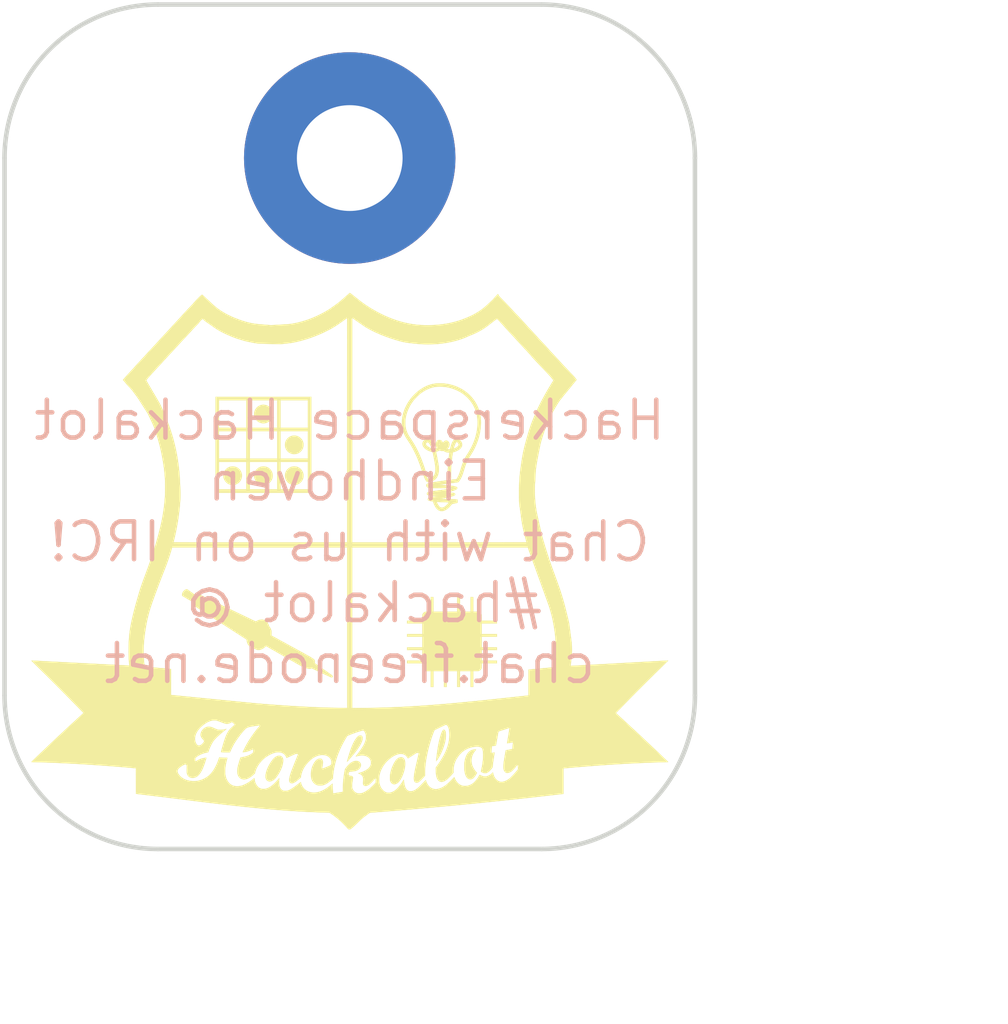
<source format=kicad_pcb>
(kicad_pcb (version 4) (host pcbnew 4.0.7)

  (general
    (links 0)
    (no_connects 0)
    (area 50.724999 13.575 87.86 49.690001)
    (thickness 1.6)
    (drawings 11)
    (tracks 0)
    (zones 0)
    (modules 2)
    (nets 1)
  )

  (page A4)
  (layers
    (0 F.Cu signal)
    (31 B.Cu signal)
    (32 B.Adhes user)
    (33 F.Adhes user)
    (34 B.Paste user)
    (35 F.Paste user)
    (36 B.SilkS user)
    (37 F.SilkS user)
    (38 B.Mask user)
    (39 F.Mask user)
    (40 Dwgs.User user)
    (41 Cmts.User user)
    (42 Eco1.User user)
    (43 Eco2.User user)
    (44 Edge.Cuts user)
    (45 Margin user)
    (46 B.CrtYd user)
    (47 F.CrtYd user)
    (48 B.Fab user)
    (49 F.Fab user)
  )

  (setup
    (last_trace_width 0.25)
    (trace_clearance 0.2)
    (zone_clearance 0.508)
    (zone_45_only no)
    (trace_min 0.2)
    (segment_width 0.2)
    (edge_width 0.15)
    (via_size 0.6)
    (via_drill 0.4)
    (via_min_size 0.4)
    (via_min_drill 0.3)
    (uvia_size 0.3)
    (uvia_drill 0.1)
    (uvias_allowed no)
    (uvia_min_size 0.2)
    (uvia_min_drill 0.1)
    (pcb_text_width 0.3)
    (pcb_text_size 1.5 1.5)
    (mod_edge_width 0.15)
    (mod_text_size 1 1)
    (mod_text_width 0.15)
    (pad_size 1.524 1.524)
    (pad_drill 0.762)
    (pad_to_mask_clearance 0.2)
    (aux_axis_origin 0 0)
    (visible_elements FFFFFF7F)
    (pcbplotparams
      (layerselection 0x00030_80000001)
      (usegerberextensions false)
      (excludeedgelayer true)
      (linewidth 0.100000)
      (plotframeref false)
      (viasonmask false)
      (mode 1)
      (useauxorigin false)
      (hpglpennumber 1)
      (hpglpenspeed 20)
      (hpglpendiameter 15)
      (hpglpenoverlay 2)
      (psnegative false)
      (psa4output false)
      (plotreference true)
      (plotvalue true)
      (plotinvisibletext false)
      (padsonsilk false)
      (subtractmaskfromsilk false)
      (outputformat 1)
      (mirror false)
      (drillshape 1)
      (scaleselection 1)
      (outputdirectory ""))
  )

  (net 0 "")

  (net_class Default "This is the default net class."
    (clearance 0.2)
    (trace_width 0.25)
    (via_dia 0.6)
    (via_drill 0.4)
    (uvia_dia 0.3)
    (uvia_drill 0.1)
  )

  (module Mounting_Holes:MountingHole_3.5mm_Pad (layer F.Cu) (tedit 5AD3B283) (tstamp 5AD3B138)
    (at 62.23 19.05)
    (descr "Mounting Hole 3.5mm")
    (tags "mounting hole 3.5mm")
    (attr virtual)
    (fp_text reference "" (at 0 -4.5) (layer F.SilkS)
      (effects (font (size 1 1) (thickness 0.15)))
    )
    (fp_text value MountingHole_3.5mm_Pad (at 0 4.5) (layer F.Fab)
      (effects (font (size 1 1) (thickness 0.15)))
    )
    (fp_text user %R (at 0.3 0) (layer F.Fab)
      (effects (font (size 1 1) (thickness 0.15)))
    )
    (fp_circle (center 0 0) (end 3.5 0) (layer Cmts.User) (width 0.15))
    (fp_circle (center 0 0) (end 3.75 0) (layer F.CrtYd) (width 0.05))
    (pad 1 thru_hole circle (at 0 0) (size 7 7) (drill 3.5) (layers *.Cu *.Mask))
  )

  (module Graphics:logo-small (layer F.Cu) (tedit 0) (tstamp 5AD3C153)
    (at 62.23 32.385)
    (fp_text reference G*** (at 0 0) (layer F.SilkS) hide
      (effects (font (thickness 0.3)))
    )
    (fp_text value LOGO (at 0.75 0) (layer F.SilkS) hide
      (effects (font (thickness 0.3)))
    )
    (fp_poly (pts (xy 0.042284 -8.845111) (xy 0.056179 -8.834965) (xy 0.073285 -8.822125) (xy 0.092347 -8.807553)
      (xy 0.11211 -8.792212) (xy 0.131318 -8.777066) (xy 0.139647 -8.77041) (xy 0.158566 -8.755211)
      (xy 0.180546 -8.737548) (xy 0.20415 -8.718576) (xy 0.227942 -8.69945) (xy 0.250486 -8.681324)
      (xy 0.264102 -8.670373) (xy 0.337576 -8.612461) (xy 0.409895 -8.557939) (xy 0.482245 -8.505991)
      (xy 0.55581 -8.455805) (xy 0.631776 -8.406566) (xy 0.711325 -8.357461) (xy 0.772102 -8.32137)
      (xy 0.902877 -8.247636) (xy 1.033272 -8.179643) (xy 1.163333 -8.117375) (xy 1.293107 -8.060817)
      (xy 1.42264 -8.009953) (xy 1.551978 -7.964767) (xy 1.681168 -7.925244) (xy 1.810255 -7.891368)
      (xy 1.939287 -7.863122) (xy 2.068309 -7.840492) (xy 2.197369 -7.823461) (xy 2.252807 -7.817863)
      (xy 2.360388 -7.809852) (xy 2.471418 -7.805148) (xy 2.584621 -7.803742) (xy 2.698719 -7.805627)
      (xy 2.812435 -7.810795) (xy 2.924492 -7.819238) (xy 2.955636 -7.822212) (xy 3.078203 -7.836638)
      (xy 3.19896 -7.855165) (xy 3.317395 -7.877683) (xy 3.432998 -7.90408) (xy 3.545256 -7.934244)
      (xy 3.653658 -7.968065) (xy 3.700212 -7.984151) (xy 3.807305 -8.024269) (xy 3.909881 -8.066689)
      (xy 4.007811 -8.11134) (xy 4.100961 -8.158151) (xy 4.189202 -8.207051) (xy 4.272402 -8.257971)
      (xy 4.350429 -8.310838) (xy 4.423153 -8.365582) (xy 4.453659 -8.390431) (xy 4.464992 -8.400052)
      (xy 4.47971 -8.41279) (xy 4.496934 -8.42787) (xy 4.515785 -8.444517) (xy 4.535383 -8.461957)
      (xy 4.55485 -8.479415) (xy 4.561822 -8.485705) (xy 4.597526 -8.51808) (xy 4.62927 -8.547116)
      (xy 4.657475 -8.573233) (xy 4.682561 -8.596852) (xy 4.704949 -8.618394) (xy 4.725059 -8.638278)
      (xy 4.743312 -8.656926) (xy 4.760128 -8.674758) (xy 4.775929 -8.692194) (xy 4.791133 -8.709656)
      (xy 4.806163 -8.727562) (xy 4.817145 -8.741008) (xy 4.827056 -8.752835) (xy 4.838591 -8.765911)
      (xy 4.851084 -8.779554) (xy 4.863867 -8.793081) (xy 4.876275 -8.805809) (xy 4.887639 -8.817058)
      (xy 4.897293 -8.826143) (xy 4.90457 -8.832384) (xy 4.908804 -8.835097) (xy 4.909172 -8.835159)
      (xy 4.9115 -8.832667) (xy 4.914913 -8.82616) (xy 4.918387 -8.817778) (xy 4.923261 -8.805811)
      (xy 4.928928 -8.794241) (xy 4.935791 -8.782571) (xy 4.94425 -8.770305) (xy 4.954708 -8.756945)
      (xy 4.967567 -8.741997) (xy 4.983228 -8.724963) (xy 5.002092 -8.705348) (xy 5.024562 -8.682655)
      (xy 5.041001 -8.666306) (xy 5.05606 -8.651233) (xy 5.074596 -8.632407) (xy 5.096155 -8.610306)
      (xy 5.120285 -8.585405) (xy 5.146532 -8.558181) (xy 5.174443 -8.529109) (xy 5.203565 -8.498666)
      (xy 5.233443 -8.467328) (xy 5.263625 -8.435571) (xy 5.293658 -8.403872) (xy 5.323088 -8.372706)
      (xy 5.351462 -8.342549) (xy 5.378327 -8.313878) (xy 5.403229 -8.287169) (xy 5.425714 -8.262898)
      (xy 5.443654 -8.243376) (xy 5.454554 -8.231676) (xy 5.468538 -8.216998) (xy 5.484574 -8.200408)
      (xy 5.501627 -8.182973) (xy 5.518664 -8.165758) (xy 5.527558 -8.156863) (xy 5.544291 -8.140003)
      (xy 5.561698 -8.122114) (xy 5.578715 -8.104316) (xy 5.594277 -8.087727) (xy 5.607318 -8.073468)
      (xy 5.612713 -8.067386) (xy 5.618667 -8.060686) (xy 5.628259 -8.050041) (xy 5.641214 -8.035752)
      (xy 5.657258 -8.018118) (xy 5.676115 -7.997439) (xy 5.697512 -7.974016) (xy 5.721174 -7.948149)
      (xy 5.746826 -7.920138) (xy 5.774194 -7.890283) (xy 5.803003 -7.858885) (xy 5.83298 -7.826242)
      (xy 5.863848 -7.792657) (xy 5.891048 -7.763086) (xy 5.924462 -7.726766) (xy 5.958539 -7.689716)
      (xy 5.992876 -7.652372) (xy 6.02707 -7.615174) (xy 6.06072 -7.57856) (xy 6.093422 -7.542967)
      (xy 6.124775 -7.508833) (xy 6.154374 -7.476598) (xy 6.181819 -7.4467) (xy 6.206705 -7.419576)
      (xy 6.228632 -7.395665) (xy 6.247196 -7.375405) (xy 6.252971 -7.369097) (xy 6.276008 -7.344008)
      (xy 6.299671 -7.318381) (xy 6.323356 -7.292864) (xy 6.346455 -7.268103) (xy 6.368362 -7.244747)
      (xy 6.388471 -7.223443) (xy 6.406177 -7.204837) (xy 6.420871 -7.189578) (xy 6.42616 -7.184159)
      (xy 6.443538 -7.166211) (xy 6.461692 -7.147037) (xy 6.479597 -7.127749) (xy 6.496228 -7.10946)
      (xy 6.510559 -7.093281) (xy 6.519238 -7.083136) (xy 6.526209 -7.075045) (xy 6.536875 -7.063007)
      (xy 6.550986 -7.047289) (xy 6.568294 -7.02816) (xy 6.58855 -7.005888) (xy 6.611506 -6.980742)
      (xy 6.636912 -6.95299) (xy 6.66452 -6.922901) (xy 6.694081 -6.890743) (xy 6.725346 -6.856784)
      (xy 6.758067 -6.821292) (xy 6.791994 -6.784537) (xy 6.82688 -6.746787) (xy 6.862475 -6.708309)
      (xy 6.898531 -6.669372) (xy 6.934798 -6.630246) (xy 6.971029 -6.591197) (xy 7.006974 -6.552495)
      (xy 7.042384 -6.514408) (xy 7.077012 -6.477204) (xy 7.110607 -6.441152) (xy 7.142922 -6.40652)
      (xy 7.173708 -6.373576) (xy 7.202715 -6.34259) (xy 7.229696 -6.313829) (xy 7.2544 -6.287561)
      (xy 7.276581 -6.264055) (xy 7.295988 -6.24358) (xy 7.312374 -6.226404) (xy 7.325489 -6.212795)
      (xy 7.332446 -6.205681) (xy 7.351404 -6.18634) (xy 7.370325 -6.166791) (xy 7.388521 -6.147762)
      (xy 7.405307 -6.129981) (xy 7.419995 -6.114173) (xy 7.431898 -6.101066) (xy 7.439626 -6.092223)
      (xy 7.454295 -6.074614) (xy 7.468155 -6.057462) (xy 7.48075 -6.041377) (xy 7.491625 -6.026969)
      (xy 7.500325 -6.014846) (xy 7.506393 -6.005618) (xy 7.509375 -5.999894) (xy 7.509587 -5.998618)
      (xy 7.507705 -5.996014) (xy 7.502358 -5.989198) (xy 7.493749 -5.978419) (xy 7.482078 -5.963922)
      (xy 7.467548 -5.945957) (xy 7.45036 -5.924771) (xy 7.430715 -5.900611) (xy 7.408815 -5.873724)
      (xy 7.384861 -5.84436) (xy 7.359056 -5.812765) (xy 7.3316 -5.779186) (xy 7.302695 -5.743872)
      (xy 7.272543 -5.707069) (xy 7.241346 -5.669027) (xy 7.235272 -5.661625) (xy 7.197513 -5.615611)
      (xy 7.163195 -5.57378) (xy 7.1321 -5.535846) (xy 7.104013 -5.501527) (xy 7.078716 -5.470539)
      (xy 7.055991 -5.442598) (xy 7.035622 -5.41742) (xy 7.017392 -5.394721) (xy 7.001084 -5.374218)
      (xy 6.986481 -5.355627) (xy 6.973365 -5.338664) (xy 6.96152 -5.323045) (xy 6.950729 -5.308487)
      (xy 6.940774 -5.294706) (xy 6.931439 -5.281418) (xy 6.922506 -5.268339) (xy 6.913759 -5.255186)
      (xy 6.90498 -5.241674) (xy 6.895952 -5.227521) (xy 6.886459 -5.212442) (xy 6.876283 -5.196153)
      (xy 6.865208 -5.178371) (xy 6.863264 -5.17525) (xy 6.809048 -5.086035) (xy 6.758618 -4.998432)
      (xy 6.711025 -4.910748) (xy 6.666226 -4.823113) (xy 6.652526 -4.795293) (xy 6.639661 -4.768654)
      (xy 6.627297 -4.742446) (xy 6.615102 -4.71592) (xy 6.602742 -4.688323) (xy 6.589884 -4.658907)
      (xy 6.576196 -4.626919) (xy 6.561345 -4.59161) (xy 6.544997 -4.55223) (xy 6.531555 -4.519573)
      (xy 6.514267 -4.477353) (xy 6.498956 -4.439693) (xy 6.485349 -4.405835) (xy 6.473172 -4.375025)
      (xy 6.462149 -4.346505) (xy 6.452008 -4.31952) (xy 6.442473 -4.293314) (xy 6.433272 -4.26713)
      (xy 6.424129 -4.240212) (xy 6.414771 -4.211804) (xy 6.404924 -4.18115) (xy 6.394313 -4.147494)
      (xy 6.382664 -4.110079) (xy 6.380014 -4.101522) (xy 6.370473 -4.07074) (xy 6.362041 -4.04355)
      (xy 6.354588 -4.019421) (xy 6.347985 -3.997824) (xy 6.342102 -3.978229) (xy 6.33681 -3.960105)
      (xy 6.331978 -3.942924) (xy 6.327478 -3.926153) (xy 6.323178 -3.909264) (xy 6.31895 -3.891727)
      (xy 6.314664 -3.873011) (xy 6.31019 -3.852586) (xy 6.305399 -3.829923) (xy 6.30016 -3.804491)
      (xy 6.294345 -3.77576) (xy 6.287822 -3.743201) (xy 6.280464 -3.706283) (xy 6.272139 -3.664475)
      (xy 6.268065 -3.644034) (xy 6.253435 -3.570247) (xy 6.240037 -3.501701) (xy 6.227814 -3.438008)
      (xy 6.216711 -3.378781) (xy 6.206673 -3.323633) (xy 6.197644 -3.272177) (xy 6.189569 -3.224026)
      (xy 6.182392 -3.178792) (xy 6.176059 -3.136089) (xy 6.170514 -3.095529) (xy 6.165702 -3.056725)
      (xy 6.161566 -3.01929) (xy 6.158052 -2.982837) (xy 6.155105 -2.946979) (xy 6.152669 -2.911328)
      (xy 6.150688 -2.875497) (xy 6.149108 -2.8391) (xy 6.14794 -2.804102) (xy 6.147037 -2.777531)
      (xy 6.145851 -2.749559) (xy 6.144459 -2.72157) (xy 6.142935 -2.694947) (xy 6.141354 -2.671072)
      (xy 6.13979 -2.65133) (xy 6.139509 -2.648238) (xy 6.136378 -2.613637) (xy 6.133768 -2.582007)
      (xy 6.131635 -2.552322) (xy 6.129937 -2.523556) (xy 6.128631 -2.494681) (xy 6.127675 -2.464673)
      (xy 6.127025 -2.432506) (xy 6.126639 -2.397152) (xy 6.126474 -2.357585) (xy 6.126461 -2.335068)
      (xy 6.127313 -2.247035) (xy 6.129861 -2.161604) (xy 6.134202 -2.077627) (xy 6.140432 -1.993959)
      (xy 6.148648 -1.909453) (xy 6.158947 -1.822962) (xy 6.171425 -1.733341) (xy 6.184046 -1.652443)
      (xy 6.186033 -1.641456) (xy 6.189243 -1.625273) (xy 6.193579 -1.604315) (xy 6.198944 -1.579006)
      (xy 6.205242 -1.549769) (xy 6.212378 -1.517027) (xy 6.220255 -1.481202) (xy 6.228777 -1.442719)
      (xy 6.237848 -1.401999) (xy 6.247371 -1.359466) (xy 6.25725 -1.315544) (xy 6.26739 -1.270654)
      (xy 6.277694 -1.22522) (xy 6.288066 -1.179665) (xy 6.29841 -1.134412) (xy 6.308629 -1.089885)
      (xy 6.318628 -1.046505) (xy 6.328309 -1.004696) (xy 6.337578 -0.964882) (xy 6.346338 -0.927484)
      (xy 6.354493 -0.892927) (xy 6.361946 -0.861633) (xy 6.368601 -0.834025) (xy 6.374363 -0.810526)
      (xy 6.379135 -0.791559) (xy 6.38282 -0.777547) (xy 6.383527 -0.774988) (xy 6.412641 -0.672932)
      (xy 6.444054 -0.566537) (xy 6.477496 -0.456634) (xy 6.512696 -0.344052) (xy 6.549384 -0.229623)
      (xy 6.58729 -0.114176) (xy 6.626142 0.001459) (xy 6.665669 0.116452) (xy 6.705602 0.229971)
      (xy 6.74567 0.341187) (xy 6.761321 0.383887) (xy 6.780602 0.436322) (xy 6.799773 0.488656)
      (xy 6.818698 0.540501) (xy 6.837235 0.591468) (xy 6.855247 0.641169) (xy 6.872594 0.689215)
      (xy 6.889137 0.735218) (xy 6.904736 0.77879) (xy 6.919253 0.819541) (xy 6.932548 0.857083)
      (xy 6.944482 0.891028) (xy 6.954916 0.920987) (xy 6.963711 0.946572) (xy 6.970727 0.967395)
      (xy 6.97436 0.978478) (xy 6.994414 1.041102) (xy 7.013144 1.100565) (xy 7.030776 1.15767)
      (xy 7.047537 1.213219) (xy 7.063655 1.268018) (xy 7.079355 1.32287) (xy 7.094865 1.378578)
      (xy 7.110413 1.435947) (xy 7.126224 1.495779) (xy 7.142527 1.558879) (xy 7.159547 1.626051)
      (xy 7.176942 1.695795) (xy 7.190126 1.749058) (xy 7.201981 1.797092) (xy 7.21259 1.840265)
      (xy 7.222032 1.878946) (xy 7.230391 1.913503) (xy 7.237746 1.944305) (xy 7.244181 1.97172)
      (xy 7.249775 1.996116) (xy 7.254611 2.017864) (xy 7.258769 2.03733) (xy 7.262332 2.054883)
      (xy 7.26538 2.070893) (xy 7.267996 2.085727) (xy 7.270259 2.099754) (xy 7.272253 2.113343)
      (xy 7.274058 2.126862) (xy 7.275755 2.14068) (xy 7.27638 2.146012) (xy 7.277843 2.158245)
      (xy 7.279973 2.175529) (xy 7.282685 2.197191) (xy 7.285893 2.222556) (xy 7.289511 2.250952)
      (xy 7.293454 2.281707) (xy 7.297636 2.314146) (xy 7.30197 2.347597) (xy 7.306372 2.381387)
      (xy 7.306542 2.382694) (xy 7.313559 2.436501) (xy 7.319847 2.485021) (xy 7.325451 2.528687)
      (xy 7.330413 2.567933) (xy 7.334776 2.603193) (xy 7.338583 2.634901) (xy 7.341876 2.66349)
      (xy 7.344699 2.689394) (xy 7.347094 2.713047) (xy 7.349104 2.734882) (xy 7.350772 2.755334)
      (xy 7.352141 2.774835) (xy 7.353253 2.79382) (xy 7.354151 2.812723) (xy 7.354879 2.831977)
      (xy 7.355478 2.852015) (xy 7.355993 2.873273) (xy 7.35627 2.886364) (xy 7.356863 2.925013)
      (xy 7.356962 2.960846) (xy 7.356511 2.994887) (xy 7.355456 3.028158) (xy 7.35374 3.061681)
      (xy 7.351309 3.09648) (xy 7.348106 3.133576) (xy 7.344076 3.173992) (xy 7.339164 3.218752)
      (xy 7.337395 3.234171) (xy 7.335265 3.253346) (xy 7.333031 3.274833) (xy 7.330751 3.29794)
      (xy 7.328483 3.321972) (xy 7.326285 3.346235) (xy 7.324216 3.370036) (xy 7.322333 3.39268)
      (xy 7.320696 3.413474) (xy 7.319362 3.431724) (xy 7.318389 3.446736) (xy 7.317836 3.457816)
      (xy 7.31776 3.464271) (xy 7.317975 3.465642) (xy 7.318966 3.465792) (xy 7.321645 3.465836)
      (xy 7.326173 3.465765) (xy 7.332708 3.465572) (xy 7.341411 3.465248) (xy 7.35244 3.464784)
      (xy 7.365954 3.464172) (xy 7.382115 3.463404) (xy 7.40108 3.46247) (xy 7.423009 3.461363)
      (xy 7.448062 3.460074) (xy 7.476398 3.458594) (xy 7.508177 3.456915) (xy 7.543558 3.455029)
      (xy 7.5827 3.452926) (xy 7.625764 3.4506) (xy 7.672907 3.44804) (xy 7.724291 3.445239)
      (xy 7.780074 3.442187) (xy 7.840415 3.438878) (xy 7.905475 3.435301) (xy 7.975412 3.431449)
      (xy 8.050386 3.427314) (xy 8.130556 3.422885) (xy 8.216083 3.418156) (xy 8.307125 3.413118)
      (xy 8.360352 3.410171) (xy 8.391778 3.408431) (xy 8.428526 3.406398) (xy 8.470154 3.404096)
      (xy 8.516218 3.40155) (xy 8.566278 3.398783) (xy 8.61989 3.395821) (xy 8.676613 3.392688)
      (xy 8.736003 3.389408) (xy 8.79762 3.386006) (xy 8.861021 3.382506) (xy 8.925762 3.378932)
      (xy 8.991403 3.375309) (xy 9.057501 3.371662) (xy 9.123614 3.368014) (xy 9.189299 3.364391)
      (xy 9.254114 3.360816) (xy 9.273886 3.359725) (xy 9.338859 3.356142) (xy 9.40513 3.352487)
      (xy 9.472234 3.348785) (xy 9.539708 3.345063) (xy 9.607087 3.341345) (xy 9.673907 3.337658)
      (xy 9.739705 3.334027) (xy 9.804015 3.330478) (xy 9.866375 3.327036) (xy 9.92632 3.323727)
      (xy 9.983385 3.320577) (xy 10.037108 3.31761) (xy 10.087023 3.314854) (xy 10.132666 3.312333)
      (xy 10.173575 3.310072) (xy 10.209284 3.308099) (xy 10.216284 3.307712) (xy 10.266602 3.304929)
      (xy 10.311466 3.302448) (xy 10.351188 3.300253) (xy 10.386077 3.298332) (xy 10.416444 3.29667)
      (xy 10.442599 3.295253) (xy 10.464853 3.294067) (xy 10.483517 3.293097) (xy 10.498901 3.29233)
      (xy 10.511316 3.291752) (xy 10.521072 3.291348) (xy 10.528479 3.291104) (xy 10.533849 3.291006)
      (xy 10.537492 3.29104) (xy 10.539717 3.291193) (xy 10.540837 3.291449) (xy 10.54116 3.291794)
      (xy 10.540999 3.292216) (xy 10.540663 3.292699) (xy 10.540519 3.292977) (xy 10.538375 3.295279)
      (xy 10.532358 3.301373) (xy 10.522718 3.311012) (xy 10.509706 3.323947) (xy 10.493574 3.339932)
      (xy 10.47457 3.358719) (xy 10.452947 3.38006) (xy 10.428955 3.403708) (xy 10.402844 3.429416)
      (xy 10.374866 3.456936) (xy 10.345271 3.48602) (xy 10.31431 3.516422) (xy 10.287 3.543218)
      (xy 10.225082 3.604028) (xy 10.161123 3.66699) (xy 10.095569 3.731661) (xy 10.028867 3.797596)
      (xy 9.961464 3.86435) (xy 9.893806 3.931478) (xy 9.82634 3.998535) (xy 9.759512 4.065078)
      (xy 9.69377 4.130661) (xy 9.62956 4.194839) (xy 9.567328 4.257168) (xy 9.507522 4.317204)
      (xy 9.450587 4.3745) (xy 9.396971 4.428614) (xy 9.353697 4.472428) (xy 9.322262 4.504322)
      (xy 9.28986 4.537226) (xy 9.256734 4.57089) (xy 9.223127 4.605067) (xy 9.189281 4.639508)
      (xy 9.155441 4.673965) (xy 9.121848 4.708191) (xy 9.088746 4.741936) (xy 9.056378 4.774952)
      (xy 9.024986 4.806992) (xy 8.994814 4.837807) (xy 8.966105 4.86715) (xy 8.939101 4.894771)
      (xy 8.914045 4.920423) (xy 8.89118 4.943857) (xy 8.87075 4.964826) (xy 8.852997 4.983081)
      (xy 8.838165 4.998374) (xy 8.826495 5.010456) (xy 8.818232 5.019081) (xy 8.813617 5.023998)
      (xy 8.812691 5.025088) (xy 8.814584 5.027407) (xy 8.820331 5.033207) (xy 8.829509 5.042089)
      (xy 8.841696 5.053653) (xy 8.85647 5.067503) (xy 8.873408 5.083238) (xy 8.892088 5.100462)
      (xy 8.907882 5.114934) (xy 9.014333 5.212374) (xy 9.122558 5.311761) (xy 9.231747 5.412343)
      (xy 9.341088 5.513369) (xy 9.449772 5.614088) (xy 9.556985 5.713748) (xy 9.661917 5.811597)
      (xy 9.763758 5.906886) (xy 9.822203 5.961731) (xy 9.851483 5.989262) (xy 9.882538 6.018508)
      (xy 9.915132 6.049242) (xy 9.949026 6.081239) (xy 9.983983 6.114273) (xy 10.019765 6.148116)
      (xy 10.056134 6.182543) (xy 10.092853 6.217328) (xy 10.129683 6.252245) (xy 10.166387 6.287066)
      (xy 10.202726 6.321567) (xy 10.238464 6.355521) (xy 10.273362 6.388702) (xy 10.307183 6.420883)
      (xy 10.339689 6.451838) (xy 10.370641 6.481342) (xy 10.399802 6.509167) (xy 10.426935 6.535088)
      (xy 10.451801 6.558879) (xy 10.474163 6.580313) (xy 10.493783 6.599165) (xy 10.510423 6.615207)
      (xy 10.523845 6.628214) (xy 10.533812 6.63796) (xy 10.540085 6.644218) (xy 10.542428 6.646762)
      (xy 10.542435 6.646805) (xy 10.539429 6.647118) (xy 10.531351 6.647554) (xy 10.518902 6.648087)
      (xy 10.50278 6.64869) (xy 10.483686 6.649335) (xy 10.462318 6.649996) (xy 10.451051 6.650322)
      (xy 10.229527 6.657053) (xy 10.010049 6.664641) (xy 9.792048 6.673118) (xy 9.574955 6.682521)
      (xy 9.358201 6.692882) (xy 9.141216 6.704237) (xy 8.923431 6.716619) (xy 8.704278 6.730063)
      (xy 8.483187 6.744602) (xy 8.259588 6.760272) (xy 8.032914 6.777107) (xy 7.802594 6.79514)
      (xy 7.568059 6.814406) (xy 7.32874 6.834939) (xy 7.214466 6.845035) (xy 7.189054 6.847314)
      (xy 7.165018 6.849496) (xy 7.143064 6.851515) (xy 7.123901 6.853305) (xy 7.108237 6.854799)
      (xy 7.096779 6.855931) (xy 7.090236 6.856635) (xy 7.089631 6.856712) (xy 7.077364 6.858354)
      (xy 7.077364 7.700557) (xy 7.067983 7.702136) (xy 7.063843 7.70268) (xy 7.054351 7.703833)
      (xy 7.039888 7.705551) (xy 7.020838 7.70779) (xy 6.997584 7.710506) (xy 6.970508 7.713655)
      (xy 6.939994 7.717192) (xy 6.906423 7.721074) (xy 6.870179 7.725256) (xy 6.831645 7.729695)
      (xy 6.791203 7.734345) (xy 6.749237 7.739164) (xy 6.706128 7.744106) (xy 6.66226 7.749129)
      (xy 6.618016 7.754187) (xy 6.573778 7.759236) (xy 6.529929 7.764234) (xy 6.486853 7.769134)
      (xy 6.466898 7.771401) (xy 5.908173 7.833907) (xy 5.350491 7.894429) (xy 4.794351 7.95292)
      (xy 4.240251 8.00933) (xy 3.688689 8.063611) (xy 3.140163 8.115713) (xy 2.595172 8.165589)
      (xy 2.054214 8.21319) (xy 1.517787 8.258467) (xy 1.278659 8.278018) (xy 1.231779 8.281801)
      (xy 1.184538 8.285592) (xy 1.137302 8.289364) (xy 1.090439 8.293087) (xy 1.044316 8.296733)
      (xy 0.999301 8.300274) (xy 0.955761 8.303682) (xy 0.914063 8.306928) (xy 0.874574 8.309983)
      (xy 0.837663 8.31282) (xy 0.803696 8.315411) (xy 0.773041 8.317725) (xy 0.746065 8.319737)
      (xy 0.723135 8.321416) (xy 0.70462 8.322734) (xy 0.690885 8.323664) (xy 0.682299 8.324177)
      (xy 0.679658 8.324273) (xy 0.674608 8.324512) (xy 0.66971 8.325532) (xy 0.664125 8.327782)
      (xy 0.657014 8.331716) (xy 0.647539 8.337785) (xy 0.634861 8.34644) (xy 0.622559 8.355033)
      (xy 0.604122 8.368122) (xy 0.583429 8.383077) (xy 0.56117 8.399378) (xy 0.538032 8.416505)
      (xy 0.514705 8.433938) (xy 0.491879 8.451157) (xy 0.470242 8.467643) (xy 0.450483 8.482874)
      (xy 0.433292 8.496331) (xy 0.419358 8.507495) (xy 0.40937 8.515844) (xy 0.408812 8.51633)
      (xy 0.401925 8.522557) (xy 0.391429 8.532304) (xy 0.377853 8.545068) (xy 0.361728 8.560345)
      (xy 0.343583 8.577633) (xy 0.323949 8.596427) (xy 0.303354 8.616224) (xy 0.284473 8.634449)
      (xy 0.247263 8.670354) (xy 0.213858 8.702402) (xy 0.183992 8.730833) (xy 0.157402 8.755884)
      (xy 0.133823 8.777794) (xy 0.112988 8.796799) (xy 0.094635 8.813139) (xy 0.078497 8.827052)
      (xy 0.064309 8.838775) (xy 0.051808 8.848546) (xy 0.040729 8.856605) (xy 0.030805 8.863188)
      (xy 0.028287 8.864745) (xy 0.017961 8.870636) (xy 0.009898 8.873867) (xy 0.001681 8.875159)
      (xy -0.007018 8.875273) (xy -0.018499 8.874713) (xy -0.029289 8.873591) (xy -0.034636 8.872663)
      (xy -0.04214 8.869487) (xy -0.050582 8.86282) (xy -0.060614 8.85227) (xy -0.079219 8.831474)
      (xy -0.100821 8.807995) (xy -0.124753 8.782511) (xy -0.150348 8.755699) (xy -0.17694 8.728238)
      (xy -0.20386 8.700807) (xy -0.230444 8.674082) (xy -0.256023 8.648743) (xy -0.279932 8.625468)
      (xy -0.301503 8.604934) (xy -0.320069 8.587821) (xy -0.324716 8.583665) (xy -0.362885 8.550595)
      (xy -0.403627 8.516713) (xy -0.446008 8.482732) (xy -0.48909 8.449365) (xy -0.531937 8.417324)
      (xy -0.573614 8.387322) (xy -0.613184 8.360071) (xy -0.649711 8.336284) (xy -0.649839 8.336204)
      (xy -0.669008 8.324152) (xy -0.810033 8.319925) (xy -0.960226 8.31506) (xy -1.110386 8.309463)
      (xy -1.260811 8.303109) (xy -1.411798 8.295975) (xy -1.563644 8.288037) (xy -1.716648 8.279271)
      (xy -1.871106 8.269655) (xy -2.027317 8.259164) (xy -2.185578 8.247776) (xy -2.346186 8.235465)
      (xy -2.50944 8.22221) (xy -2.675637 8.207986) (xy -2.845075 8.19277) (xy -3.018051 8.176538)
      (xy -3.194862 8.159266) (xy -3.375807 8.140932) (xy -3.561184 8.121511) (xy -3.751288 8.100981)
      (xy -3.94642 8.079316) (xy -4.146875 8.056495) (xy -4.166466 8.054236) (xy -4.209842 8.049216)
      (xy -4.253407 8.04415) (xy -4.297412 8.039005) (xy -4.342113 8.033752) (xy -4.387762 8.028358)
      (xy -4.434612 8.022795) (xy -4.482917 8.017029) (xy -4.53293 8.011032) (xy -4.584904 8.004771)
      (xy -4.639093 7.998217) (xy -4.695751 7.991337) (xy -4.75513 7.984102) (xy -4.817484 7.97648)
      (xy -4.883066 7.96844) (xy -4.952129 7.959952) (xy -5.024927 7.950985) (xy -5.101714 7.941508)
      (xy -5.182742 7.93149) (xy -5.268265 7.9209) (xy -5.358537 7.909708) (xy -5.453809 7.897882)
      (xy -5.554337 7.885391) (xy -5.645727 7.874028) (xy -5.741567 7.862111) (xy -5.831987 7.850876)
      (xy -5.917299 7.840286) (xy -5.99781 7.830302) (xy -6.073831 7.820887) (xy -6.14567 7.812002)
      (xy -6.213637 7.803611) (xy -6.27804 7.795674) (xy -6.33919 7.788155) (xy -6.397394 7.781015)
      (xy -6.452964 7.774216) (xy -6.506206 7.767721) (xy -6.557432 7.761492) (xy -6.606949 7.75549)
      (xy -6.655068 7.749678) (xy -6.702097 7.744018) (xy -6.748346 7.738472) (xy -6.794124 7.733002)
      (xy -6.83974 7.727571) (xy -6.885503 7.72214) (xy -6.88975 7.721637) (xy -7.078807 7.699243)
      (xy -7.079538 7.275735) (xy -7.080099 6.950364) (xy -5.704311 6.950364) (xy -5.702151 6.974986)
      (xy -5.695572 6.99972) (xy -5.684344 7.025067) (xy -5.668243 7.051529) (xy -5.647042 7.079607)
      (xy -5.644591 7.082573) (xy -5.608292 7.121942) (xy -5.568547 7.156941) (xy -5.525261 7.187617)
      (xy -5.478335 7.214019) (xy -5.427672 7.236196) (xy -5.373174 7.254194) (xy -5.314744 7.268063)
      (xy -5.252285 7.27785) (xy -5.248432 7.278305) (xy -5.227098 7.280144) (xy -5.201878 7.281278)
      (xy -5.174197 7.281731) (xy -5.145478 7.281525) (xy -5.117144 7.280683) (xy -5.090621 7.279227)
      (xy -5.06733 7.277178) (xy -5.05258 7.275225) (xy -4.987206 7.261843) (xy -4.923173 7.242901)
      (xy -4.860409 7.218371) (xy -4.798842 7.188224) (xy -4.7384 7.152432) (xy -4.730223 7.147101)
      (xy -4.683119 7.112716) (xy -4.6378 7.072864) (xy -4.594286 7.027569) (xy -4.552592 6.976859)
      (xy -4.512738 6.92076) (xy -4.474739 6.859298) (xy -4.438613 6.792501) (xy -4.404378 6.720394)
      (xy -4.372052 6.643005) (xy -4.341651 6.56036) (xy -4.338018 6.549752) (xy -4.320076 6.496946)
      (xy -4.289453 6.498755) (xy -4.279143 6.499293) (xy -4.264003 6.499987) (xy -4.244971 6.500799)
      (xy -4.222986 6.50169) (xy -4.198986 6.502621) (xy -4.173911 6.503555) (xy -4.157103 6.504158)
      (xy -4.133437 6.505039) (xy -4.111628 6.505935) (xy -4.09234 6.506814) (xy -4.076238 6.50764)
      (xy -4.063987 6.508381) (xy -4.056251 6.509002) (xy -4.053704 6.509425) (xy -4.053868 6.512622)
      (xy -4.055361 6.52045) (xy -4.057972 6.531978) (xy -4.061493 6.546274) (xy -4.064995 6.559713)
      (xy -4.081437 6.624403) (xy -4.095218 6.685109) (xy -4.106277 6.741529) (xy -4.114552 6.793364)
      (xy -4.11713 6.813262) (xy -4.123696 6.883667) (xy -4.126024 6.950177) (xy -4.124106 7.012827)
      (xy -4.117933 7.071651) (xy -4.107498 7.126683) (xy -4.092791 7.177958) (xy -4.073805 7.225511)
      (xy -4.050531 7.269375) (xy -4.02296 7.309585) (xy -3.991084 7.346176) (xy -3.985355 7.351923)
      (xy -3.952973 7.380237) (xy -3.918327 7.403574) (xy -3.881156 7.422031) (xy -3.841201 7.435707)
      (xy -3.798199 7.444702) (xy -3.751893 7.449113) (xy -3.727739 7.449631) (xy -3.681423 7.447849)
      (xy -3.636563 7.442436) (xy -3.592188 7.433152) (xy -3.54733 7.419758) (xy -3.501019 7.402016)
      (xy -3.46075 7.383801) (xy -3.422109 7.363915) (xy -3.380478 7.340043) (xy -3.336558 7.31264)
      (xy -3.291045 7.282161) (xy -3.24464 7.249063) (xy -3.198039 7.2138) (xy -3.187989 7.205922)
      (xy -3.156239 7.180878) (xy -3.152779 7.211939) (xy -3.146045 7.257642) (xy -3.136303 7.299291)
      (xy -3.123183 7.337966) (xy -3.10631 7.374752) (xy -3.085312 7.410729) (xy -3.083079 7.41416)
      (xy -3.057742 7.448208) (xy -3.029833 7.47709) (xy -2.999341 7.500814) (xy -2.966257 7.519389)
      (xy -2.93057 7.532822) (xy -2.922443 7.535068) (xy -2.907374 7.537845) (xy -2.888193 7.539695)
      (xy -2.866489 7.540612) (xy -2.843848 7.54059) (xy -2.821859 7.539625) (xy -2.802109 7.537711)
      (xy -2.789117 7.53552) (xy -2.753799 7.526202) (xy -2.718434 7.513404) (xy -2.682791 7.496952)
      (xy -2.646639 7.47667) (xy -2.609746 7.452382) (xy -2.571881 7.423914) (xy -2.532812 7.391089)
      (xy -2.492308 7.353733) (xy -2.450136 7.311669) (xy -2.406066 7.264724) (xy -2.359866 7.21272)
      (xy -2.35405 7.205994) (xy -2.334297 7.183091) (xy -2.336094 7.201665) (xy -2.337375 7.218234)
      (xy -2.338427 7.238396) (xy -2.339237 7.260993) (xy -2.339792 7.284862) (xy -2.340077 7.308843)
      (xy -2.340079 7.331777) (xy -2.339786 7.352503) (xy -2.339183 7.36986) (xy -2.338258 7.382687)
      (xy -2.338188 7.383319) (xy -2.331384 7.426504) (xy -2.321281 7.464976) (xy -2.307849 7.498776)
      (xy -2.29106 7.527946) (xy -2.270882 7.552531) (xy -2.247288 7.572571) (xy -2.220247 7.588111)
      (xy -2.189898 7.599146) (xy -2.178741 7.601542) (xy -2.165207 7.603078) (xy -2.148084 7.603853)
      (xy -2.13158 7.603996) (xy -2.106405 7.603184) (xy -2.083526 7.600619) (xy -2.061204 7.595928)
      (xy -2.037696 7.588743) (xy -2.011262 7.578692) (xy -2.009636 7.578027) (xy -1.987889 7.568235)
      (xy -1.963712 7.555669) (xy -1.936895 7.540189) (xy -1.907231 7.521654) (xy -1.874511 7.499924)
      (xy -1.838526 7.474859) (xy -1.799067 7.446318) (xy -1.755927 7.414162) (xy -1.708896 7.37825)
      (xy -1.685174 7.359867) (xy -1.668734 7.347119) (xy -1.653788 7.335616) (xy -1.640938 7.325814)
      (xy -1.630785 7.318169) (xy -1.623928 7.313136) (xy -1.620968 7.311171) (xy -1.620918 7.311159)
      (xy -1.619536 7.313572) (xy -1.61925 7.316616) (xy -1.618548 7.321637) (xy -1.616658 7.33074)
      (xy -1.613905 7.342435) (xy -1.611891 7.350396) (xy -1.597189 7.395692) (xy -1.577369 7.438726)
      (xy -1.552781 7.479071) (xy -1.523774 7.516298) (xy -1.490701 7.54998) (xy -1.453909 7.579691)
      (xy -1.413751 7.605001) (xy -1.395557 7.614415) (xy -1.350749 7.632994) (xy -1.303356 7.646655)
      (xy -1.253776 7.655421) (xy -1.202406 7.659316) (xy -1.149644 7.658364) (xy -1.095888 7.652587)
      (xy -1.041535 7.642011) (xy -0.986984 7.626659) (xy -0.932633 7.606554) (xy -0.883081 7.583847)
      (xy -0.843238 7.562394) (xy -0.8007 7.536793) (xy -0.756188 7.50755) (xy -0.710429 7.475169)
      (xy -0.664143 7.440153) (xy -0.618056 7.403007) (xy -0.592334 7.381231) (xy -0.583041 7.373433)
      (xy -0.575283 7.367319) (xy -0.570144 7.36372) (xy -0.568794 7.363114) (xy -0.567869 7.365787)
      (xy -0.567413 7.372985) (xy -0.56747 7.383474) (xy -0.567791 7.391256) (xy -0.568309 7.409827)
      (xy -0.568192 7.433074) (xy -0.567504 7.459942) (xy -0.566308 7.489378) (xy -0.56467 7.520327)
      (xy -0.562653 7.551734) (xy -0.560321 7.582546) (xy -0.557738 7.611707) (xy -0.55497 7.638165)
      (xy -0.552078 7.660863) (xy -0.550929 7.668484) (xy -0.549115 7.679238) (xy -0.547534 7.685402)
      (xy -0.545561 7.688096) (xy -0.542573 7.688438) (xy -0.540054 7.687984) (xy -0.535833 7.68721)
      (xy -0.526478 7.685564) (xy -0.512542 7.683141) (xy -0.494581 7.680036) (xy -0.473151 7.676346)
      (xy -0.448807 7.672167) (xy -0.422104 7.667593) (xy -0.393598 7.66272) (xy -0.380154 7.660426)
      (xy -0.351225 7.655497) (xy -0.324019 7.650875) (xy -0.299064 7.646647) (xy -0.27689 7.642902)
      (xy -0.258027 7.639731) (xy -0.243005 7.637222) (xy -0.232353 7.635465) (xy -0.226602 7.634548)
      (xy -0.225733 7.634432) (xy -0.225314 7.631642) (xy -0.224922 7.623653) (xy -0.224568 7.611041)
      (xy -0.22426 7.594379) (xy -0.224008 7.574242) (xy -0.22382 7.551205) (xy -0.223705 7.525841)
      (xy -0.223673 7.503824) (xy -0.22361 7.468056) (xy -0.223418 7.437301) (xy -0.223079 7.4108)
      (xy -0.222569 7.387796) (xy -0.221869 7.36753) (xy -0.220958 7.349243) (xy -0.219815 7.332177)
      (xy -0.218543 7.316932) (xy -0.214339 7.273145) (xy -0.209661 7.228951) (xy -0.204591 7.184918)
      (xy -0.199214 7.141615) (xy -0.193614 7.099611) (xy -0.187874 7.059474) (xy -0.182078 7.021772)
      (xy -0.176311 6.987075) (xy -0.170655 6.95595) (xy -0.165194 6.928967) (xy -0.160013 6.906694)
      (xy -0.155937 6.892039) (xy -0.152499 6.882518) (xy -0.147934 6.873314) (xy -0.14147 6.863168)
      (xy -0.132336 6.85082) (xy -0.125011 6.841527) (xy -0.100213 6.811259) (xy -0.075435 6.782399)
      (xy -0.051224 6.755523) (xy -0.028124 6.731207) (xy -0.006679 6.710026) (xy 0.012564 6.692557)
      (xy 0.027136 6.680793) (xy 0.058699 6.659422) (xy 0.091394 6.641365) (xy 0.124014 6.627208)
      (xy 0.155353 6.617537) (xy 0.158855 6.616731) (xy 0.176975 6.613803) (xy 0.197784 6.61217)
      (xy 0.219439 6.611833) (xy 0.240098 6.612794) (xy 0.257918 6.615051) (xy 0.265339 6.616707)
      (xy 0.292628 6.626761) (xy 0.316355 6.640962) (xy 0.336154 6.658939) (xy 0.351661 6.680322)
      (xy 0.36251 6.704743) (xy 0.366265 6.718875) (xy 0.369327 6.747365) (xy 0.366861 6.775928)
      (xy 0.359082 6.804051) (xy 0.346203 6.831217) (xy 0.328441 6.856913) (xy 0.306008 6.880623)
      (xy 0.294845 6.890188) (xy 0.269886 6.907952) (xy 0.242508 6.922852) (xy 0.212162 6.93506)
      (xy 0.178299 6.944747) (xy 0.14037 6.952085) (xy 0.097827 6.957244) (xy 0.07407 6.959099)
      (xy 0.056971 6.960336) (xy 0.040729 6.961725) (xy 0.026743 6.963133) (xy 0.016408 6.964423)
      (xy 0.012989 6.964994) (xy -0.005411 6.970474) (xy -0.019546 6.979124) (xy -0.029931 6.991507)
      (xy -0.037083 7.008188) (xy -0.040591 7.023601) (xy -0.042617 7.045885) (xy -0.040635 7.064557)
      (xy -0.034703 7.079393) (xy -0.024883 7.090169) (xy -0.022229 7.091959) (xy -0.013226 7.096652)
      (xy -0.002803 7.100218) (xy 0.010322 7.102969) (xy 0.027434 7.105217) (xy 0.035484 7.106028)
      (xy 0.057249 7.109285) (xy 0.074241 7.114719) (xy 0.087184 7.122745) (xy 0.096803 7.13378)
      (xy 0.102328 7.144419) (xy 0.104502 7.150864) (xy 0.10587 7.158375) (xy 0.106392 7.167619)
      (xy 0.106029 7.179263) (xy 0.104741 7.193974) (xy 0.102486 7.212419) (xy 0.099227 7.235265)
      (xy 0.095384 7.260244) (xy 0.090749 7.289824) (xy 0.086948 7.314477) (xy 0.083899 7.334977)
      (xy 0.081517 7.352099) (xy 0.079721 7.366614) (xy 0.078427 7.379296) (xy 0.077551 7.39092)
      (xy 0.077012 7.402257) (xy 0.076725 7.414082) (xy 0.076608 7.427167) (xy 0.076585 7.435273)
      (xy 0.076641 7.454551) (xy 0.076952 7.469314) (xy 0.077633 7.480819) (xy 0.078794 7.490321)
      (xy 0.080548 7.499078) (xy 0.083007 7.508345) (xy 0.083159 7.508875) (xy 0.09589 7.543993)
      (xy 0.113067 7.575922) (xy 0.135111 7.60534) (xy 0.156782 7.627757) (xy 0.184526 7.649955)
      (xy 0.215472 7.667569) (xy 0.243089 7.678633) (xy 0.25319 7.681946) (xy 0.261587 7.684328)
      (xy 0.26957 7.685933) (xy 0.278424 7.686914) (xy 0.289438 7.687425) (xy 0.303899 7.687616)
      (xy 0.318943 7.687643) (xy 0.343246 7.687298) (xy 0.363575 7.686041) (xy 0.381701 7.683538)
      (xy 0.399395 7.679454) (xy 0.418427 7.673457) (xy 0.440567 7.665212) (xy 0.443057 7.664237)
      (xy 0.481427 7.647064) (xy 0.521987 7.624927) (xy 0.564427 7.598065) (xy 0.608434 7.566716)
      (xy 0.653696 7.531119) (xy 0.699904 7.491512) (xy 0.746744 7.448135) (xy 0.793906 7.401225)
      (xy 0.814676 7.37953) (xy 0.860136 7.331345) (xy 0.860136 7.249918) (xy 0.860101 7.225872)
      (xy 0.860048 7.217643) (xy 0.971603 7.217643) (xy 0.971759 7.244698) (xy 0.972466 7.270702)
      (xy 0.973724 7.294321) (xy 0.97553 7.314222) (xy 0.976693 7.322705) (xy 0.986729 7.373227)
      (xy 1.000087 7.419438) (xy 1.017049 7.461933) (xy 1.037903 7.501311) (xy 1.06293 7.538168)
      (xy 1.092418 7.573103) (xy 1.09955 7.580609) (xy 1.129831 7.608607) (xy 1.161023 7.631014)
      (xy 1.193366 7.647973) (xy 1.227101 7.659626) (xy 1.236767 7.661944) (xy 1.25472 7.664577)
      (xy 1.276247 7.66573) (xy 1.299345 7.665408) (xy 1.322008 7.663616) (xy 1.335274 7.661714)
      (xy 1.375002 7.652338) (xy 1.413882 7.638097) (xy 1.452654 7.618688) (xy 1.477818 7.603373)
      (xy 1.511493 7.579089) (xy 1.546222 7.549341) (xy 1.58185 7.514311) (xy 1.618221 7.47418)
      (xy 1.655181 7.429128) (xy 1.692573 7.379337) (xy 1.730242 7.324987) (xy 1.768032 7.266261)
      (xy 1.769561 7.263796) (xy 1.778632 7.249377) (xy 1.785195 7.23988) (xy 1.789671 7.235253)
      (xy 1.792481 7.235444) (xy 1.794045 7.240401) (xy 1.794785 7.250073) (xy 1.795058 7.260648)
      (xy 1.795707 7.273965) (xy 1.797139 7.291375) (xy 1.799173 7.311281) (xy 1.801626 7.332084)
      (xy 1.804317 7.352187) (xy 1.807062 7.369991) (xy 1.8084 7.377546) (xy 1.818972 7.424592)
      (xy 1.832042 7.46649) (xy 1.847603 7.503228) (xy 1.865648 7.534793) (xy 1.886168 7.561172)
      (xy 1.909157 7.582351) (xy 1.934575 7.598302) (xy 1.959863 7.608687) (xy 1.986153 7.61472)
      (xy 2.014847 7.616668) (xy 2.028833 7.616287) (xy 2.058702 7.61327) (xy 2.086637 7.607161)
      (xy 2.114693 7.597421) (xy 2.134847 7.588468) (xy 2.152599 7.57946) (xy 2.170536 7.569233)
      (xy 2.188934 7.557539) (xy 2.208071 7.544133) (xy 2.228224 7.528766) (xy 2.249672 7.511193)
      (xy 2.27269 7.491167) (xy 2.297557 7.468441) (xy 2.32455 7.442768) (xy 2.353946 7.413902)
      (xy 2.386022 7.381596) (xy 2.421057 7.345602) (xy 2.459327 7.305676) (xy 2.494613 7.268455)
      (xy 2.503543 7.259385) (xy 2.510979 7.252564) (xy 2.516112 7.248685) (xy 2.518112 7.248336)
      (xy 2.532771 7.29395) (xy 2.549031 7.334613) (xy 2.567254 7.371012) (xy 2.587803 7.403836)
      (xy 2.61104 7.433771) (xy 2.622679 7.446704) (xy 2.654512 7.476713) (xy 2.688474 7.501384)
      (xy 2.724476 7.520706) (xy 2.762429 7.534672) (xy 2.802244 7.543272) (xy 2.843831 7.546497)
      (xy 2.887101 7.544337) (xy 2.931964 7.536783) (xy 2.978332 7.523827) (xy 3.026116 7.50546)
      (xy 3.0566 7.491257) (xy 3.088236 7.474558) (xy 3.119656 7.455891) (xy 3.151301 7.434905)
      (xy 3.183612 7.411249) (xy 3.217033 7.38457) (xy 3.252003 7.354518) (xy 3.288965 7.320742)
      (xy 3.328361 7.282889) (xy 3.367014 7.244284) (xy 3.383292 7.227733) (xy 3.399112 7.211579)
      (xy 3.413774 7.196543) (xy 3.42658 7.183343) (xy 3.43683 7.172698) (xy 3.443826 7.165327)
      (xy 3.444564 7.164535) (xy 3.452234 7.156453) (xy 3.458283 7.150432) (xy 3.461772 7.14739)
      (xy 3.462243 7.147217) (xy 3.463517 7.150111) (xy 3.466331 7.157268) (xy 3.470236 7.167533)
      (xy 3.473749 7.176944) (xy 3.493938 7.224469) (xy 3.51772 7.267612) (xy 3.545265 7.30664)
      (xy 3.57674 7.341817) (xy 3.581538 7.346516) (xy 3.616 7.376014) (xy 3.652547 7.400134)
      (xy 3.691138 7.418864) (xy 3.731731 7.432193) (xy 3.774286 7.440108) (xy 3.818761 7.442598)
      (xy 3.865114 7.439652) (xy 3.895748 7.434908) (xy 3.941916 7.423696) (xy 3.98575 7.40785)
      (xy 4.027695 7.387127) (xy 4.068199 7.361285) (xy 4.107708 7.330084) (xy 4.134324 7.305593)
      (xy 4.172444 7.26529) (xy 4.208437 7.220566) (xy 4.24259 7.171029) (xy 4.27519 7.116291)
      (xy 4.279143 7.109114) (xy 4.286241 7.096139) (xy 4.292313 7.085083) (xy 4.296844 7.076883)
      (xy 4.299318 7.072471) (xy 4.299609 7.071987) (xy 4.302312 7.072813) (xy 4.309121 7.075832)
      (xy 4.319021 7.080572) (xy 4.330999 7.086561) (xy 4.331555 7.086844) (xy 4.369384 7.104069)
      (xy 4.406435 7.116867) (xy 4.442244 7.125163) (xy 4.476349 7.128883) (xy 4.508285 7.127954)
      (xy 4.537589 7.122302) (xy 4.543136 7.120584) (xy 4.583201 7.105298) (xy 4.620576 7.086672)
      (xy 4.656299 7.064073) (xy 4.691406 7.036869) (xy 4.715223 7.015635) (xy 4.741548 6.990989)
      (xy 4.746454 7.016137) (xy 4.751163 7.0364) (xy 4.757786 7.059661) (xy 4.765641 7.083841)
      (xy 4.774044 7.10686) (xy 4.782312 7.126639) (xy 4.783743 7.129714) (xy 4.803568 7.16612)
      (xy 4.826726 7.199169) (xy 4.852765 7.228447) (xy 4.88123 7.253539) (xy 4.911668 7.274031)
      (xy 4.943625 7.289508) (xy 4.967058 7.297244) (xy 4.985326 7.30074) (xy 5.007222 7.302782)
      (xy 5.030781 7.303349) (xy 5.054036 7.302421) (xy 5.075025 7.299974) (xy 5.082641 7.2985)
      (xy 5.127458 7.285812) (xy 5.171927 7.2678) (xy 5.216271 7.24435) (xy 5.260716 7.215348)
      (xy 5.293591 7.190413) (xy 5.315701 7.171663) (xy 5.340641 7.148721) (xy 5.367917 7.12211)
      (xy 5.39703 7.092355) (xy 5.427483 7.059979) (xy 5.458781 7.025507) (xy 5.490426 6.989463)
      (xy 5.521921 6.952371) (xy 5.540271 6.930159) (xy 5.552889 6.914619) (xy 5.562222 6.902799)
      (xy 5.568719 6.89402) (xy 5.57283 6.887601) (xy 5.575004 6.882861) (xy 5.575691 6.87912)
      (xy 5.575533 6.876762) (xy 5.574845 6.871537) (xy 5.573612 6.861479) (xy 5.571942 6.847492)
      (xy 5.569941 6.830478) (xy 5.567717 6.811341) (xy 5.566089 6.797206) (xy 5.557956 6.726309)
      (xy 5.527827 6.765456) (xy 5.497165 6.804728) (xy 5.469124 6.839377) (xy 5.443352 6.869728)
      (xy 5.419494 6.896107) (xy 5.3972 6.918837) (xy 5.376117 6.938245) (xy 5.355891 6.954656)
      (xy 5.336172 6.968394) (xy 5.316605 6.979786) (xy 5.29684 6.989156) (xy 5.277319 6.996561)
      (xy 5.262425 7.001298) (xy 5.250329 7.004222) (xy 5.238512 7.005765) (xy 5.224454 7.00636)
      (xy 5.219949 7.006414) (xy 5.206249 7.006386) (xy 5.196451 7.005804) (xy 5.188688 7.004312)
      (xy 5.181093 7.001557) (xy 5.172105 6.997334) (xy 5.150173 6.983374) (xy 5.131223 6.964689)
      (xy 5.115505 6.941638) (xy 5.103269 6.914582) (xy 5.095378 6.886818) (xy 5.093552 6.877231)
      (xy 5.092191 6.867079) (xy 5.091237 6.855361) (xy 5.090635 6.841072) (xy 5.090328 6.823209)
      (xy 5.090259 6.800769) (xy 5.090268 6.795944) (xy 5.090326 6.781515) (xy 5.09046 6.768121)
      (xy 5.090719 6.755378) (xy 5.091157 6.742906) (xy 5.091824 6.73032) (xy 5.092772 6.717239)
      (xy 5.094052 6.703281) (xy 5.095716 6.688063) (xy 5.097815 6.671203) (xy 5.100401 6.652319)
      (xy 5.103525 6.631027) (xy 5.107239 6.606946) (xy 5.111593 6.579694) (xy 5.11664 6.548888)
      (xy 5.122431 6.514146) (xy 5.129018 6.475085) (xy 5.136451 6.431323) (xy 5.144783 6.382478)
      (xy 5.150085 6.351444) (xy 5.165378 6.261966) (xy 5.274945 6.240256) (xy 5.384511 6.218546)
      (xy 5.386667 6.207063) (xy 5.387526 6.200996) (xy 5.388726 6.190419) (xy 5.390197 6.176112)
      (xy 5.391874 6.158856) (xy 5.393688 6.139431) (xy 5.395572 6.118618) (xy 5.397457 6.097199)
      (xy 5.399276 6.075952) (xy 5.400962 6.05566) (xy 5.402447 6.037102) (xy 5.403664 6.021059)
      (xy 5.404544 6.008312) (xy 5.405019 5.999641) (xy 5.405024 5.995827) (xy 5.404983 5.995726)
      (xy 5.401933 5.99591) (xy 5.393872 5.997033) (xy 5.381464 5.998985) (xy 5.365374 6.001657)
      (xy 5.346268 6.004938) (xy 5.32481 6.008719) (xy 5.307548 6.011821) (xy 5.284772 6.015911)
      (xy 5.263861 6.019597) (xy 5.245477 6.022767) (xy 5.230282 6.02531) (xy 5.21894 6.027114)
      (xy 5.212114 6.028069) (xy 5.210356 6.028159) (xy 5.210658 6.025218) (xy 5.211844 6.016988)
      (xy 5.213849 6.003875) (xy 5.216608 5.986283) (xy 5.220055 5.964619) (xy 5.224125 5.939286)
      (xy 5.228754 5.910692) (xy 5.233876 5.87924) (xy 5.239426 5.845337) (xy 5.245339 5.809387)
      (xy 5.251444 5.772433) (xy 5.257649 5.734862) (xy 5.263551 5.698935) (xy 5.269084 5.665057)
      (xy 5.274186 5.633635) (xy 5.278789 5.605074) (xy 5.282831 5.579779) (xy 5.286245 5.558158)
      (xy 5.288968 5.540614) (xy 5.290933 5.527555) (xy 5.292077 5.519385) (xy 5.292338 5.516513)
      (xy 5.289454 5.517178) (xy 5.281542 5.519517) (xy 5.269053 5.523386) (xy 5.252439 5.528638)
      (xy 5.232149 5.53513) (xy 5.208635 5.542718) (xy 5.182348 5.551256) (xy 5.153738 5.5606)
      (xy 5.123258 5.570604) (xy 5.106528 5.576116) (xy 5.070231 5.588094) (xy 5.039028 5.598413)
      (xy 5.012531 5.607215) (xy 4.990351 5.614646) (xy 4.972099 5.620848) (xy 4.957387 5.625967)
      (xy 4.945825 5.630145) (xy 4.937024 5.633527) (xy 4.930596 5.636256) (xy 4.926151 5.638477)
      (xy 4.923302 5.640333) (xy 4.921658 5.641969) (xy 4.920831 5.643527) (xy 4.920467 5.644966)
      (xy 4.919746 5.649022) (xy 4.918123 5.658315) (xy 4.915678 5.672395) (xy 4.912487 5.690808)
      (xy 4.90863 5.713103) (xy 4.904185 5.738829) (xy 4.899229 5.767534) (xy 4.89384 5.798766)
      (xy 4.888097 5.832074) (xy 4.882078 5.867006) (xy 4.880668 5.875194) (xy 4.87461 5.910263)
      (xy 4.868801 5.943683) (xy 4.86332 5.975018) (xy 4.858246 6.00383) (xy 4.853654 6.029684)
      (xy 4.849625 6.052143) (xy 4.846235 6.07077) (xy 4.843564 6.08513) (xy 4.841688 6.094784)
      (xy 4.840685 6.099298) (xy 4.840578 6.099575) (xy 4.837326 6.100613) (xy 4.829189 6.102365)
      (xy 4.816988 6.104681) (xy 4.801546 6.107406) (xy 4.783684 6.11039) (xy 4.772492 6.112187)
      (xy 4.753717 6.115169) (xy 4.736983 6.117854) (xy 4.723088 6.120111) (xy 4.712826 6.12181)
      (xy 4.706995 6.122822) (xy 4.705953 6.123044) (xy 4.705581 6.126045) (xy 4.704856 6.134035)
      (xy 4.703835 6.146262) (xy 4.702574 6.161972) (xy 4.70113 6.180413) (xy 4.699559 6.20083)
      (xy 4.697917 6.222472) (xy 4.696261 6.244585) (xy 4.694647 6.266416) (xy 4.69313 6.287212)
      (xy 4.691769 6.306221) (xy 4.690618 6.322688) (xy 4.689734 6.335861) (xy 4.689173 6.344987)
      (xy 4.688992 6.349313) (xy 4.689016 6.34956) (xy 4.692011 6.349397) (xy 4.699777 6.348339)
      (xy 4.711409 6.346526) (xy 4.726 6.344099) (xy 4.742228 6.341274) (xy 4.758878 6.338409)
      (xy 4.773505 6.336068) (xy 4.785188 6.334384) (xy 4.793008 6.333489) (xy 4.796032 6.333502)
      (xy 4.795877 6.336563) (xy 4.794859 6.344772) (xy 4.793058 6.357582) (xy 4.79056 6.374447)
      (xy 4.787445 6.39482) (xy 4.783796 6.418154) (xy 4.779698 6.443903) (xy 4.775231 6.47152)
      (xy 4.774263 6.477447) (xy 4.766308 6.526651) (xy 4.75938 6.570715) (xy 4.75341 6.610163)
      (xy 4.748326 6.645523) (xy 4.744059 6.67732) (xy 4.740536 6.70608) (xy 4.737688 6.732329)
      (xy 4.735444 6.756594) (xy 4.733803 6.778335) (xy 4.730928 6.821341) (xy 4.706153 6.853998)
      (xy 4.67474 6.893442) (xy 4.644597 6.927278) (xy 4.615702 6.955526) (xy 4.588035 6.978205)
      (xy 4.561575 6.995333) (xy 4.5363 7.006929) (xy 4.534449 7.007578) (xy 4.507245 7.013947)
      (xy 4.477905 7.015352) (xy 4.447185 7.011827) (xy 4.415837 7.003407) (xy 4.412058 7.002065)
      (xy 4.400688 6.997432) (xy 4.388077 6.991515) (xy 4.375299 6.984918) (xy 4.363427 6.978245)
      (xy 4.353535 6.972102) (xy 4.346697 6.967093) (xy 4.343985 6.963824) (xy 4.343977 6.963706)
      (xy 4.344585 6.960183) (xy 4.346287 6.951869) (xy 4.348905 6.939605) (xy 4.352257 6.92423)
      (xy 4.356162 6.906584) (xy 4.358266 6.897172) (xy 4.377436 6.805566) (xy 4.392884 6.718217)
      (xy 4.404622 6.63498) (xy 4.412665 6.55571) (xy 4.417024 6.480263) (xy 4.417713 6.408494)
      (xy 4.414746 6.340259) (xy 4.411765 6.306157) (xy 4.407181 6.27123) (xy 4.401175 6.24137)
      (xy 4.393792 6.216729) (xy 4.385073 6.197456) (xy 4.377566 6.186474) (xy 4.364933 6.17484)
      (xy 4.347679 6.163902) (xy 4.32695 6.154176) (xy 4.303894 6.146175) (xy 4.279659 6.140412)
      (xy 4.271865 6.139129) (xy 4.257487 6.137749) (xy 4.238696 6.137016) (xy 4.216811 6.136894)
      (xy 4.193152 6.137345) (xy 4.169037 6.138332) (xy 4.145786 6.139818) (xy 4.124718 6.141767)
      (xy 4.110182 6.143656) (xy 4.042501 6.156775) (xy 3.977663 6.174902) (xy 3.915689 6.198028)
      (xy 3.8566 6.226142) (xy 3.80042 6.259235) (xy 3.74717 6.297299) (xy 3.738981 6.303803)
      (xy 3.724326 6.316333) (xy 3.707048 6.332277) (xy 3.688182 6.350576) (xy 3.668759 6.370175)
      (xy 3.649813 6.390019) (xy 3.632377 6.409051) (xy 3.617483 6.426215) (xy 3.609053 6.436642)
      (xy 3.567635 6.494099) (xy 3.531903 6.552255) (xy 3.501792 6.611305) (xy 3.477237 6.67144)
      (xy 3.458175 6.732855) (xy 3.44454 6.795741) (xy 3.436268 6.860293) (xy 3.433294 6.926703)
      (xy 3.433767 6.960466) (xy 3.435094 7.000875) (xy 3.405786 7.034069) (xy 3.369205 7.075029)
      (xy 3.335646 7.111567) (xy 3.304777 7.143958) (xy 3.276266 7.17248) (xy 3.249783 7.197407)
      (xy 3.224996 7.219018) (xy 3.201574 7.237589) (xy 3.179185 7.253395) (xy 3.157499 7.266715)
      (xy 3.136185 7.277824) (xy 3.11491 7.286998) (xy 3.094182 7.294254) (xy 3.075754 7.298532)
      (xy 3.055014 7.3009) (xy 3.033709 7.301355) (xy 3.013589 7.299894) (xy 2.996402 7.296513)
      (xy 2.990273 7.294439) (xy 2.965499 7.281445) (xy 2.942819 7.263283) (xy 2.922385 7.240224)
      (xy 2.904348 7.212536) (xy 2.88886 7.180487) (xy 2.87607 7.144347) (xy 2.866131 7.104384)
      (xy 2.859269 7.061489) (xy 2.857297 7.042461) (xy 2.855369 7.019034) (xy 2.853558 6.992586)
      (xy 2.851938 6.964489) (xy 2.850586 6.93612) (xy 2.849573 6.908854) (xy 2.848976 6.884064)
      (xy 2.848845 6.868874) (xy 2.848841 6.83501) (xy 2.877202 6.796715) (xy 2.93694 6.71365)
      (xy 2.992711 6.631176) (xy 3.044174 6.549826) (xy 3.090985 6.470135) (xy 3.116567 6.423582)
      (xy 3.159085 6.33924) (xy 3.195947 6.255744) (xy 3.227187 6.17296) (xy 3.252837 6.090757)
      (xy 3.272931 6.009) (xy 3.287501 5.927558) (xy 3.296582 5.846296) (xy 3.300205 5.765083)
      (xy 3.298911 5.693632) (xy 3.296276 5.650572) (xy 3.292627 5.612543) (xy 3.287848 5.578873)
      (xy 3.281823 5.548888) (xy 3.274436 5.521918) (xy 3.26557 5.497291) (xy 3.264653 5.495063)
      (xy 3.255723 5.476375) (xy 3.245063 5.458462) (xy 3.233595 5.442648) (xy 3.222245 5.430262)
      (xy 3.215882 5.425032) (xy 3.207512 5.419851) (xy 3.199747 5.417204) (xy 3.189877 5.416308)
      (xy 3.185575 5.416263) (xy 3.182024 5.416319) (xy 3.178474 5.416603) (xy 3.174532 5.417288)
      (xy 3.169803 5.418547) (xy 3.163894 5.420554) (xy 3.156409 5.423483) (xy 3.146956 5.427505)
      (xy 3.13514 5.432796) (xy 3.120567 5.439528) (xy 3.102843 5.447874) (xy 3.081574 5.458008)
      (xy 3.056366 5.470104) (xy 3.026825 5.484334) (xy 2.992556 5.500872) (xy 2.985464 5.504297)
      (xy 2.955126 5.518996) (xy 2.926327 5.533048) (xy 2.899489 5.546241) (xy 2.875033 5.558364)
      (xy 2.853379 5.569204) (xy 2.834948 5.578551) (xy 2.820161 5.586192) (xy 2.80944 5.591916)
      (xy 2.803204 5.595512) (xy 2.80173 5.596659) (xy 2.800339 5.600431) (xy 2.79715 5.608822)
      (xy 2.792456 5.621072) (xy 2.786549 5.636419) (xy 2.779721 5.654104) (xy 2.772907 5.671705)
      (xy 2.739093 5.762538) (xy 2.706563 5.857038) (xy 2.675541 5.954333) (xy 2.646248 6.053553)
      (xy 2.618906 6.153827) (xy 2.593739 6.254285) (xy 2.570969 6.354056) (xy 2.550818 6.452269)
      (xy 2.533507 6.548053) (xy 2.519261 6.640539) (xy 2.512701 6.690591) (xy 2.508502 6.725765)
      (xy 2.505033 6.757) (xy 2.502221 6.78546) (xy 2.499996 6.812304) (xy 2.498285 6.838696)
      (xy 2.497018 6.865797) (xy 2.496123 6.894768) (xy 2.495529 6.926771) (xy 2.495163 6.962969)
      (xy 2.495074 6.977155) (xy 2.494413 7.097754) (xy 2.450098 7.147443) (xy 2.424274 7.176001)
      (xy 2.399283 7.20286) (xy 2.375533 7.227618) (xy 2.353431 7.249872) (xy 2.333386 7.269219)
      (xy 2.315803 7.285255) (xy 2.301092 7.297578) (xy 2.290685 7.305133) (xy 2.266076 7.318689)
      (xy 2.242197 7.327329) (xy 2.21947 7.331113) (xy 2.19832 7.330102) (xy 2.179171 7.324356)
      (xy 2.162445 7.313934) (xy 2.148566 7.298898) (xy 2.139846 7.283692) (xy 2.132937 7.264897)
      (xy 2.127945 7.242729) (xy 2.124887 7.217002) (xy 2.12378 7.187529) (xy 2.12464 7.154125)
      (xy 2.127485 7.116604) (xy 2.132333 7.074779) (xy 2.1392 7.028464) (xy 2.148104 6.977474)
      (xy 2.159061 6.921622) (xy 2.172089 6.860723) (xy 2.183519 6.810375) (xy 2.185738 6.800763)
      (xy 2.189103 6.786112) (xy 2.19348 6.767015) (xy 2.198733 6.744061) (xy 2.204728 6.717841)
      (xy 2.211331 6.688947) (xy 2.218406 6.657969) (xy 2.225818 6.625498) (xy 2.233434 6.592125)
      (xy 2.241117 6.55844) (xy 2.248734 6.525035) (xy 2.256149 6.492499) (xy 2.263227 6.461425)
      (xy 2.269835 6.432403) (xy 2.275837 6.406023) (xy 2.281098 6.382877) (xy 2.285483 6.363555)
      (xy 2.288553 6.35) (xy 2.290836 6.339898) (xy 2.252006 6.342296) (xy 2.213177 6.344694)
      (xy 2.072798 6.434285) (xy 2.04705 6.450703) (xy 2.022714 6.466194) (xy 2.000232 6.480478)
      (xy 1.980047 6.493275) (xy 1.9626 6.504306) (xy 1.948335 6.51329) (xy 1.937692 6.519948)
      (xy 1.931114 6.524001) (xy 1.929073 6.525181) (xy 1.925735 6.523888) (xy 1.923766 6.520311)
      (xy 1.919913 6.512028) (xy 1.912981 6.50071) (xy 1.903842 6.487532) (xy 1.893367 6.473669)
      (xy 1.88243 6.460294) (xy 1.871901 6.448584) (xy 1.866541 6.443221) (xy 1.837968 6.419908)
      (xy 1.806746 6.40162) (xy 1.773046 6.388344) (xy 1.737037 6.380067) (xy 1.698889 6.376777)
      (xy 1.658772 6.378459) (xy 1.616856 6.385102) (xy 1.573311 6.396693) (xy 1.528307 6.413218)
      (xy 1.482014 6.434665) (xy 1.434601 6.461021) (xy 1.407335 6.478108) (xy 1.344765 6.52206)
      (xy 1.286876 6.569323) (xy 1.233498 6.62009) (xy 1.184458 6.674552) (xy 1.139586 6.732901)
      (xy 1.098709 6.79533) (xy 1.061656 6.862032) (xy 1.057663 6.869923) (xy 1.029885 6.930837)
      (xy 1.007435 6.992335) (xy 0.989974 7.055489) (xy 0.977161 7.121372) (xy 0.976515 7.125551)
      (xy 0.974454 7.143489) (xy 0.972949 7.165706) (xy 0.971999 7.190868) (xy 0.971603 7.217643)
      (xy 0.860048 7.217643) (xy 0.859978 7.207052) (xy 0.859737 7.192908) (xy 0.859352 7.182894)
      (xy 0.858794 7.176461) (xy 0.858036 7.173062) (xy 0.857049 7.17215) (xy 0.856188 7.172717)
      (xy 0.85325 7.176049) (xy 0.847148 7.183104) (xy 0.838461 7.193211) (xy 0.827765 7.205695)
      (xy 0.815638 7.219885) (xy 0.807948 7.228898) (xy 0.785697 7.254417) (xy 0.762745 7.279665)
      (xy 0.739721 7.304017) (xy 0.717252 7.326845) (xy 0.695967 7.347521) (xy 0.676493 7.36542)
      (xy 0.659457 7.379913) (xy 0.647966 7.388664) (xy 0.618896 7.407708) (xy 0.592157 7.422003)
      (xy 0.567164 7.431784) (xy 0.54333 7.437283) (xy 0.522445 7.438766) (xy 0.499553 7.436535)
      (xy 0.480526 7.430035) (xy 0.465308 7.419236) (xy 0.453843 7.404106) (xy 0.451159 7.398789)
      (xy 0.447504 7.389792) (xy 0.444842 7.380435) (xy 0.443117 7.369827) (xy 0.442271 7.357076)
      (xy 0.442246 7.341292) (xy 0.442983 7.321583) (xy 0.444425 7.297059) (xy 0.444485 7.296147)
      (xy 0.446288 7.265956) (xy 0.447375 7.240726) (xy 0.447729 7.219686) (xy 0.447336 7.202068)
      (xy 0.446182 7.187102) (xy 0.444251 7.174018) (xy 0.44192 7.163541) (xy 0.433739 7.138105)
      (xy 0.422839 7.11627) (xy 0.408142 7.096148) (xy 0.395761 7.082814) (xy 0.383322 7.071005)
      (xy 0.372153 7.062156) (xy 0.359989 7.054659) (xy 0.346364 7.047762) (xy 0.332271 7.041477)
      (xy 0.317509 7.035606) (xy 0.304408 7.031052) (xy 0.299343 7.029585) (xy 0.290063 7.026821)
      (xy 0.283853 7.024281) (xy 0.281927 7.022471) (xy 0.282025 7.022343) (xy 0.285718 7.020614)
      (xy 0.293502 7.017925) (xy 0.303884 7.014781) (xy 0.306998 7.013903) (xy 0.359787 6.997846)
      (xy 0.410567 6.979602) (xy 0.458704 6.959477) (xy 0.503562 6.937776) (xy 0.544505 6.914804)
      (xy 0.580897 6.890867) (xy 0.609319 6.868678) (xy 0.633601 6.845241) (xy 0.655565 6.818818)
      (xy 0.674425 6.79059) (xy 0.689395 6.761739) (xy 0.699689 6.733445) (xy 0.699965 6.732444)
      (xy 0.70315 6.716467) (xy 0.705307 6.696884) (xy 0.706377 6.67565) (xy 0.706299 6.65472)
      (xy 0.70501 6.636052) (xy 0.703305 6.625134) (xy 0.693156 6.590604) (xy 0.678026 6.558991)
      (xy 0.657922 6.530303) (xy 0.632852 6.504551) (xy 0.602822 6.481747) (xy 0.602092 6.481269)
      (xy 0.566775 6.461553) (xy 0.52852 6.446556) (xy 0.487269 6.436275) (xy 0.442959 6.430704)
      (xy 0.395531 6.42984) (xy 0.344923 6.43368) (xy 0.291076 6.442218) (xy 0.233928 6.455452)
      (xy 0.230187 6.45645) (xy 0.217807 6.459627) (xy 0.207774 6.46191) (xy 0.201203 6.463065)
      (xy 0.199166 6.46296) (xy 0.20089 6.460233) (xy 0.20568 6.453756) (xy 0.212971 6.444265)
      (xy 0.222196 6.432497) (xy 0.232723 6.419273) (xy 0.277833 6.36188) (xy 0.319637 6.306402)
      (xy 0.357948 6.253117) (xy 0.392578 6.2023) (xy 0.423342 6.154227) (xy 0.450052 6.109174)
      (xy 0.472521 6.067419) (xy 0.477695 6.057034) (xy 0.501075 6.005123) (xy 0.519244 5.955488)
      (xy 0.532212 5.90795) (xy 0.539992 5.862326) (xy 0.542594 5.818435) (xy 0.54003 5.776095)
      (xy 0.532312 5.735127) (xy 0.519451 5.695347) (xy 0.502763 5.659029) (xy 0.490287 5.637431)
      (xy 0.478306 5.621215) (xy 0.46642 5.610058) (xy 0.45423 5.60364) (xy 0.441336 5.601638)
      (xy 0.432564 5.602521) (xy 0.421086 5.605083) (xy 0.404907 5.609298) (xy 0.384783 5.614931)
      (xy 0.36147 5.621748) (xy 0.335723 5.629517) (xy 0.308298 5.638003) (xy 0.279951 5.646973)
      (xy 0.251436 5.656193) (xy 0.22351 5.665428) (xy 0.196928 5.674447) (xy 0.173182 5.682752)
      (xy 0.142748 5.693701) (xy 0.112272 5.70488) (xy 0.082269 5.716083) (xy 0.053255 5.727106)
      (xy 0.025744 5.737744) (xy 0.000252 5.747794) (xy -0.022707 5.75705) (xy -0.042616 5.765308)
      (xy -0.058962 5.772365) (xy -0.071228 5.778014) (xy -0.078899 5.782053) (xy -0.081145 5.783682)
      (xy -0.085338 5.789128) (xy -0.091983 5.799054) (xy -0.100743 5.812883) (xy -0.111279 5.830043)
      (xy -0.123252 5.849958) (xy -0.136325 5.872054) (xy -0.15016 5.895757) (xy -0.164417 5.920491)
      (xy -0.17876 5.945684) (xy -0.192848 5.970759) (xy -0.206345 5.995144) (xy -0.214913 6.010853)
      (xy -0.275163 6.127777) (xy -0.329719 6.245607) (xy -0.378598 6.364395) (xy -0.421814 6.484193)
      (xy -0.459383 6.605051) (xy -0.49132 6.727023) (xy -0.517642 6.85016) (xy -0.538363 6.974513)
      (xy -0.553499 7.100134) (xy -0.558113 7.152243) (xy -0.559597 7.170465) (xy -0.560846 7.183822)
      (xy -0.562037 7.193208) (xy -0.563347 7.199518) (xy -0.564954 7.203643) (xy -0.567035 7.206478)
      (xy -0.569294 7.208527) (xy -0.573971 7.212518) (xy -0.581991 7.219494) (xy -0.592382 7.228603)
      (xy -0.604173 7.238996) (xy -0.609349 7.243575) (xy -0.652598 7.280622) (xy -0.693377 7.312891)
      (xy -0.732082 7.340615) (xy -0.769108 7.36403) (xy -0.804848 7.383371) (xy -0.839697 7.39887)
      (xy -0.87405 7.410762) (xy -0.903557 7.418297) (xy -0.9249 7.421773) (xy -0.949553 7.424002)
      (xy -0.97578 7.424969) (xy -1.001849 7.424657) (xy -1.026024 7.423052) (xy -1.046571 7.420137)
      (xy -1.049193 7.419595) (xy -1.087708 7.408363) (xy -1.123541 7.392044) (xy -1.156514 7.370754)
      (xy -1.186444 7.34461) (xy -1.212545 7.314528) (xy -1.230406 7.287477) (xy -1.246555 7.256039)
      (xy -1.260466 7.221474) (xy -1.271614 7.185045) (xy -1.277707 7.15799) (xy -1.279608 7.144296)
      (xy -1.281113 7.126025) (xy -1.282214 7.104356) (xy -1.282902 7.080473) (xy -1.28317 7.055556)
      (xy -1.283008 7.030787) (xy -1.282409 7.007348) (xy -1.281363 6.98642) (xy -1.279863 6.969184)
      (xy -1.279098 6.963353) (xy -1.273633 6.931119) (xy -1.266823 6.897681) (xy -1.259173 6.86534)
      (xy -1.251191 6.836397) (xy -1.250952 6.835607) (xy -1.237602 6.796537) (xy -1.221553 6.758008)
      (xy -1.203237 6.72069) (xy -1.183085 6.685251) (xy -1.161527 6.652361) (xy -1.138996 6.622687)
      (xy -1.115922 6.5969) (xy -1.092736 6.575667) (xy -1.075171 6.562902) (xy -1.053748 6.55058)
      (xy -1.033751 6.542314) (xy -1.013263 6.537454) (xy -0.994352 6.535533) (xy -0.972712 6.535692)
      (xy -0.954935 6.539031) (xy -0.939816 6.545967) (xy -0.926149 6.55692) (xy -0.92277 6.560387)
      (xy -0.911023 6.57462) (xy -0.901761 6.589878) (xy -0.894915 6.606733) (xy -0.890417 6.625757)
      (xy -0.888199 6.647523) (xy -0.888192 6.672602) (xy -0.890326 6.701568) (xy -0.894534 6.734992)
      (xy -0.89867 6.761307) (xy -0.901817 6.780145) (xy -0.904692 6.79739) (xy -0.90714 6.812113)
      (xy -0.909007 6.823388) (xy -0.910139 6.830287) (xy -0.910359 6.83166) (xy -0.910208 6.841508)
      (xy -0.907451 6.851347) (xy -0.90288 6.858892) (xy -0.900113 6.861118) (xy -0.893657 6.862826)
      (xy -0.884502 6.861813) (xy -0.881184 6.861037) (xy -0.874936 6.859003) (xy -0.864158 6.854989)
      (xy -0.84959 6.849304) (xy -0.831968 6.842256) (xy -0.81203 6.834153) (xy -0.790515 6.825305)
      (xy -0.76816 6.816019) (xy -0.745704 6.806605) (xy -0.723884 6.79737) (xy -0.703437 6.788623)
      (xy -0.685103 6.780673) (xy -0.669619 6.773828) (xy -0.657722 6.768397) (xy -0.650151 6.764687)
      (xy -0.648509 6.763761) (xy -0.629578 6.749752) (xy -0.616015 6.73433) (xy -0.6075 6.717079)
      (xy -0.604869 6.70674) (xy -0.603525 6.694601) (xy -0.602947 6.678596) (xy -0.603087 6.66057)
      (xy -0.603899 6.642372) (xy -0.605335 6.625849) (xy -0.607249 6.613315) (xy -0.617079 6.580059)
      (xy -0.632118 6.548642) (xy -0.651973 6.519507) (xy -0.676252 6.493096) (xy -0.704561 6.469851)
      (xy -0.736509 6.450215) (xy -0.762755 6.438069) (xy -0.785177 6.429847) (xy -0.807088 6.423686)
      (xy -0.829839 6.419362) (xy -0.854781 6.416652) (xy -0.883265 6.415335) (xy -0.901989 6.415121)
      (xy -0.926583 6.415282) (xy -0.947083 6.41598) (xy -0.965157 6.417409) (xy -0.982471 6.419763)
      (xy -1.000695 6.423235) (xy -1.021495 6.428019) (xy -1.028989 6.429863) (xy -1.080379 6.445558)
      (xy -1.131501 6.466969) (xy -1.182272 6.494043) (xy -1.232612 6.526729) (xy -1.282438 6.564972)
      (xy -1.331668 6.60872) (xy -1.379327 6.656956) (xy -1.42877 6.713738) (xy -1.472608 6.771797)
      (xy -1.51088 6.831216) (xy -1.543629 6.892077) (xy -1.570895 6.954463) (xy -1.59272 7.018456)
      (xy -1.609145 7.084138) (xy -1.617572 7.131981) (xy -1.619595 7.144607) (xy -1.621595 7.155059)
      (xy -1.623304 7.16204) (xy -1.624222 7.164207) (xy -1.628781 7.168208) (xy -1.637177 7.175241)
      (xy -1.648725 7.184752) (xy -1.662736 7.196188) (xy -1.678524 7.208995) (xy -1.695401 7.22262)
      (xy -1.712681 7.236511) (xy -1.729677 7.250113) (xy -1.745701 7.262873) (xy -1.760067 7.274238)
      (xy -1.772087 7.283656) (xy -1.781074 7.290571) (xy -1.782008 7.291275) (xy -1.814301 7.313699)
      (xy -1.844462 7.330792) (xy -1.872534 7.34257) (xy -1.898561 7.349049) (xy -1.922584 7.350246)
      (xy -1.933729 7.348893) (xy -1.954471 7.343032) (xy -1.971356 7.333599) (xy -1.984541 7.320347)
      (xy -1.994184 7.303029) (xy -2.000444 7.281398) (xy -2.003477 7.255206) (xy -2.003828 7.239)
      (xy -2.002778 7.215489) (xy -1.999776 7.190046) (xy -1.994678 7.161887) (xy -1.987339 7.130233)
      (xy -1.977614 7.094301) (xy -1.975924 7.088435) (xy -1.97056 7.070213) (xy -1.965099 7.052235)
      (xy -1.959405 7.034141) (xy -1.953342 7.015571) (xy -1.946777 6.996165) (xy -1.939574 6.975564)
      (xy -1.931597 6.953408) (xy -1.922713 6.929336) (xy -1.912786 6.902989) (xy -1.901681 6.874007)
      (xy -1.889263 6.842029) (xy -1.875397 6.806697) (xy -1.859949 6.767651) (xy -1.842783 6.72453)
      (xy -1.823764 6.676974) (xy -1.802758 6.624624) (xy -1.791081 6.59558) (xy -1.777752 6.562387)
      (xy -1.765093 6.530759) (xy -1.753265 6.501102) (xy -1.742428 6.473821) (xy -1.732741 6.449322)
      (xy -1.724364 6.428012) (xy -1.717458 6.410295) (xy -1.712181 6.396579) (xy -1.708695 6.387268)
      (xy -1.707158 6.382769) (xy -1.707107 6.382409) (xy -1.710293 6.381638) (xy -1.718102 6.380433)
      (xy -1.729416 6.378948) (xy -1.743115 6.37734) (xy -1.74544 6.377083) (xy -1.782511 6.373019)
      (xy -1.923852 6.436103) (xy -1.951138 6.44828) (xy -1.977208 6.459912) (xy -2.001515 6.470756)
      (xy -2.023511 6.480567) (xy -2.04265 6.489102) (xy -2.058386 6.496116) (xy -2.070171 6.501366)
      (xy -2.077458 6.504608) (xy -2.079034 6.505307) (xy -2.087164 6.508717) (xy -2.091561 6.509747)
      (xy -2.093697 6.508507) (xy -2.094591 6.506481) (xy -2.110558 6.467932) (xy -2.130159 6.433817)
      (xy -2.15335 6.404179) (xy -2.180089 6.379059) (xy -2.210332 6.3585) (xy -2.244037 6.342541)
      (xy -2.273011 6.333234) (xy -2.313012 6.325378) (xy -2.354693 6.322357) (xy -2.398255 6.324202)
      (xy -2.443899 6.330941) (xy -2.491825 6.342604) (xy -2.542235 6.359218) (xy -2.591667 6.379203)
      (xy -2.642367 6.403339) (xy -2.693775 6.431498) (xy -2.744101 6.462597) (xy -2.79155 6.495552)
      (xy -2.818534 6.516279) (xy -2.838326 6.532979) (xy -2.860507 6.55314) (xy -2.883961 6.57564)
      (xy -2.90757 6.599355) (xy -2.930217 6.62316) (xy -2.950787 6.645932) (xy -2.968162 6.666547)
      (xy -2.969349 6.668031) (xy -3.008785 6.721012) (xy -3.043851 6.775388) (xy -3.074304 6.830661)
      (xy -3.099897 6.886337) (xy -3.120383 6.941918) (xy -3.135517 6.996908) (xy -3.137953 7.008148)
      (xy -3.141722 7.026393) (xy -3.175577 7.056105) (xy -3.213728 7.088763) (xy -3.24892 7.117079)
      (xy -3.281644 7.141342) (xy -3.312392 7.161837) (xy -3.341655 7.178851) (xy -3.369924 7.192672)
      (xy -3.39769 7.203586) (xy -3.425446 7.21188) (xy -3.452204 7.217585) (xy -3.484729 7.221)
      (xy -3.518081 7.22032) (xy -3.550691 7.215711) (xy -3.580984 7.207343) (xy -3.59315 7.202524)
      (xy -3.619859 7.187701) (xy -3.644238 7.16795) (xy -3.665955 7.143758) (xy -3.684682 7.115612)
      (xy -3.70009 7.084) (xy -3.711849 7.049407) (xy -3.718978 7.016509) (xy -3.721349 6.996383)
      (xy -3.722756 6.972369) (xy -3.7232 6.946274) (xy -3.722677 6.919902) (xy -3.721188 6.895059)
      (xy -3.719085 6.875949) (xy -3.713438 6.842439) (xy -3.705296 6.803773) (xy -3.69467 6.759994)
      (xy -3.681572 6.711147) (xy -3.666014 6.657274) (xy -3.648006 6.59842) (xy -3.628538 6.537614)
      (xy -3.623278 6.521633) (xy -3.619349 6.51032) (xy -3.61632 6.502845) (xy -3.61376 6.498379)
      (xy -3.611238 6.496091) (xy -3.608323 6.495154) (xy -3.606365 6.49491) (xy -3.592151 6.493143)
      (xy -3.573748 6.490348) (xy -3.552594 6.486787) (xy -3.530129 6.482722) (xy -3.507789 6.478414)
      (xy -3.487014 6.474124) (xy -3.469241 6.470115) (xy -3.466523 6.469456) (xy -3.412696 6.454179)
      (xy -3.361583 6.43555) (xy -3.313777 6.413853) (xy -3.269865 6.389372) (xy -3.230439 6.362389)
      (xy -3.211498 6.347114) (xy -3.192953 6.331239) (xy -3.190859 6.304673) (xy -3.190007 6.289668)
      (xy -3.189634 6.273848) (xy -3.189801 6.260166) (xy -3.189916 6.25774) (xy -3.190893 6.246204)
      (xy -3.1926 6.238624) (xy -3.195597 6.233184) (xy -3.198488 6.229951) (xy -3.205908 6.22253)
      (xy -3.237358 6.238233) (xy -3.285157 6.260309) (xy -3.334573 6.279772) (xy -3.383912 6.296014)
      (xy -3.431477 6.308427) (xy -3.435705 6.309356) (xy -3.447254 6.311614) (xy -3.461318 6.314008)
      (xy -3.47683 6.316395) (xy -3.492723 6.318639) (xy -3.50793 6.320598) (xy -3.521383 6.322133)
      (xy -3.532016 6.323104) (xy -3.538762 6.323373) (xy -3.540595 6.323072) (xy -3.540021 6.319892)
      (xy -3.537051 6.312157) (xy -3.531965 6.300431) (xy -3.525038 6.285277) (xy -3.516549 6.267256)
      (xy -3.506775 6.246932) (xy -3.495993 6.224868) (xy -3.484481 6.201625) (xy -3.472516 6.177768)
      (xy -3.460376 6.153859) (xy -3.448338 6.13046) (xy -3.436679 6.108134) (xy -3.425677 6.087444)
      (xy -3.415609 6.068953) (xy -3.412998 6.06425) (xy -3.383263 6.012367) (xy -3.351226 5.959204)
      (xy -3.316534 5.90422) (xy -3.278838 5.846871) (xy -3.237788 5.786616) (xy -3.193034 5.722913)
      (xy -3.186781 5.714148) (xy -3.161503 5.679088) (xy -3.138666 5.648118) (xy -3.117647 5.620434)
      (xy -3.09782 5.595233) (xy -3.078564 5.571714) (xy -3.059253 5.549072) (xy -3.052911 5.541824)
      (xy -3.036682 5.523318) (xy -3.023775 5.508402) (xy -3.013635 5.49639) (xy -3.005708 5.486593)
      (xy -2.99944 5.478325) (xy -2.994276 5.470896) (xy -2.989664 5.46362) (xy -2.988954 5.462447)
      (xy -2.98266 5.45144) (xy -2.979602 5.444193) (xy -2.979663 5.439767) (xy -2.982726 5.437221)
      (xy -2.985723 5.436264) (xy -2.991211 5.436031) (xy -3.001728 5.436653) (xy -3.016607 5.438037)
      (xy -3.035182 5.440089) (xy -3.056788 5.442717) (xy -3.080757 5.445827) (xy -3.106425 5.449328)
      (xy -3.133125 5.453125) (xy -3.16019 5.457126) (xy -3.186956 5.461238) (xy -3.212755 5.465368)
      (xy -3.236923 5.469423) (xy -3.258791 5.473311) (xy -3.277696 5.476937) (xy -3.278771 5.477154)
      (xy -3.311655 5.484215) (xy -3.339631 5.491176) (xy -3.363545 5.49839) (xy -3.384244 5.506207)
      (xy -3.402574 5.514979) (xy -3.419383 5.525055) (xy -3.435516 5.536786) (xy -3.448258 5.547383)
      (xy -3.468045 5.565798) (xy -3.490389 5.58866) (xy -3.514899 5.615455) (xy -3.541183 5.645669)
      (xy -3.568851 5.678786) (xy -3.59751 5.714292) (xy -3.62677 5.751671) (xy -3.656238 5.79041)
      (xy -3.685522 5.829993) (xy -3.714233 5.869906) (xy -3.741978 5.909633) (xy -3.768365 5.94866)
      (xy -3.793003 5.986472) (xy -3.815501 6.022554) (xy -3.835467 6.056392) (xy -3.835834 6.057034)
      (xy -3.84885 6.080541) (xy -3.863496 6.108131) (xy -3.879159 6.138567) (xy -3.895224 6.170614)
      (xy -3.911075 6.203037) (xy -3.9261 6.234599) (xy -3.939683 6.264065) (xy -3.947418 6.281443)
      (xy -3.967307 6.326896) (xy -4.049568 6.326921) (xy -4.074253 6.326806) (xy -4.099972 6.326465)
      (xy -4.125992 6.325927) (xy -4.151579 6.325221) (xy -4.176001 6.324375) (xy -4.198525 6.32342)
      (xy -4.218418 6.322384) (xy -4.234948 6.321295) (xy -4.247381 6.320183) (xy -4.254984 6.319077)
      (xy -4.25617 6.318764) (xy -4.25813 6.317934) (xy -4.259364 6.316446) (xy -4.259757 6.31357)
      (xy -4.259193 6.308573) (xy -4.257557 6.300725) (xy -4.254734 6.289293) (xy -4.250607 6.273547)
      (xy -4.246752 6.25908) (xy -4.229938 6.197109) (xy -4.213103 6.136978) (xy -4.196394 6.079162)
      (xy -4.179958 6.024135) (xy -4.163942 5.972372) (xy -4.148493 5.924349) (xy -4.133758 5.880539)
      (xy -4.119884 5.841419) (xy -4.107018 5.807461) (xy -4.106591 5.806381) (xy -4.08304 5.751009)
      (xy -4.057686 5.699236) (xy -4.030792 5.651506) (xy -4.002626 5.608262) (xy -3.973452 5.569947)
      (xy -3.948115 5.541642) (xy -3.938737 5.532478) (xy -3.926091 5.520803) (xy -3.91141 5.507722)
      (xy -3.895928 5.494338) (xy -3.884171 5.484464) (xy -3.862353 5.466059) (xy -3.843565 5.449492)
      (xy -3.82814 5.435082) (xy -3.816409 5.42315) (xy -3.808703 5.414016) (xy -3.805466 5.408401)
      (xy -3.806017 5.402144) (xy -3.811543 5.394395) (xy -3.811884 5.394031) (xy -3.818854 5.387464)
      (xy -3.829531 5.378412) (xy -3.842888 5.367688) (xy -3.857894 5.356105) (xy -3.87352 5.344476)
      (xy -3.885108 5.336158) (xy -3.903933 5.322888) (xy -3.919745 5.332988) (xy -3.952872 5.35207)
      (xy -3.985047 5.366194) (xy -4.017396 5.375788) (xy -4.045195 5.380619) (xy -4.059516 5.381838)
      (xy -4.074194 5.381885) (xy -4.089758 5.380621) (xy -4.106736 5.377907) (xy -4.125658 5.373605)
      (xy -4.147052 5.367576) (xy -4.171446 5.359682) (xy -4.199371 5.349785) (xy -4.231353 5.337745)
      (xy -4.267923 5.323425) (xy -4.276297 5.320091) (xy -4.310387 5.306644) (xy -4.33991 5.295422)
      (xy -4.365554 5.286265) (xy -4.38801 5.279015) (xy -4.407966 5.273513) (xy -4.426112 5.269598)
      (xy -4.443138 5.267112) (xy -4.459734 5.265896) (xy -4.476587 5.26579) (xy -4.49439 5.266635)
      (xy -4.504415 5.267411) (xy -4.552042 5.273801) (xy -4.599354 5.284875) (xy -4.646637 5.300768)
      (xy -4.694177 5.321612) (xy -4.742261 5.347541) (xy -4.791173 5.378688) (xy -4.8412 5.415187)
      (xy -4.869285 5.437583) (xy -4.919268 5.481255) (xy -4.964007 5.525902) (xy -5.003437 5.571415)
      (xy -5.037494 5.617687) (xy -5.066111 5.66461) (xy -5.089225 5.712074) (xy -5.106768 5.759974)
      (xy -5.118677 5.808199) (xy -5.124886 5.856643) (xy -5.125195 5.861571) (xy -5.125294 5.893911)
      (xy -5.12214 5.926254) (xy -5.116019 5.957923) (xy -5.107215 5.988239) (xy -5.096013 6.016521)
      (xy -5.082699 6.042092) (xy -5.067558 6.064271) (xy -5.050875 6.08238) (xy -5.032935 6.095739)
      (xy -5.025227 6.099711) (xy -5.008813 6.104376) (xy -4.989854 6.105362) (xy -4.970237 6.102691)
      (xy -4.957863 6.098942) (xy -4.937659 6.08944) (xy -4.916904 6.076421) (xy -4.896369 6.060673)
      (xy -4.876822 6.04298) (xy -4.859036 6.024129) (xy -4.843779 6.004907) (xy -4.831823 5.9861)
      (xy -4.823937 5.968493) (xy -4.821673 5.959927) (xy -4.821111 5.951529) (xy -4.822977 5.943119)
      (xy -4.82773 5.933925) (xy -4.83583 5.923179) (xy -4.847736 5.91011) (xy -4.857002 5.900729)
      (xy -4.884198 5.871083) (xy -4.905713 5.841653) (xy -4.921624 5.812214) (xy -4.932006 5.782545)
      (xy -4.936934 5.752423) (xy -4.936485 5.721623) (xy -4.930734 5.689924) (xy -4.929758 5.68629)
      (xy -4.918402 5.655084) (xy -4.90204 5.624147) (xy -4.881407 5.594325) (xy -4.857242 5.566466)
      (xy -4.830279 5.541416) (xy -4.801257 5.520022) (xy -4.770911 5.503131) (xy -4.770125 5.502766)
      (xy -4.739625 5.49112) (xy -4.707816 5.483986) (xy -4.673354 5.481083) (xy -4.666221 5.480986)
      (xy -4.640959 5.481754) (xy -4.616858 5.484417) (xy -4.592813 5.489263) (xy -4.567715 5.496577)
      (xy -4.540457 5.506647) (xy -4.509934 5.519759) (xy -4.501284 5.523721) (xy -4.464756 5.540266)
      (xy -4.432758 5.553956) (xy -4.404899 5.564952) (xy -4.380785 5.573412) (xy -4.374284 5.575461)
      (xy -4.365308 5.578129) (xy -4.357519 5.580121) (xy -4.34985 5.581533) (xy -4.341234 5.582464)
      (xy -4.330604 5.583009) (xy -4.316894 5.583265) (xy -4.299035 5.58333) (xy -4.287693 5.58332)
      (xy -4.263009 5.583076) (xy -4.241421 5.582309) (xy -4.221581 5.580845) (xy -4.20214 5.578509)
      (xy -4.181752 5.575125) (xy -4.159067 5.570519) (xy -4.132738 5.564515) (xy -4.12083 5.56167)
      (xy -4.107056 5.558443) (xy -4.095447 5.555899) (xy -4.087073 5.554261) (xy -4.083006 5.553751)
      (xy -4.0828 5.553807) (xy -4.084672 5.555813) (xy -4.090488 5.560929) (xy -4.099669 5.568673)
      (xy -4.111638 5.578564) (xy -4.12582 5.590119) (xy -4.140972 5.602327) (xy -4.203242 5.652958)
      (xy -4.260415 5.700948) (xy -4.312514 5.74632) (xy -4.359562 5.789097) (xy -4.401584 5.829301)
      (xy -4.438602 5.866956) (xy -4.470641 5.902083) (xy -4.497724 5.934706) (xy -4.519875 5.964848)
      (xy -4.524572 5.971887) (xy -4.553275 6.018674) (xy -4.581576 6.070368) (xy -4.609061 6.126104)
      (xy -4.635316 6.185018) (xy -4.659925 6.246242) (xy -4.67332 6.282577) (xy -4.688898 6.326278)
      (xy -4.719205 6.331258) (xy -4.778629 6.343328) (xy -4.83739 6.359759) (xy -4.894716 6.380214)
      (xy -4.949834 6.404355) (xy -5.001971 6.431846) (xy -5.050355 6.462347) (xy -5.09294 6.494466)
      (xy -5.115141 6.512831) (xy -5.114167 6.569821) (xy -5.113677 6.589832) (xy -5.112968 6.606485)
      (xy -5.112082 6.619141) (xy -5.111063 6.627165) (xy -5.110189 6.629811) (xy -5.106457 6.630196)
      (xy -5.09907 6.627196) (xy -5.087657 6.620655) (xy -5.086647 6.620029) (xy -5.036448 6.590711)
      (xy -4.987747 6.566276) (xy -4.939677 6.546342) (xy -4.891369 6.530525) (xy -4.870739 6.525003)
      (xy -4.851357 6.520535) (xy -4.831559 6.516663) (xy -4.812146 6.513473) (xy -4.793919 6.511049)
      (xy -4.77768 6.509475) (xy -4.764232 6.508837) (xy -4.754375 6.509219) (xy -4.748911 6.510706)
      (xy -4.748068 6.512036) (xy -4.748907 6.516487) (xy -4.751268 6.525665) (xy -4.75492 6.538797)
      (xy -4.759631 6.555109) (xy -4.765169 6.573829) (xy -4.771301 6.594183) (xy -4.777796 6.615399)
      (xy -4.784423 6.636705) (xy -4.790948 6.657325) (xy -4.79714 6.676489) (xy -4.80023 6.685859)
      (xy -4.824653 6.755673) (xy -4.849605 6.819804) (xy -4.875142 6.878322) (xy -4.901316 6.931296)
      (xy -4.92818 6.978797) (xy -4.95579 7.020894) (xy -4.984197 7.057656) (xy -5.013456 7.089155)
      (xy -5.043619 7.115459) (xy -5.074742 7.136638) (xy -5.106877 7.152763) (xy -5.140077 7.163902)
      (xy -5.171408 7.169784) (xy -5.197114 7.171263) (xy -5.224507 7.170036) (xy -5.250982 7.166303)
      (xy -5.267614 7.162297) (xy -5.296885 7.150905) (xy -5.322534 7.135053) (xy -5.344536 7.114792)
      (xy -5.362867 7.090177) (xy -5.377503 7.061261) (xy -5.388417 7.028097) (xy -5.395587 6.99074)
      (xy -5.398987 6.949242) (xy -5.398593 6.903656) (xy -5.397091 6.880844) (xy -5.394711 6.848209)
      (xy -5.393464 6.820721) (xy -5.39341 6.797857) (xy -5.394607 6.779092) (xy -5.397115 6.763901)
      (xy -5.40099 6.751761) (xy -5.406293 6.742147) (xy -5.413082 6.734535) (xy -5.413501 6.734164)
      (xy -5.423389 6.727181) (xy -5.433715 6.723934) (xy -5.445903 6.724252) (xy -5.461378 6.727962)
      (xy -5.462443 6.728289) (xy -5.480098 6.734581) (xy -5.499045 6.743028) (xy -5.520225 6.754099)
      (xy -5.544583 6.768265) (xy -5.553127 6.773482) (xy -5.588278 6.796162) (xy -5.618173 6.817667)
      (xy -5.643146 6.838268) (xy -5.663528 6.858236) (xy -5.677462 6.874875) (xy -5.689849 6.893116)
      (xy -5.698029 6.909967) (xy -5.70263 6.927193) (xy -5.704279 6.946559) (xy -5.704311 6.950364)
      (xy -7.080099 6.950364) (xy -7.080269 6.852228) (xy -7.086768 6.852228) (xy -7.09085 6.851978)
      (xy -7.100109 6.851263) (xy -7.113971 6.850131) (xy -7.131863 6.84863) (xy -7.153213 6.846809)
      (xy -7.177446 6.844716) (xy -7.20399 6.842401) (xy -7.232272 6.839912) (xy -7.239014 6.839315)
      (xy -7.420366 6.823567) (xy -7.603232 6.808315) (xy -7.787191 6.793585) (xy -7.971823 6.779401)
      (xy -8.156705 6.765787) (xy -8.341418 6.75277) (xy -8.525541 6.740374) (xy -8.708652 6.728623)
      (xy -8.89033 6.717544) (xy -9.070155 6.707159) (xy -9.247705 6.697495) (xy -9.42256 6.688577)
      (xy -9.594298 6.680429) (xy -9.762499 6.673076) (xy -9.926742 6.666543) (xy -10.086605 6.660855)
      (xy -10.241668 6.656037) (xy -10.39151 6.652114) (xy -10.411114 6.651659) (xy -10.446729 6.650758)
      (xy -10.476639 6.649815) (xy -10.500832 6.648831) (xy -10.519296 6.647805) (xy -10.53202 6.646739)
      (xy -10.538993 6.645633) (xy -10.540423 6.644723) (xy -10.538165 6.642292) (xy -10.531984 6.636133)
      (xy -10.522144 6.626498) (xy -10.508904 6.613637) (xy -10.492528 6.597801) (xy -10.473276 6.579239)
      (xy -10.451411 6.558204) (xy -10.427194 6.534944) (xy -10.400887 6.50971) (xy -10.372752 6.482754)
      (xy -10.343049 6.454325) (xy -10.312042 6.424674) (xy -10.279992 6.394052) (xy -10.247159 6.362709)
      (xy -10.213807 6.330896) (xy -10.180197 6.298862) (xy -10.14659 6.26686) (xy -10.113248 6.235138)
      (xy -10.080433 6.203948) (xy -10.048407 6.17354) (xy -10.024341 6.150715) (xy -9.920633 6.052539)
      (xy -9.81943 5.957024) (xy -9.720067 5.863551) (xy -9.621877 5.771499) (xy -9.524196 5.68025)
      (xy -9.426359 5.589185) (xy -9.327698 5.497685) (xy -9.227549 5.40513) (xy -9.125247 5.310902)
      (xy -9.020125 5.214382) (xy -8.911518 5.114949) (xy -8.871845 5.078693) (xy -8.811958 5.023989)
      (xy -8.876344 4.958909) (xy -8.886177 4.948961) (xy -8.899759 4.935203) (xy -8.916792 4.91794)
      (xy -8.936976 4.897476) (xy -8.96001 4.874115) (xy -8.985595 4.848162) (xy -9.01343 4.819921)
      (xy -9.043217 4.789695) (xy -9.074655 4.75779) (xy -9.107444 4.724509) (xy -9.141284 4.690157)
      (xy -9.175876 4.655038) (xy -9.21092 4.619456) (xy -9.22923 4.600864) (xy -9.311679 4.517227)
      (xy -9.39355 4.434351) (xy -9.474546 4.352535) (xy -9.554367 4.272077) (xy -9.632717 4.193277)
      (xy -9.709296 4.116432) (xy -9.783807 4.041841) (xy -9.855953 3.969802) (xy -9.925434 3.900615)
      (xy -9.991953 3.834577) (xy -10.055213 3.771987) (xy -10.114914 3.713144) (xy -10.139796 3.688697)
      (xy -10.194722 3.63476) (xy -10.245636 3.584714) (xy -10.292525 3.538571) (xy -10.335381 3.496339)
      (xy -10.374194 3.458029) (xy -10.408953 3.423649) (xy -10.439649 3.393211) (xy -10.466273 3.366724)
      (xy -10.488813 3.344197) (xy -10.507261 3.325641) (xy -10.521605 3.311065) (xy -10.531838 3.30048)
      (xy -10.537948 3.293894) (xy -10.539925 3.291318) (xy -10.539913 3.291292) (xy -10.536889 3.291235)
      (xy -10.528491 3.291466) (xy -10.515107 3.291966) (xy -10.497127 3.292716) (xy -10.474941 3.293699)
      (xy -10.448938 3.294896) (xy -10.419508 3.29629) (xy -10.387039 3.297862) (xy -10.351923 3.299595)
      (xy -10.314548 3.301469) (xy -10.275304 3.303468) (xy -10.251819 3.304678) (xy -10.212525 3.306711)
      (xy -10.168416 3.308994) (xy -10.119986 3.311501) (xy -10.067728 3.314207) (xy -10.012137 3.317085)
      (xy -9.953706 3.320111) (xy -9.892928 3.323259) (xy -9.830297 3.326503) (xy -9.766308 3.329817)
      (xy -9.701453 3.333177) (xy -9.636227 3.336556) (xy -9.571123 3.339929) (xy -9.506636 3.34327)
      (xy -9.443257 3.346554) (xy -9.381482 3.349755) (xy -9.321804 3.352847) (xy -9.264717 3.355806)
      (xy -9.210715 3.358605) (xy -9.16029 3.361219) (xy -9.113938 3.363622) (xy -9.072151 3.365789)
      (xy -9.035423 3.367694) (xy -9.02133 3.368426) (xy -8.89225 3.375121) (xy -8.767847 3.38157)
      (xy -8.648166 3.387771) (xy -8.533251 3.39372) (xy -8.423148 3.399416) (xy -8.3179 3.404857)
      (xy -8.217553 3.41004) (xy -8.122152 3.414963) (xy -8.031742 3.419623) (xy -7.946367 3.424018)
      (xy -7.866073 3.428147) (xy -7.790903 3.432006) (xy -7.720904 3.435593) (xy -7.65612 3.438906)
      (xy -7.596595 3.441943) (xy -7.542375 3.444702) (xy -7.493504 3.44718) (xy -7.450027 3.449374)
      (xy -7.41199 3.451284) (xy -7.379437 3.452905) (xy -7.352412 3.454237) (xy -7.330961 3.455276)
      (xy -7.315129 3.45602) (xy -7.304959 3.456468) (xy -7.300498 3.456616) (xy -7.300279 3.456605)
      (xy -7.300276 3.453615) (xy -7.300727 3.445684) (xy -7.301572 3.433617) (xy -7.302754 3.418225)
      (xy -7.304213 3.400313) (xy -7.305235 3.388259) (xy -7.314696 3.254631) (xy -7.320422 3.117144)
      (xy -7.321639 3.030643) (xy -6.825641 3.030643) (xy -6.825483 3.062858) (xy -6.825157 3.092489)
      (xy -6.824658 3.118697) (xy -6.823979 3.140649) (xy -6.823607 3.149023) (xy -6.821941 3.179195)
      (xy -6.819913 3.210673) (xy -6.817579 3.242918) (xy -6.814996 3.275391) (xy -6.812221 3.307552)
      (xy -6.809308 3.338862) (xy -6.806314 3.368782) (xy -6.803296 3.396773) (xy -6.80031 3.422295)
      (xy -6.797412 3.44481) (xy -6.794657 3.463777) (xy -6.792103 3.478658) (xy -6.789806 3.488913)
      (xy -6.787821 3.494004) (xy -6.787634 3.494216) (xy -6.78389 3.495351) (xy -6.775191 3.496749)
      (xy -6.762341 3.498315) (xy -6.746148 3.499955) (xy -6.727416 3.501577) (xy -6.718011 3.502303)
      (xy -6.698642 3.503772) (xy -6.675105 3.505608) (xy -6.647813 3.507778) (xy -6.617176 3.510245)
      (xy -6.583606 3.512976) (xy -6.547514 3.515934) (xy -6.509312 3.519087) (xy -6.46941 3.522397)
      (xy -6.428221 3.525832) (xy -6.386155 3.529355) (xy -6.343624 3.532932) (xy -6.301038 3.536528)
      (xy -6.25881 3.540108) (xy -6.217351 3.543638) (xy -6.177071 3.547081) (xy -6.138383 3.550405)
      (xy -6.101696 3.553573) (xy -6.067424 3.55655) (xy -6.035976 3.559303) (xy -6.007765 3.561795)
      (xy -5.983202 3.563993) (xy -5.962697 3.56586) (xy -5.946663 3.567364) (xy -5.93551 3.568467)
      (xy -5.929649 3.569136) (xy -5.929322 3.569186) (xy -5.919951 3.57069) (xy -5.91922 3.999834)
      (xy -5.918489 4.428979) (xy -4.551796 4.56385) (xy -4.462368 4.572672) (xy -4.373926 4.58139)
      (xy -4.286668 4.589985) (xy -4.200791 4.598437) (xy -4.116492 4.606727) (xy -4.033969 4.614836)
      (xy -3.953419 4.622745) (xy -3.87504 4.630435) (xy -3.79903 4.637885) (xy -3.725585 4.645078)
      (xy -3.654904 4.651993) (xy -3.587183 4.658611) (xy -3.522621 4.664913) (xy -3.461414 4.67088)
      (xy -3.403761 4.676492) (xy -3.349859 4.681731) (xy -3.299904 4.686577) (xy -3.254096 4.69101)
      (xy -3.212631 4.695011) (xy -3.175706 4.698562) (xy -3.143519 4.701643) (xy -3.116269 4.704234)
      (xy -3.094151 4.706316) (xy -3.077364 4.70787) (xy -3.066105 4.708877) (xy -3.065318 4.708944)
      (xy -2.827899 4.728646) (xy -2.592629 4.74705) (xy -2.359828 4.76414) (xy -2.129813 4.779897)
      (xy -1.902903 4.794304) (xy -1.679416 4.807342) (xy -1.45967 4.818994) (xy -1.243984 4.829242)
      (xy -1.032676 4.838067) (xy -0.826064 4.845453) (xy -0.624467 4.85138) (xy -0.473364 4.854928)
      (xy -0.432981 4.855767) (xy -0.397728 4.856491) (xy -0.366962 4.857114) (xy -0.340041 4.857643)
      (xy -0.316323 4.858091) (xy -0.295166 4.858468) (xy -0.275928 4.858783) (xy -0.257967 4.859048)
      (xy -0.24064 4.859273) (xy -0.223306 4.859469) (xy -0.205322 4.859646) (xy -0.186047 4.859814)
      (xy -0.164837 4.859984) (xy -0.162358 4.860004) (xy -0.080818 4.860637) (xy -0.080818 -0.453159)
      (xy 0.083704 -0.453159) (xy 0.083704 4.863523) (xy 0.101744 4.863448) (xy 0.107146 4.86341)
      (xy 0.117899 4.863322) (xy 0.133585 4.863185) (xy 0.153782 4.863005) (xy 0.17807 4.862786)
      (xy 0.20603 4.86253) (xy 0.23724 4.862243) (xy 0.271282 4.861927) (xy 0.307733 4.861587)
      (xy 0.346174 4.861227) (xy 0.386186 4.86085) (xy 0.407224 4.860651) (xy 0.547999 4.859056)
      (xy 0.687798 4.856939) (xy 0.826878 4.854283) (xy 0.965495 4.851071) (xy 1.103906 4.847286)
      (xy 1.242367 4.842911) (xy 1.381134 4.837931) (xy 1.520464 4.832326) (xy 1.660612 4.826082)
      (xy 1.801836 4.819182) (xy 1.944391 4.811607) (xy 2.088533 4.803343) (xy 2.23452 4.794371)
      (xy 2.382608 4.784676) (xy 2.533052 4.774239) (xy 2.68611 4.763046) (xy 2.842037 4.751078)
      (xy 3.00109 4.738319) (xy 3.163525 4.724752) (xy 3.329598 4.71036) (xy 3.499566 4.695127)
      (xy 3.673685 4.679036) (xy 3.852212 4.66207) (xy 4.035403 4.644212) (xy 4.223514 4.625446)
      (xy 4.416801 4.605754) (xy 4.615521 4.58512) (xy 4.618182 4.584841) (xy 4.64836 4.581671)
      (xy 4.682378 4.578082) (xy 4.719918 4.574109) (xy 4.76066 4.569786) (xy 4.804286 4.565148)
      (xy 4.850477 4.560229) (xy 4.898914 4.555063) (xy 4.949278 4.549685) (xy 5.001251 4.544128)
      (xy 5.054512 4.538428) (xy 5.108744 4.532618) (xy 5.163627 4.526732) (xy 5.218843 4.520806)
      (xy 5.274072 4.514873) (xy 5.328997 4.508968) (xy 5.383297 4.503125) (xy 5.436654 4.497378)
      (xy 5.488749 4.491762) (xy 5.539264 4.486311) (xy 5.587879 4.481059) (xy 5.634275 4.476041)
      (xy 5.678134 4.471291) (xy 5.719137 4.466843) (xy 5.756964 4.462731) (xy 5.791297 4.458991)
      (xy 5.821817 4.455655) (xy 5.848205 4.452759) (xy 5.870142 4.450337) (xy 5.88731 4.448423)
      (xy 5.899389 4.447052) (xy 5.90606 4.446257) (xy 5.906221 4.446236) (xy 5.919932 4.444459)
      (xy 5.919932 4.017548) (xy 5.919936 3.968389) (xy 5.91995 3.920828) (xy 5.919973 3.875183)
      (xy 5.920004 3.831773) (xy 5.920042 3.790914) (xy 5.920088 3.752926) (xy 5.92014 3.718125)
      (xy 5.920198 3.68683) (xy 5.920262 3.659359) (xy 5.92033 3.63603) (xy 5.920403 3.617161)
      (xy 5.92048 3.603069) (xy 5.92056 3.594072) (xy 5.920642 3.59049) (xy 5.920653 3.590438)
      (xy 5.923559 3.590156) (xy 5.931898 3.589377) (xy 5.945357 3.588128) (xy 5.963622 3.586438)
      (xy 5.986376 3.584338) (xy 6.013307 3.581855) (xy 6.044099 3.579019) (xy 6.078438 3.575859)
      (xy 6.116009 3.572403) (xy 6.156498 3.568681) (xy 6.19959 3.564721) (xy 6.244971 3.560552)
      (xy 6.292327 3.556204) (xy 6.341342 3.551706) (xy 6.353531 3.550587) (xy 6.402918 3.546047)
      (xy 6.450729 3.541636) (xy 6.496651 3.537383) (xy 6.540367 3.533318) (xy 6.581563 3.529472)
      (xy 6.619922 3.525873) (xy 6.655131 3.522552) (xy 6.686873 3.519539) (xy 6.714833 3.516863)
      (xy 6.738697 3.514554) (xy 6.758149 3.512642) (xy 6.772874 3.511158) (xy 6.782556 3.51013)
      (xy 6.786881 3.509589) (xy 6.787087 3.509535) (xy 6.787994 3.506247) (xy 6.789495 3.498097)
      (xy 6.791467 3.485951) (xy 6.793785 3.470675) (xy 6.796325 3.453136) (xy 6.798963 3.434199)
      (xy 6.801576 3.41473) (xy 6.804039 3.395596) (xy 6.806228 3.377663) (xy 6.807297 3.368387)
      (xy 6.811807 3.32651) (xy 6.815645 3.286891) (xy 6.818856 3.248614) (xy 6.821485 3.210766)
      (xy 6.823575 3.172433) (xy 6.825172 3.132699) (xy 6.826321 3.090651) (xy 6.827065 3.045375)
      (xy 6.82745 2.995957) (xy 6.82753 2.954194) (xy 6.827464 2.910619) (xy 6.827262 2.871889)
      (xy 6.826893 2.837079) (xy 6.826326 2.805262) (xy 6.825528 2.775512) (xy 6.82447 2.746902)
      (xy 6.82312 2.718506) (xy 6.821447 2.689399) (xy 6.819419 2.658653) (xy 6.817005 2.625343)
      (xy 6.816007 2.612159) (xy 6.803575 2.474699) (xy 6.78738 2.337521) (xy 6.767547 2.201287)
      (xy 6.744202 2.066654) (xy 6.717469 1.934282) (xy 6.687474 1.804832) (xy 6.654343 1.678961)
      (xy 6.6182 1.55733) (xy 6.611723 1.536989) (xy 6.609518 1.530122) (xy 6.607476 1.523755)
      (xy 6.605533 1.517706) (xy 6.603623 1.511795) (xy 6.601682 1.50584) (xy 6.599644 1.499661)
      (xy 6.597445 1.493076) (xy 6.595019 1.485905) (xy 6.592302 1.477967) (xy 6.589228 1.46908)
      (xy 6.585734 1.459065) (xy 6.581752 1.447739) (xy 6.577219 1.434921) (xy 6.57207 1.420432)
      (xy 6.56624 1.40409) (xy 6.559663 1.385713) (xy 6.552275 1.365121) (xy 6.544011 1.342133)
      (xy 6.534806 1.316569) (xy 6.524594 1.288246) (xy 6.513311 1.256984) (xy 6.500892 1.222603)
      (xy 6.487272 1.18492) (xy 6.472385 1.143756) (xy 6.456168 1.098929) (xy 6.438554 1.050258)
      (xy 6.419479 0.997562) (xy 6.398879 0.94066) (xy 6.376687 0.879372) (xy 6.352839 0.813516)
      (xy 6.32727 0.742912) (xy 6.299915 0.667378) (xy 6.270709 0.586733) (xy 6.247422 0.522432)
      (xy 6.216672 0.437517) (xy 6.187829 0.357855) (xy 6.16083 0.283269) (xy 6.135613 0.213586)
      (xy 6.112115 0.148631) (xy 6.090274 0.088229) (xy 6.070027 0.032206) (xy 6.051312 -0.019613)
      (xy 6.034066 -0.067403) (xy 6.018227 -0.111339) (xy 6.003732 -0.151594) (xy 5.99052 -0.188343)
      (xy 5.978526 -0.221762) (xy 5.96769 -0.252025) (xy 5.957948 -0.279307) (xy 5.949238 -0.303781)
      (xy 5.941497 -0.325624) (xy 5.934663 -0.345008) (xy 5.928674 -0.36211) (xy 5.923467 -0.377104)
      (xy 5.918979 -0.390164) (xy 5.915149 -0.401465) (xy 5.911913 -0.411182) (xy 5.909209 -0.419489)
      (xy 5.906975 -0.426561) (xy 5.905148 -0.432573) (xy 5.903666 -0.437698) (xy 5.90279 -0.440892)
      (xy 5.899505 -0.453159) (xy 0.083704 -0.453159) (xy -0.080818 -0.453159) (xy -5.881355 -0.453159)
      (xy -5.89375 -0.409142) (xy -5.90301 -0.376952) (xy -5.913861 -0.340417) (xy -5.925964 -0.300631)
      (xy -5.938977 -0.258688) (xy -5.95256 -0.215683) (xy -5.96637 -0.17271) (xy -5.980069 -0.130864)
      (xy -5.986147 -0.112568) (xy -6.000289 -0.070479) (xy -6.01385 -0.030721) (xy -6.027118 0.007484)
      (xy -6.040381 0.044917) (xy -6.053924 0.082356) (xy -6.068036 0.120582) (xy -6.083004 0.160373)
      (xy -6.099115 0.202509) (xy -6.116656 0.247769) (xy -6.135914 0.296933) (xy -6.153142 0.340591)
      (xy -6.176848 0.400781) (xy -6.201402 0.463661) (xy -6.22663 0.528761) (xy -6.252356 0.595609)
      (xy -6.278406 0.663736) (xy -6.304604 0.732671) (xy -6.330776 0.801945) (xy -6.356746 0.871086)
      (xy -6.38234 0.939625) (xy -6.407381 1.007091) (xy -6.431696 1.073014) (xy -6.455109 1.136923)
      (xy -6.477446 1.198349) (xy -6.49853 1.25682) (xy -6.518188 1.311867) (xy -6.536243 1.36302)
      (xy -6.552522 1.409808) (xy -6.566849 1.45176) (xy -6.568335 1.456171) (xy -6.601052 1.556583)
      (xy -6.630756 1.654686) (xy -6.657759 1.751728) (xy -6.682369 1.848955) (xy -6.704896 1.947616)
      (xy -6.725649 2.048959) (xy -6.744938 2.154231) (xy -6.75237 2.198062) (xy -6.765476 2.279408)
      (xy -6.777064 2.356514) (xy -6.78729 2.430669) (xy -6.79631 2.503159) (xy -6.80428 2.575271)
      (xy -6.811354 2.648291) (xy -6.81769 2.723506) (xy -6.820623 2.76225) (xy -6.821676 2.780128)
      (xy -6.822621 2.802941) (xy -6.82345 2.829854) (xy -6.824157 2.860033) (xy -6.824736 2.89264)
      (xy -6.825181 2.92684) (xy -6.825484 2.961798) (xy -6.82564 2.996677) (xy -6.825641 3.030643)
      (xy -7.321639 3.030643) (xy -7.322413 2.975667) (xy -7.32067 2.830068) (xy -7.315196 2.680214)
      (xy -7.31403 2.656898) (xy -7.31018 2.589467) (xy -7.305779 2.526285) (xy -7.300685 2.466193)
      (xy -7.294752 2.408034) (xy -7.287837 2.350651) (xy -7.279795 2.292885) (xy -7.270483 2.233581)
      (xy -7.259756 2.171578) (xy -7.247471 2.105721) (xy -7.241832 2.076739) (xy -7.230938 2.022417)
      (xy -7.219615 1.968152) (xy -7.207761 1.913541) (xy -7.195271 1.858181) (xy -7.182042 1.801668)
      (xy -7.167971 1.743597) (xy -7.152953 1.683566) (xy -7.136886 1.62117) (xy -7.119667 1.556005)
      (xy -7.10119 1.487669) (xy -7.081354 1.415757) (xy -7.060054 1.339866) (xy -7.037187 1.259592)
      (xy -7.012649 1.174531) (xy -6.994648 1.112694) (xy -6.983811 1.075702) (xy -6.973611 1.041166)
      (xy -6.963897 1.008647) (xy -6.95452 0.977707) (xy -6.94533 0.947905) (xy -6.936175 0.918805)
      (xy -6.926907 0.889965) (xy -6.917375 0.860948) (xy -6.907428 0.831315) (xy -6.896917 0.800627)
      (xy -6.885691 0.768444) (xy -6.873601 0.734329) (xy -6.860495 0.697841) (xy -6.846225 0.658542)
      (xy -6.830639 0.615994) (xy -6.813588 0.569757) (xy -6.794921 0.519392) (xy -6.774488 0.464461)
      (xy -6.75467 0.411307) (xy -6.735881 0.360891) (xy -6.718973 0.315375) (xy -6.70377 0.274269)
      (xy -6.690096 0.237079) (xy -6.677775 0.203313) (xy -6.666629 0.172479) (xy -6.656484 0.144084)
      (xy -6.647163 0.117635) (xy -6.63849 0.092641) (xy -6.630288 0.068609) (xy -6.622382 0.045046)
      (xy -6.614596 0.02146) (xy -6.608379 0.002384) (xy -6.602672 -0.015122) (xy -6.595399 -0.037264)
      (xy -6.586839 -0.063211) (xy -6.577268 -0.092126) (xy -6.566962 -0.123177) (xy -6.556197 -0.15553)
      (xy -6.545251 -0.18835) (xy -6.5344 -0.220803) (xy -6.530048 -0.233795) (xy -6.507587 -0.301118)
      (xy -6.486914 -0.363785) (xy -6.467801 -0.422547) (xy -6.450017 -0.478158) (xy -6.433335 -0.531368)
      (xy -6.417524 -0.582931) (xy -6.402356 -0.633598) (xy -6.387603 -0.684122) (xy -6.373034 -0.735256)
      (xy -6.358421 -0.78775) (xy -6.343535 -0.842359) (xy -6.334494 -0.876011) (xy -6.30047 -1.007012)
      (xy -6.269579 -1.133904) (xy -6.241708 -1.257354) (xy -6.216741 -1.378024) (xy -6.194566 -1.496581)
      (xy -6.175068 -1.613687) (xy -6.158132 -1.730009) (xy -6.143645 -1.846211) (xy -6.131492 -1.962957)
      (xy -6.12156 -2.080912) (xy -6.117411 -2.140238) (xy -6.116162 -2.162953) (xy -6.115027 -2.190649)
      (xy -6.114013 -2.222536) (xy -6.113127 -2.257825) (xy -6.112377 -2.295725) (xy -6.111769 -2.335445)
      (xy -6.11131 -2.376197) (xy -6.111008 -2.417189) (xy -6.11087 -2.457632) (xy -6.110902 -2.496734)
      (xy -6.111111 -2.533707) (xy -6.111505 -2.567761) (xy -6.112091 -2.598103) (xy -6.112876 -2.623946)
      (xy -6.113056 -2.628476) (xy -6.117688 -2.721846) (xy -6.123777 -2.813503) (xy -6.131427 -2.904273)
      (xy -6.140742 -2.994979) (xy -6.151826 -3.086446) (xy -6.164781 -3.1795) (xy -6.179712 -3.274965)
      (xy -6.196722 -3.373666) (xy -6.215914 -3.476427) (xy -6.225872 -3.527136) (xy -6.235634 -3.57564)
      (xy -6.244944 -3.620782) (xy -6.253979 -3.663269) (xy -6.262918 -3.703805) (xy -6.271939 -3.743098)
      (xy -6.281221 -3.781853) (xy -6.290941 -3.820776) (xy -6.301279 -3.860573) (xy -6.312411 -3.901951)
      (xy -6.324517 -3.945615) (xy -6.337775 -3.992271) (xy -6.352363 -4.042626) (xy -6.368459 -4.097385)
      (xy -6.377814 -4.128943) (xy -6.392744 -4.178599) (xy -6.407077 -4.224928) (xy -6.421066 -4.268555)
      (xy -6.434959 -4.310109) (xy -6.449007 -4.350216) (xy -6.463462 -4.389504) (xy -6.478573 -4.428598)
      (xy -6.494592 -4.468127) (xy -6.511768 -4.508717) (xy -6.530353 -4.550996) (xy -6.550596 -4.595589)
      (xy -6.572749 -4.643125) (xy -6.597062 -4.69423) (xy -6.623786 -4.749532) (xy -6.635028 -4.772602)
      (xy -6.691401 -4.888056) (xy -6.84241 -5.126738) (xy -6.868552 -5.168028) (xy -6.891927 -5.20487)
      (xy -6.912831 -5.237711) (xy -6.931559 -5.266998) (xy -6.948408 -5.293177) (xy -6.963673 -5.316694)
      (xy -6.977651 -5.337995) (xy -6.990635 -5.357527) (xy -7.002924 -5.375736) (xy -7.014811 -5.393067)
      (xy -7.026594 -5.409969) (xy -7.038567 -5.426886) (xy -7.051026 -5.444264) (xy -7.064268 -5.462552)
      (xy -7.07195 -5.473102) (xy -7.100929 -5.512737) (xy -7.126989 -5.548132) (xy -7.150527 -5.579776)
      (xy -7.17194 -5.608155) (xy -7.191623 -5.633756) (xy -7.209972 -5.657068) (xy -7.227383 -5.678577)
      (xy -7.244253 -5.69877) (xy -7.260977 -5.718135) (xy -7.277953 -5.737159) (xy -7.295575 -5.75633)
      (xy -7.31424 -5.776135) (xy -7.334344 -5.79706) (xy -7.340137 -5.803034) (xy -7.355659 -5.819327)
      (xy -7.371996 -5.837017) (xy -7.387932 -5.854748) (xy -7.402248 -5.871165) (xy -7.413726 -5.884912)
      (xy -7.414035 -5.885295) (xy -7.426047 -5.900008) (xy -7.438869 -5.915358) (xy -7.45117 -5.929775)
      (xy -7.461618 -5.941686) (xy -7.464129 -5.944466) (xy -7.474369 -5.955951) (xy -7.484541 -5.967791)
      (xy -7.493126 -5.9782) (xy -7.496657 -5.982714) (xy -7.497317 -5.983627) (xy -6.737125 -5.983627)
      (xy -6.736966 -5.981832) (xy -6.73621 -5.979172) (xy -6.734724 -5.975415) (xy -6.732374 -5.970327)
      (xy -6.729029 -5.963676) (xy -6.724554 -5.95523) (xy -6.718819 -5.944755) (xy -6.711689 -5.93202)
      (xy -6.703033 -5.916791) (xy -6.692717 -5.898836) (xy -6.680608 -5.877922) (xy -6.666575 -5.853817)
      (xy -6.650483 -5.826288) (xy -6.632201 -5.795101) (xy -6.611595 -5.760026) (xy -6.588534 -5.720828)
      (xy -6.562883 -5.677275) (xy -6.534511 -5.629135) (xy -6.514925 -5.595915) (xy -6.489145 -5.552153)
      (xy -6.464005 -5.509398) (xy -6.439679 -5.467947) (xy -6.416341 -5.428099) (xy -6.394162 -5.390152)
      (xy -6.373316 -5.354405) (xy -6.353977 -5.321155) (xy -6.336317 -5.290701) (xy -6.32051 -5.263341)
      (xy -6.306729 -5.239374) (xy -6.295147 -5.219097) (xy -6.285936 -5.202809) (xy -6.279271 -5.190808)
      (xy -6.275325 -5.183393) (xy -6.274727 -5.182172) (xy -6.204871 -5.030126) (xy -6.139592 -4.880988)
      (xy -6.078762 -4.734319) (xy -6.022254 -4.589682) (xy -5.96994 -4.446637) (xy -5.921691 -4.304747)
      (xy -5.877382 -4.163575) (xy -5.836882 -4.022682) (xy -5.800066 -3.881629) (xy -5.766805 -3.73998)
      (xy -5.736972 -3.597296) (xy -5.710438 -3.453139) (xy -5.687077 -3.307071) (xy -5.66676 -3.158654)
      (xy -5.654512 -3.055216) (xy -5.6511 -3.024096) (xy -5.647976 -2.994621) (xy -5.645104 -2.96626)
      (xy -5.642445 -2.938484) (xy -5.639963 -2.910765) (xy -5.63762 -2.882573) (xy -5.635379 -2.85338)
      (xy -5.633201 -2.822655) (xy -5.631051 -2.789871) (xy -5.628889 -2.754497) (xy -5.626678 -2.716006)
      (xy -5.624382 -2.673867) (xy -5.621962 -2.627551) (xy -5.619382 -2.576531) (xy -5.616603 -2.520276)
      (xy -5.616579 -2.519795) (xy -5.614044 -2.467793) (xy -5.6118 -2.421103) (xy -5.609841 -2.37927)
      (xy -5.60816 -2.341841) (xy -5.60675 -2.308361) (xy -5.605605 -2.278378) (xy -5.604718 -2.251437)
      (xy -5.604084 -2.227084) (xy -5.603694 -2.204867) (xy -5.603543 -2.18433) (xy -5.603623 -2.16502)
      (xy -5.60393 -2.146484) (xy -5.604455 -2.128268) (xy -5.605192 -2.109917) (xy -5.606136 -2.090978)
      (xy -5.607278 -2.070997) (xy -5.608613 -2.049521) (xy -5.609559 -2.034886) (xy -5.625507 -1.831411)
      (xy -5.646735 -1.629578) (xy -5.673324 -1.428817) (xy -5.705355 -1.228554) (xy -5.742912 -1.028219)
      (xy -5.775741 -0.873125) (xy -5.780244 -0.853098) (xy -5.785428 -0.830456) (xy -5.791113 -0.805951)
      (xy -5.797119 -0.780334) (xy -5.803266 -0.754356) (xy -5.809373 -0.728768) (xy -5.815262 -0.704321)
      (xy -5.820751 -0.681765) (xy -5.825661 -0.661852) (xy -5.829812 -0.645333) (xy -5.833023 -0.63296)
      (xy -5.835073 -0.625619) (xy -5.834985 -0.625347) (xy -5.834482 -0.625084) (xy -5.833459 -0.624832)
      (xy -5.83181 -0.624588) (xy -5.829431 -0.624355) (xy -5.826216 -0.62413) (xy -5.822061 -0.623915)
      (xy -5.81686 -0.623708) (xy -5.810509 -0.62351) (xy -5.802902 -0.623321) (xy -5.793934 -0.623139)
      (xy -5.7835 -0.622966) (xy -5.771496 -0.622801) (xy -5.757815 -0.622644) (xy -5.742354 -0.622494)
      (xy -5.725006 -0.622351) (xy -5.705668 -0.622216) (xy -5.684233 -0.622087) (xy -5.660597 -0.621966)
      (xy -5.634655 -0.621851) (xy -5.606302 -0.621742) (xy -5.575432 -0.62164) (xy -5.541941 -0.621544)
      (xy -5.505723 -0.621454) (xy -5.466674 -0.621369) (xy -5.424688 -0.62129) (xy -5.37966 -0.621216)
      (xy -5.331486 -0.621148) (xy -5.28006 -0.621084) (xy -5.225277 -0.621026) (xy -5.167033 -0.620971)
      (xy -5.105221 -0.620921) (xy -5.039737 -0.620876) (xy -4.970477 -0.620834) (xy -4.897334 -0.620797)
      (xy -4.820204 -0.620763) (xy -4.738982 -0.620732) (xy -4.653563 -0.620705) (xy -4.563841 -0.620681)
      (xy -4.469712 -0.62066) (xy -4.37107 -0.620641) (xy -4.267811 -0.620626) (xy -4.15983 -0.620612)
      (xy -4.047021 -0.620601) (xy -3.929279 -0.620592) (xy -3.806499 -0.620584) (xy -3.678577 -0.620578)
      (xy -3.545407 -0.620574) (xy -3.406884 -0.620571) (xy -3.262903 -0.620569) (xy -3.113359 -0.620568)
      (xy -0.080818 -0.620568) (xy 0.083704 -0.620568) (xy 2.968625 -0.620568) (xy 3.09755 -0.62057)
      (xy 3.225069 -0.620575) (xy 3.351061 -0.620583) (xy 3.475404 -0.620595) (xy 3.597975 -0.62061)
      (xy 3.718652 -0.620627) (xy 3.837313 -0.620648) (xy 3.953835 -0.620672) (xy 4.068097 -0.620699)
      (xy 4.179976 -0.620728) (xy 4.28935 -0.620761) (xy 4.396096 -0.620795) (xy 4.500093 -0.620833)
      (xy 4.601218 -0.620873) (xy 4.699349 -0.620915) (xy 4.794363 -0.62096) (xy 4.886139 -0.621007)
      (xy 4.974555 -0.621056) (xy 5.059487 -0.621108) (xy 5.140814 -0.621161) (xy 5.218414 -0.621216)
      (xy 5.292164 -0.621274) (xy 5.361942 -0.621333) (xy 5.427626 -0.621394) (xy 5.489094 -0.621457)
      (xy 5.546223 -0.621521) (xy 5.598891 -0.621587) (xy 5.646977 -0.621654) (xy 5.690357 -0.621723)
      (xy 5.728909 -0.621793) (xy 5.762512 -0.621864) (xy 5.791043 -0.621937) (xy 5.814379 -0.62201)
      (xy 5.8324 -0.622085) (xy 5.844981 -0.62216) (xy 5.852002 -0.622237) (xy 5.853545 -0.622294)
      (xy 5.852827 -0.625399) (xy 5.850791 -0.633412) (xy 5.84761 -0.645664) (xy 5.843461 -0.661486)
      (xy 5.838517 -0.68021) (xy 5.832956 -0.701167) (xy 5.829169 -0.715379) (xy 5.809242 -0.790831)
      (xy 5.791055 -0.861379) (xy 5.774493 -0.927589) (xy 5.759441 -0.990022) (xy 5.745783 -1.049243)
      (xy 5.733404 -1.105814) (xy 5.722189 -1.1603) (xy 5.712023 -1.213263) (xy 5.702789 -1.265268)
      (xy 5.694374 -1.316877) (xy 5.686662 -1.368654) (xy 5.679537 -1.421163) (xy 5.672884 -1.474966)
      (xy 5.671704 -1.485034) (xy 5.668062 -1.515963) (xy 5.664663 -1.543828) (xy 5.661343 -1.569791)
      (xy 5.657938 -1.595014) (xy 5.654286 -1.620658) (xy 5.650223 -1.647884) (xy 5.645585 -1.677854)
      (xy 5.640209 -1.711731) (xy 5.636981 -1.731818) (xy 5.632002 -1.763191) (xy 5.627593 -1.792257)
      (xy 5.623722 -1.819583) (xy 5.620353 -1.845731) (xy 5.617454 -1.871266) (xy 5.614989 -1.896753)
      (xy 5.612926 -1.922755) (xy 5.61123 -1.949838) (xy 5.609867 -1.978565) (xy 5.608803 -2.009501)
      (xy 5.608005 -2.04321) (xy 5.607439 -2.080256) (xy 5.60707 -2.121204) (xy 5.606865 -2.166618)
      (xy 5.606789 -2.217063) (xy 5.606787 -2.234045) (xy 5.606838 -2.28506) (xy 5.606993 -2.331086)
      (xy 5.607272 -2.372906) (xy 5.607695 -2.411303) (xy 5.608283 -2.44706) (xy 5.609055 -2.480961)
      (xy 5.610033 -2.513788) (xy 5.611236 -2.546324) (xy 5.612684 -2.579353) (xy 5.614399 -2.613658)
      (xy 5.6164 -2.650021) (xy 5.618499 -2.685761) (xy 5.620902 -2.724589) (xy 5.623267 -2.760114)
      (xy 5.625683 -2.793179) (xy 5.628238 -2.824629) (xy 5.631018 -2.855306) (xy 5.634111 -2.886054)
      (xy 5.637606 -2.917716) (xy 5.64159 -2.951136) (xy 5.64615 -2.987158) (xy 5.651375 -3.026624)
      (xy 5.657352 -3.070379) (xy 5.661867 -3.102841) (xy 5.671235 -3.16934) (xy 5.680116 -3.231166)
      (xy 5.688625 -3.288856) (xy 5.696875 -3.342949) (xy 5.704982 -3.393982) (xy 5.713061 -3.442492)
      (xy 5.721227 -3.489017) (xy 5.729594 -3.534094) (xy 5.738278 -3.578262) (xy 5.747393 -3.622057)
      (xy 5.757055 -3.666017) (xy 5.767378 -3.710681) (xy 5.778477 -3.756584) (xy 5.790467 -3.804266)
      (xy 5.803463 -3.854263) (xy 5.817579 -3.907113) (xy 5.832932 -3.963354) (xy 5.849635 -4.023524)
      (xy 5.867803 -4.088159) (xy 5.886734 -4.15492) (xy 5.905827 -4.221081) (xy 5.924192 -4.282637)
      (xy 5.942182 -4.340655) (xy 5.960154 -4.396201) (xy 5.978463 -4.45034) (xy 5.997463 -4.504139)
      (xy 6.017512 -4.558663) (xy 6.038962 -4.614979) (xy 6.046942 -4.6355) (xy 6.096742 -4.758858)
      (xy 6.150119 -4.883126) (xy 6.207208 -5.008571) (xy 6.268146 -5.135457) (xy 6.33307 -5.264051)
      (xy 6.402117 -5.394618) (xy 6.475422 -5.527423) (xy 6.553123 -5.662732) (xy 6.635357 -5.800811)
      (xy 6.703028 -5.911081) (xy 6.745057 -5.978718) (xy 6.733535 -5.995144) (xy 6.722956 -6.00988)
      (xy 6.711323 -6.025386) (xy 6.698443 -6.041874) (xy 6.684124 -6.059557) (xy 6.668172 -6.078648)
      (xy 6.650396 -6.099358) (xy 6.630601 -6.121901) (xy 6.608596 -6.14649) (xy 6.584188 -6.173336)
      (xy 6.557184 -6.202653) (xy 6.52739 -6.234653) (xy 6.494615 -6.269549) (xy 6.458666 -6.307552)
      (xy 6.419349 -6.348877) (xy 6.376472 -6.393735) (xy 6.329842 -6.442339) (xy 6.297914 -6.475538)
      (xy 6.261062 -6.513852) (xy 6.227954 -6.548345) (xy 6.198301 -6.579327) (xy 6.171816 -6.607112)
      (xy 6.148213 -6.63201) (xy 6.127205 -6.654334) (xy 6.108504 -6.674394) (xy 6.091823 -6.692504)
      (xy 6.076876 -6.708974) (xy 6.063375 -6.724117) (xy 6.051034 -6.738244) (xy 6.039564 -6.751667)
      (xy 6.02868 -6.764697) (xy 6.018094 -6.777647) (xy 6.007519 -6.790828) (xy 6.006895 -6.791613)
      (xy 5.99409 -6.807396) (xy 5.980309 -6.823844) (xy 5.966794 -6.839507) (xy 5.954792 -6.852934)
      (xy 5.948709 -6.859443) (xy 5.944123 -6.864307) (xy 5.935848 -6.873177) (xy 5.924102 -6.885814)
      (xy 5.909109 -6.901978) (xy 5.891089 -6.921429) (xy 5.870262 -6.943929) (xy 5.846851 -6.969236)
      (xy 5.821075 -6.997112) (xy 5.793157 -7.027318) (xy 5.763317 -7.059613) (xy 5.731777 -7.093759)
      (xy 5.698756 -7.129515) (xy 5.664478 -7.166643) (xy 5.629162 -7.204902) (xy 5.593029 -7.244053)
      (xy 5.556302 -7.283857) (xy 5.5192 -7.324073) (xy 5.481945 -7.364464) (xy 5.444758 -7.404788)
      (xy 5.40786 -7.444806) (xy 5.371473 -7.48428) (xy 5.335816 -7.522968) (xy 5.301112 -7.560633)
      (xy 5.267581 -7.597033) (xy 5.235445 -7.631931) (xy 5.204924 -7.665086) (xy 5.17624 -7.696258)
      (xy 5.149613 -7.725208) (xy 5.13917 -7.736567) (xy 5.116475 -7.761308) (xy 5.094369 -7.785504)
      (xy 5.073262 -7.808701) (xy 5.05356 -7.830448) (xy 5.03567 -7.850292) (xy 5.02 -7.867782)
      (xy 5.006958 -7.882465) (xy 4.996951 -7.893889) (xy 4.990385 -7.901603) (xy 4.989647 -7.902506)
      (xy 4.975287 -7.919528) (xy 4.95964 -7.936889) (xy 4.943395 -7.953926) (xy 4.927242 -7.969978)
      (xy 4.911872 -7.984382) (xy 4.897973 -7.996476) (xy 4.886235 -8.005599) (xy 4.877349 -8.011086)
      (xy 4.875869 -8.011731) (xy 4.871661 -8.010682) (xy 4.863104 -8.00603) (xy 4.850299 -7.99785)
      (xy 4.833349 -7.986214) (xy 4.812355 -7.971197) (xy 4.787419 -7.952872) (xy 4.758643 -7.931313)
      (xy 4.726129 -7.906594) (xy 4.689977 -7.878788) (xy 4.654261 -7.851065) (xy 4.616035 -7.821441)
      (xy 4.581522 -7.795069) (xy 4.550035 -7.771466) (xy 4.520887 -7.750148) (xy 4.493389 -7.730632)
      (xy 4.466855 -7.712435) (xy 4.440596 -7.695073) (xy 4.413925 -7.678063) (xy 4.386155 -7.660922)
      (xy 4.369599 -7.650924) (xy 4.298526 -7.60975) (xy 4.229488 -7.572776) (xy 4.161294 -7.539415)
      (xy 4.092755 -7.509077) (xy 4.036579 -7.486476) (xy 4.013949 -7.477502) (xy 3.988115 -7.466837)
      (xy 3.961056 -7.455325) (xy 3.934755 -7.443812) (xy 3.911194 -7.433143) (xy 3.908136 -7.431722)
      (xy 3.821229 -7.393653) (xy 3.729562 -7.358223) (xy 3.633565 -7.325537) (xy 3.533662 -7.295698)
      (xy 3.430283 -7.268811) (xy 3.323854 -7.244979) (xy 3.214801 -7.224305) (xy 3.103553 -7.206894)
      (xy 2.990536 -7.192849) (xy 2.883477 -7.18284) (xy 2.842192 -7.179805) (xy 2.80268 -7.177372)
      (xy 2.763648 -7.175495) (xy 2.723805 -7.174129) (xy 2.681861 -7.173227) (xy 2.636523 -7.172744)
      (xy 2.595139 -7.172628) (xy 2.557281 -7.172712) (xy 2.52266 -7.172982) (xy 2.49046 -7.173483)
      (xy 2.459868 -7.174262) (xy 2.430068 -7.175363) (xy 2.400244 -7.17683) (xy 2.369584 -7.178711)
      (xy 2.33727 -7.181048) (xy 2.30249 -7.183888) (xy 2.264427 -7.187276) (xy 2.222266 -7.191256)
      (xy 2.175194 -7.195875) (xy 2.174875 -7.195907) (xy 2.116702 -7.201793) (xy 2.063724 -7.207391)
      (xy 2.015374 -7.212796) (xy 1.971086 -7.218106) (xy 1.930294 -7.223417) (xy 1.892433 -7.228826)
      (xy 1.856936 -7.234429) (xy 1.823239 -7.240322) (xy 1.790774 -7.246604) (xy 1.758976 -7.25337)
      (xy 1.72728 -7.260716) (xy 1.695119 -7.26874) (xy 1.661927 -7.277538) (xy 1.627139 -7.287207)
      (xy 1.607704 -7.292763) (xy 1.484045 -7.329784) (xy 1.363382 -7.368678) (xy 1.24601 -7.409322)
      (xy 1.132225 -7.451593) (xy 1.022323 -7.495368) (xy 0.9166 -7.540524) (xy 0.815352 -7.586938)
      (xy 0.718874 -7.634487) (xy 0.627462 -7.683048) (xy 0.541413 -7.732499) (xy 0.52259 -7.743876)
      (xy 0.515961 -7.748124) (xy 0.505054 -7.755365) (xy 0.490321 -7.765286) (xy 0.472215 -7.777574)
      (xy 0.45119 -7.791915) (xy 0.427699 -7.807997) (xy 0.402194 -7.825505) (xy 0.37513 -7.844128)
      (xy 0.346958 -7.863551) (xy 0.318134 -7.883462) (xy 0.289108 -7.903546) (xy 0.260336 -7.923493)
      (xy 0.23227 -7.942987) (xy 0.205362 -7.961715) (xy 0.180067 -7.979365) (xy 0.156838 -7.995624)
      (xy 0.136127 -8.010178) (xy 0.118388 -8.022713) (xy 0.104074 -8.032918) (xy 0.097415 -8.037721)
      (xy 0.083704 -8.047673) (xy 0.083704 -0.620568) (xy -0.080818 -0.620568) (xy -0.080818 -4.334045)
      (xy -0.080819 -4.516369) (xy -0.080822 -4.693001) (xy -0.080827 -4.864019) (xy -0.080834 -5.029505)
      (xy -0.080843 -5.189537) (xy -0.080855 -5.344195) (xy -0.080869 -5.493561) (xy -0.080885 -5.637712)
      (xy -0.080904 -5.776729) (xy -0.080925 -5.910693) (xy -0.080949 -6.039682) (xy -0.080975 -6.163778)
      (xy -0.081005 -6.283058) (xy -0.081037 -6.397605) (xy -0.081073 -6.507496) (xy -0.081111 -6.612813)
      (xy -0.081152 -6.713635) (xy -0.081197 -6.810041) (xy -0.081245 -6.902113) (xy -0.081296 -6.989929)
      (xy -0.081351 -7.07357) (xy -0.081409 -7.153114) (xy -0.081471 -7.228644) (xy -0.081536 -7.300237)
      (xy -0.081606 -7.367974) (xy -0.081679 -7.431935) (xy -0.081755 -7.492199) (xy -0.081836 -7.548847)
      (xy -0.081921 -7.601959) (xy -0.08201 -7.651613) (xy -0.082103 -7.697891) (xy -0.082201 -7.740872)
      (xy -0.082303 -7.780635) (xy -0.082409 -7.817262) (xy -0.08252 -7.85083) (xy -0.082635 -7.881421)
      (xy -0.082755 -7.909115) (xy -0.08288 -7.93399) (xy -0.08301 -7.956128) (xy -0.083144 -7.975607)
      (xy -0.083284 -7.992508) (xy -0.083428 -8.006911) (xy -0.083578 -8.018895) (xy -0.083733 -8.02854)
      (xy -0.083893 -8.035926) (xy -0.084059 -8.041134) (xy -0.08423 -8.044242) (xy -0.084406 -8.045331)
      (xy -0.084426 -8.045331) (xy -0.08654 -8.043965) (xy -0.090262 -8.041437) (xy -0.095914 -8.03752)
      (xy -0.10382 -8.031985) (xy -0.114302 -8.024603) (xy -0.127684 -8.015148) (xy -0.144288 -8.003391)
      (xy -0.164437 -7.989104) (xy -0.188455 -7.972059) (xy -0.216664 -7.952028) (xy -0.235239 -7.938834)
      (xy -0.285177 -7.903515) (xy -0.331149 -7.871365) (xy -0.373754 -7.842019) (xy -0.413589 -7.81511)
      (xy -0.451253 -7.790273) (xy -0.487344 -7.767142) (xy -0.52246 -7.745352) (xy -0.557199 -7.724536)
      (xy -0.592159 -7.704329) (xy -0.627939 -7.684365) (xy -0.665136 -7.664278) (xy -0.704349 -7.643703)
      (xy -0.746176 -7.622273) (xy -0.784453 -7.603003) (xy -0.911921 -7.542035) (xy -1.043137 -7.484679)
      (xy -1.177256 -7.431231) (xy -1.313437 -7.38199) (xy -1.450836 -7.337256) (xy -1.588611 -7.297325)
      (xy -1.725919 -7.262496) (xy -1.783773 -7.249345) (xy -1.812152 -7.243175) (xy -1.837812 -7.237741)
      (xy -1.861492 -7.23293) (xy -1.883931 -7.228631) (xy -1.905866 -7.224731) (xy -1.928036 -7.221117)
      (xy -1.951179 -7.217677) (xy -1.976034 -7.214298) (xy -2.00334 -7.210868) (xy -2.033834 -7.207273)
      (xy -2.068255 -7.203403) (xy -2.107341 -7.199144) (xy -2.12725 -7.197006) (xy -2.304761 -7.178008)
      (xy -2.643909 -7.18683) (xy -2.688223 -7.187992) (xy -2.731288 -7.189136) (xy -2.772711 -7.190253)
      (xy -2.812099 -7.191331) (xy -2.849057 -7.192359) (xy -2.883191 -7.193324) (xy -2.91411 -7.194217)
      (xy -2.941417 -7.195026) (xy -2.964721 -7.195739) (xy -2.983628 -7.196345) (xy -2.997743 -7.196832)
      (xy -3.006674 -7.197191) (xy -3.009034 -7.197315) (xy -3.027071 -7.198798) (xy -3.047883 -7.201143)
      (xy -3.071867 -7.204413) (xy -3.09942 -7.208675) (xy -3.130937 -7.213993) (xy -3.166815 -7.220431)
      (xy -3.207451 -7.228054) (xy -3.253242 -7.236928) (xy -3.261597 -7.238571) (xy -3.302126 -7.246612)
      (xy -3.337807 -7.25383) (xy -3.369474 -7.260431) (xy -3.397962 -7.266617) (xy -3.424104 -7.272593)
      (xy -3.448732 -7.278563) (xy -3.472682 -7.284731) (xy -3.496787 -7.291299) (xy -3.521879 -7.298474)
      (xy -3.548794 -7.306457) (xy -3.578364 -7.315454) (xy -3.58775 -7.318342) (xy -3.609706 -7.325074)
      (xy -3.633933 -7.332441) (xy -3.658408 -7.339832) (xy -3.681107 -7.346635) (xy -3.697432 -7.351481)
      (xy -3.724086 -7.35984) (xy -3.755305 -7.370504) (xy -3.790471 -7.383229) (xy -3.828969 -7.397775)
      (xy -3.870179 -7.413902) (xy -3.913486 -7.431367) (xy -3.958273 -7.44993) (xy -4.003922 -7.46935)
      (xy -4.045873 -7.487643) (xy -4.082153 -7.504049) (xy -4.120797 -7.522244) (xy -4.160914 -7.541765)
      (xy -4.201615 -7.56215) (xy -4.242009 -7.582938) (xy -4.281207 -7.603667) (xy -4.318319 -7.623873)
      (xy -4.352453 -7.643096) (xy -4.382722 -7.660873) (xy -4.399871 -7.671415) (xy -4.406202 -7.675566)
      (xy -4.416784 -7.682712) (xy -4.431145 -7.692523) (xy -4.448816 -7.704673) (xy -4.469326 -7.718832)
      (xy -4.492206 -7.734672) (xy -4.516984 -7.751866) (xy -4.54319 -7.770085) (xy -4.570354 -7.789)
      (xy -4.598005 -7.808285) (xy -4.625673 -7.827609) (xy -4.652888 -7.846647) (xy -4.67918 -7.865068)
      (xy -4.704077 -7.882545) (xy -4.72711 -7.89875) (xy -4.747808 -7.913354) (xy -4.765701 -7.92603)
      (xy -4.780318 -7.936449) (xy -4.791189 -7.944283) (xy -4.795693 -7.947588) (xy -4.817878 -7.965625)
      (xy -4.834781 -7.982833) (xy -4.846228 -7.999031) (xy -4.846846 -8.000171) (xy -4.851431 -8.007408)
      (xy -4.855691 -8.011864) (xy -4.857333 -8.012545) (xy -4.863435 -8.011033) (xy -4.872778 -8.007032)
      (xy -4.883861 -8.001341) (xy -4.895182 -7.994763) (xy -4.90524 -7.988097) (xy -4.909881 -7.984524)
      (xy -4.919439 -7.976031) (xy -4.929344 -7.966055) (xy -4.940233 -7.953864) (xy -4.952746 -7.938729)
      (xy -4.96752 -7.919918) (xy -4.976264 -7.908499) (xy -4.986641 -7.89551) (xy -5.00006 -7.879691)
      (xy -5.015443 -7.862259) (xy -5.031711 -7.844428) (xy -5.047788 -7.827413) (xy -5.052274 -7.822792)
      (xy -5.059075 -7.815715) (xy -5.069576 -7.804622) (xy -5.083609 -7.789694) (xy -5.101008 -7.771112)
      (xy -5.121605 -7.749058) (xy -5.145232 -7.723711) (xy -5.171723 -7.695254) (xy -5.20091 -7.663868)
      (xy -5.232625 -7.629732) (xy -5.266702 -7.593029) (xy -5.302973 -7.553939) (xy -5.34127 -7.512644)
      (xy -5.381427 -7.469325) (xy -5.423277 -7.424161) (xy -5.466651 -7.377336) (xy -5.511383 -7.329029)
      (xy -5.557305 -7.279422) (xy -5.604249 -7.228695) (xy -5.65205 -7.17703) (xy -5.700539 -7.124608)
      (xy -5.749549 -7.07161) (xy -5.798912 -7.018217) (xy -5.848462 -6.964609) (xy -5.898031 -6.910969)
      (xy -5.947452 -6.857476) (xy -5.996558 -6.804313) (xy -6.04518 -6.751659) (xy -6.093153 -6.699697)
      (xy -6.140308 -6.648607) (xy -6.186478 -6.59857) (xy -6.231496 -6.549767) (xy -6.275195 -6.502379)
      (xy -6.317407 -6.456588) (xy -6.357965 -6.412574) (xy -6.396702 -6.370519) (xy -6.43345 -6.330603)
      (xy -6.468043 -6.293007) (xy -6.500312 -6.257913) (xy -6.530091 -6.225501) (xy -6.557212 -6.195953)
      (xy -6.581508 -6.16945) (xy -6.602811 -6.146172) (xy -6.620955 -6.126301) (xy -6.635771 -6.110017)
      (xy -6.647094 -6.097503) (xy -6.654754 -6.088938) (xy -6.657414 -6.085897) (xy -6.667802 -6.073602)
      (xy -6.679347 -6.05958) (xy -6.691388 -6.044672) (xy -6.703268 -6.029716) (xy -6.714327 -6.015552)
      (xy -6.723905 -6.003019) (xy -6.731343 -5.992958) (xy -6.735982 -5.986207) (xy -6.736818 -5.98479)
      (xy -6.737125 -5.983627) (xy -7.497317 -5.983627) (xy -7.502747 -5.991126) (xy -7.505616 -5.99647)
      (xy -7.505767 -6.000091) (xy -7.504174 -6.00277) (xy -7.500679 -6.006817) (xy -7.493539 -6.014843)
      (xy -7.483007 -6.026569) (xy -7.469336 -6.041719) (xy -7.45278 -6.060015) (xy -7.433593 -6.081178)
      (xy -7.412028 -6.104931) (xy -7.388338 -6.130996) (xy -7.362777 -6.159095) (xy -7.335599 -6.18895)
      (xy -7.307057 -6.220284) (xy -7.277405 -6.252818) (xy -7.246896 -6.286275) (xy -7.215784 -6.320377)
      (xy -7.184322 -6.354845) (xy -7.152764 -6.389403) (xy -7.121363 -6.423772) (xy -7.090374 -6.457675)
      (xy -7.060048 -6.490833) (xy -7.030641 -6.522969) (xy -7.002405 -6.553805) (xy -6.975594 -6.583063)
      (xy -6.950462 -6.610465) (xy -6.927262 -6.635734) (xy -6.906247 -6.658591) (xy -6.887672 -6.678759)
      (xy -6.871789 -6.69596) (xy -6.862057 -6.706466) (xy -6.835573 -6.735017) (xy -6.806297 -6.766603)
      (xy -6.774417 -6.801022) (xy -6.740118 -6.838072) (xy -6.703589 -6.877548) (xy -6.665016 -6.91925)
      (xy -6.624587 -6.962973) (xy -6.582487 -7.008515) (xy -6.538906 -7.055673) (xy -6.494028 -7.104245)
      (xy -6.448042 -7.154028) (xy -6.401135 -7.204818) (xy -6.353492 -7.256414) (xy -6.305303 -7.308613)
      (xy -6.256753 -7.361211) (xy -6.208029 -7.414007) (xy -6.159319 -7.466796) (xy -6.110809 -7.519377)
      (xy -6.062687 -7.571547) (xy -6.01514 -7.623103) (xy -5.968354 -7.673842) (xy -5.922517 -7.723562)
      (xy -5.877816 -7.772059) (xy -5.834437 -7.819132) (xy -5.792568 -7.864576) (xy -5.752396 -7.908191)
      (xy -5.714108 -7.949772) (xy -5.67789 -7.989116) (xy -5.64393 -8.026023) (xy -5.612415 -8.060287)
      (xy -5.583532 -8.091708) (xy -5.557468 -8.120081) (xy -5.534409 -8.145205) (xy -5.514544 -8.166876)
      (xy -5.498059 -8.184891) (xy -5.48514 -8.199049) (xy -5.476875 -8.208151) (xy -5.454234 -8.233039)
      (xy -5.430061 -8.259354) (xy -5.405157 -8.286242) (xy -5.380322 -8.312847) (xy -5.356355 -8.338315)
      (xy -5.334057 -8.361792) (xy -5.314227 -8.382423) (xy -5.302026 -8.394935) (xy -5.283537 -8.413903)
      (xy -5.26503 -8.433183) (xy -5.247226 -8.452001) (xy -5.23085 -8.469585) (xy -5.216622 -8.48516)
      (xy -5.205265 -8.497954) (xy -5.19956 -8.504658) (xy -5.186106 -8.520432) (xy -5.168622 -8.540092)
      (xy -5.147087 -8.563661) (xy -5.121483 -8.591158) (xy -5.091791 -8.622604) (xy -5.05799 -8.65802)
      (xy -5.020063 -8.697428) (xy -5.015907 -8.701729) (xy -5.000002 -8.717779) (xy -4.982276 -8.734993)
      (xy -4.964222 -8.751966) (xy -4.947327 -8.767294) (xy -4.935008 -8.777968) (xy -4.92213 -8.788785)
      (xy -4.910541 -8.798523) (xy -4.901072 -8.806484) (xy -4.894554 -8.811969) (xy -4.892067 -8.814067)
      (xy -4.890872 -8.814429) (xy -4.888875 -8.813867) (xy -4.885811 -8.812148) (xy -4.881416 -8.80904)
      (xy -4.875428 -8.804312) (xy -4.867581 -8.797731) (xy -4.857613 -8.789064) (xy -4.84526 -8.77808)
      (xy -4.830257 -8.764547) (xy -4.812341 -8.748232) (xy -4.791249 -8.728903) (xy -4.766716 -8.706329)
      (xy -4.738478 -8.680276) (xy -4.70734 -8.651501) (xy -4.671037 -8.617936) (xy -4.63868 -8.588029)
      (xy -4.609981 -8.561518) (xy -4.584647 -8.538143) (xy -4.56239 -8.51764) (xy -4.542918 -8.499749)
      (xy -4.525941 -8.484207) (xy -4.511168 -8.470752) (xy -4.49831 -8.459124) (xy -4.487075 -8.449059)
      (xy -4.477173 -8.440298) (xy -4.468314 -8.432576) (xy -4.460208 -8.425634) (xy -4.452563 -8.419208)
      (xy -4.44509 -8.413038) (xy -4.437498 -8.406861) (xy -4.429496 -8.400416) (xy -4.4228 -8.395047)
      (xy -4.344841 -8.335837) (xy -4.261636 -8.278886) (xy -4.173266 -8.224238) (xy -4.079815 -8.171933)
      (xy -3.981366 -8.122015) (xy -3.878001 -8.074526) (xy -3.769803 -8.029508) (xy -3.656855 -7.987003)
      (xy -3.556 -7.952497) (xy -3.48673 -7.930628) (xy -3.421069 -7.911586) (xy -3.357783 -7.89506)
      (xy -3.295635 -7.88074) (xy -3.233389 -7.868315) (xy -3.193761 -7.861352) (xy -3.169605 -7.857408)
      (xy -3.146474 -7.853839) (xy -3.123691 -7.850573) (xy -3.100579 -7.847536) (xy -3.076459 -7.844655)
      (xy -3.050655 -7.841856) (xy -3.022487 -7.839065) (xy -2.991279 -7.836209) (xy -2.956353 -7.833215)
      (xy -2.917031 -7.830009) (xy -2.872636 -7.826517) (xy -2.871932 -7.826463) (xy -2.841881 -7.824116)
      (xy -2.81102 -7.821676) (xy -2.780376 -7.819226) (xy -2.750976 -7.81685) (xy -2.723845 -7.81463)
      (xy -2.700012 -7.812649) (xy -2.680502 -7.810991) (xy -2.674216 -7.810444) (xy -2.60783 -7.80461)
      (xy -2.306205 -7.822015) (xy -2.256451 -7.824897) (xy -2.212071 -7.827493) (xy -2.172673 -7.829831)
      (xy -2.137869 -7.83194) (xy -2.107266 -7.833849) (xy -2.080474 -7.835585) (xy -2.057104 -7.837177)
      (xy -2.036763 -7.838652) (xy -2.019062 -7.840041) (xy -2.00361 -7.841369) (xy -1.990017 -7.842667)
      (xy -1.977891 -7.843962) (xy -1.966843 -7.845282) (xy -1.956481 -7.846657) (xy -1.946959 -7.848032)
      (xy -1.819687 -7.86994) (xy -1.692596 -7.897592) (xy -1.565776 -7.930955) (xy -1.439315 -7.970002)
      (xy -1.313304 -8.014701) (xy -1.187831 -8.065024) (xy -1.062985 -8.12094) (xy -0.938858 -8.18242)
      (xy -0.933739 -8.185083) (xy -0.883333 -8.211757) (xy -0.836128 -8.237627) (xy -0.791138 -8.263301)
      (xy -0.747378 -8.289388) (xy -0.703864 -8.316497) (xy -0.659612 -8.345236) (xy -0.613636 -8.376214)
      (xy -0.564951 -8.410039) (xy -0.532534 -8.433021) (xy -0.500187 -8.456139) (xy -0.471588 -8.476675)
      (xy -0.446113 -8.495125) (xy -0.423137 -8.511983) (xy -0.402037 -8.527743) (xy -0.382189 -8.5429)
      (xy -0.362968 -8.557949) (xy -0.343751 -8.573385) (xy -0.323915 -8.5897) (xy -0.302834 -8.607391)
      (xy -0.279885 -8.626952) (xy -0.254444 -8.648877) (xy -0.225887 -8.67366) (xy -0.195541 -8.700094)
      (xy -0.169385 -8.722903) (xy -0.143989 -8.745047) (xy -0.119771 -8.766165) (xy -0.097147 -8.785891)
      (xy -0.076535 -8.803862) (xy -0.058353 -8.819714) (xy -0.043016 -8.833085) (xy -0.030943 -8.843609)
      (xy -0.022551 -8.850923) (xy -0.019431 -8.853642) (xy 0.00299 -8.873169) (xy 0.042284 -8.845111)) (layer F.SilkS) (width 0.01))
    (fp_poly (pts (xy -2.308821 6.442766) (xy -2.283919 6.450081) (xy -2.261649 6.461937) (xy -2.242458 6.478191)
      (xy -2.226792 6.498696) (xy -2.223143 6.505095) (xy -2.214972 6.522484) (xy -2.209332 6.539873)
      (xy -2.205893 6.55884) (xy -2.204322 6.580958) (xy -2.204135 6.595341) (xy -2.206661 6.643198)
      (xy -2.213924 6.6937) (xy -2.22577 6.746427) (xy -2.242045 6.800955) (xy -2.262597 6.856863)
      (xy -2.287272 6.913729) (xy -2.315916 6.971132) (xy -2.348375 7.028648) (xy -2.380067 7.079162)
      (xy -2.411805 7.124812) (xy -2.443224 7.164744) (xy -2.474377 7.198998) (xy -2.505319 7.227617)
      (xy -2.536103 7.250642) (xy -2.566784 7.268114) (xy -2.597417 7.280077) (xy -2.628054 7.28657)
      (xy -2.650865 7.287879) (xy -2.664568 7.287219) (xy -2.678452 7.285667) (xy -2.689611 7.28355)
      (xy -2.690021 7.283441) (xy -2.7137 7.274173) (xy -2.734623 7.259931) (xy -2.752598 7.240917)
      (xy -2.767435 7.217328) (xy -2.778279 7.191375) (xy -2.784761 7.164466) (xy -2.787627 7.133587)
      (xy -2.786993 7.099174) (xy -2.782975 7.061661) (xy -2.775689 7.021484) (xy -2.76525 6.979078)
      (xy -2.751774 6.934878) (xy -2.735377 6.88932) (xy -2.716175 6.842837) (xy -2.694283 6.795866)
      (xy -2.669817 6.748841) (xy -2.652352 6.718049) (xy -2.619645 6.6648) (xy -2.587345 6.617288)
      (xy -2.555434 6.575494) (xy -2.523892 6.539399) (xy -2.492702 6.508982) (xy -2.461843 6.484224)
      (xy -2.431298 6.465106) (xy -2.401048 6.451608) (xy -2.39484 6.44952) (xy -2.364728 6.442341)
      (xy -2.335906 6.440138) (xy -2.308821 6.442766)) (layer F.SilkS) (width 0.01))
    (fp_poly (pts (xy 0.361589 5.7714) (xy 0.371003 5.771967) (xy 0.377906 5.773316) (xy 0.383927 5.775776)
      (xy 0.390697 5.779677) (xy 0.391284 5.78004) (xy 0.401356 5.787545) (xy 0.409004 5.796795)
      (xy 0.414149 5.805822) (xy 0.417655 5.81293) (xy 0.420062 5.819005) (xy 0.421571 5.82537)
      (xy 0.422386 5.833349) (xy 0.422708 5.844265) (xy 0.422739 5.859443) (xy 0.422732 5.862009)
      (xy 0.422449 5.880669) (xy 0.421605 5.895357) (xy 0.420012 5.907861) (xy 0.41748 5.919972)
      (xy 0.416002 5.925705) (xy 0.404019 5.963021) (xy 0.387312 6.003583) (xy 0.365904 6.047356)
      (xy 0.339818 6.094303) (xy 0.309079 6.144387) (xy 0.273709 6.197574) (xy 0.233733 6.253826)
      (xy 0.189175 6.313108) (xy 0.140057 6.375382) (xy 0.086404 6.440614) (xy 0.053133 6.479887)
      (xy 0.037355 6.498247) (xy 0.020811 6.517361) (xy 0.003946 6.536729) (xy -0.012797 6.55585)
      (xy -0.028975 6.574225) (xy -0.044144 6.591352) (xy -0.057862 6.606732) (xy -0.069684 6.619865)
      (xy -0.079168 6.63025) (xy -0.085869 6.637388) (xy -0.089346 6.640778) (xy -0.08965 6.640978)
      (xy -0.08987 6.638743) (xy -0.088746 6.631995) (xy -0.086486 6.62178) (xy -0.083321 6.609228)
      (xy -0.069208 6.557248) (xy -0.054162 6.50412) (xy -0.038434 6.450639) (xy -0.022279 6.397599)
      (xy -0.005948 6.345797) (xy 0.010304 6.296027) (xy 0.026226 6.249083) (xy 0.041564 6.205761)
      (xy 0.056065 6.166855) (xy 0.063462 6.147955) (xy 0.083284 6.100426) (xy 0.104341 6.053892)
      (xy 0.126222 6.009132) (xy 0.148517 5.966926) (xy 0.170814 5.928051) (xy 0.192702 5.893286)
      (xy 0.213095 5.864309) (xy 0.22899 5.844633) (xy 0.246328 5.825718) (xy 0.264072 5.808551)
      (xy 0.281188 5.794116) (xy 0.296641 5.783401) (xy 0.300182 5.781387) (xy 0.30913 5.776749)
      (xy 0.316341 5.773802) (xy 0.323623 5.772163) (xy 0.332784 5.771452) (xy 0.345633 5.771286)
      (xy 0.348033 5.771284) (xy 0.361589 5.7714)) (layer F.SilkS) (width 0.01))
    (fp_poly (pts (xy 1.729317 6.494438) (xy 1.752655 6.502254) (xy 1.762125 6.507241) (xy 1.780337 6.521074)
      (xy 1.796876 6.539545) (xy 1.81105 6.561604) (xy 1.822168 6.5862) (xy 1.828701 6.60833)
      (xy 1.831115 6.622947) (xy 1.832986 6.642105) (xy 1.834294 6.664596) (xy 1.83502 6.68921)
      (xy 1.835144 6.714741) (xy 1.834646 6.73998) (xy 1.833507 6.763719) (xy 1.831708 6.784749)
      (xy 1.831585 6.785841) (xy 1.824647 6.834185) (xy 1.81485 6.883884) (xy 1.802458 6.934281)
      (xy 1.787736 6.984717) (xy 1.770949 7.034536) (xy 1.752361 7.08308) (xy 1.732239 7.129691)
      (xy 1.710847 7.173711) (xy 1.688449 7.214483) (xy 1.665311 7.251349) (xy 1.641698 7.283652)
      (xy 1.621721 7.306745) (xy 1.594967 7.332088) (xy 1.567505 7.35248) (xy 1.539656 7.367792)
      (xy 1.51174 7.377899) (xy 1.484078 7.382672) (xy 1.45699 7.381985) (xy 1.440365 7.378691)
      (xy 1.416682 7.369396) (xy 1.395098 7.355023) (xy 1.376019 7.336014) (xy 1.359852 7.312813)
      (xy 1.347006 7.28586) (xy 1.342283 7.272194) (xy 1.337242 7.250636) (xy 1.333762 7.224446)
      (xy 1.331841 7.194549) (xy 1.331481 7.16187) (xy 1.33268 7.127334) (xy 1.335439 7.091867)
      (xy 1.339757 7.056392) (xy 1.342359 7.039778) (xy 1.351936 6.991265) (xy 1.36437 6.941627)
      (xy 1.379353 6.891572) (xy 1.396578 6.841808) (xy 1.415736 6.793043) (xy 1.436519 6.745984)
      (xy 1.45862 6.701339) (xy 1.481729 6.659817) (xy 1.50554 6.622125) (xy 1.529744 6.588971)
      (xy 1.547776 6.56772) (xy 1.5716 6.544683) (xy 1.597093 6.525562) (xy 1.623676 6.510522)
      (xy 1.65077 6.499726) (xy 1.677794 6.493337) (xy 1.70417 6.49152) (xy 1.729317 6.494438)) (layer F.SilkS) (width 0.01))
    (fp_poly (pts (xy 4.176878 6.232395) (xy 4.180155 6.233424) (xy 4.18142 6.235208) (xy 4.180531 6.238509)
      (xy 4.177055 6.244004) (xy 4.17056 6.252372) (xy 4.160614 6.26429) (xy 4.160136 6.264853)
      (xy 4.130222 6.303033) (xy 4.103395 6.343284) (xy 4.080307 6.384486) (xy 4.061608 6.42552)
      (xy 4.052771 6.44958) (xy 4.039774 6.497741) (xy 4.032041 6.547676) (xy 4.029566 6.598798)
      (xy 4.032344 6.650524) (xy 4.040369 6.702266) (xy 4.053635 6.753442) (xy 4.055692 6.759864)
      (xy 4.069298 6.795704) (xy 4.086896 6.833091) (xy 4.1076 6.87049) (xy 4.130522 6.906363)
      (xy 4.154775 6.939175) (xy 4.169047 6.956137) (xy 4.179098 6.967494) (xy 4.188922 6.978657)
      (xy 4.197179 6.9881) (xy 4.201299 6.992859) (xy 4.21177 7.005047) (xy 4.194663 7.037597)
      (xy 4.170518 7.080438) (xy 4.146135 7.117526) (xy 4.121502 7.148873) (xy 4.096605 7.174496)
      (xy 4.071433 7.194409) (xy 4.049568 7.206971) (xy 4.039168 7.211712) (xy 4.030693 7.214779)
      (xy 4.022216 7.216582) (xy 4.011812 7.217531) (xy 3.997614 7.218035) (xy 3.981035 7.218119)
      (xy 3.968353 7.217294) (xy 3.957737 7.215374) (xy 3.950745 7.213345) (xy 3.926249 7.20229)
      (xy 3.903293 7.185872) (xy 3.882079 7.164343) (xy 3.862811 7.137957) (xy 3.84569 7.106965)
      (xy 3.830921 7.07162) (xy 3.826453 7.058603) (xy 3.815705 7.021446) (xy 3.807137 6.982399)
      (xy 3.800675 6.940799) (xy 3.796244 6.895989) (xy 3.79377 6.847306) (xy 3.793177 6.794091)
      (xy 3.793512 6.768049) (xy 3.79482 6.726221) (xy 3.797119 6.688787) (xy 3.800596 6.654427)
      (xy 3.805434 6.621819) (xy 3.81182 6.589641) (xy 3.819938 6.556572) (xy 3.826353 6.533553)
      (xy 3.843532 6.481164) (xy 3.863214 6.433936) (xy 3.885458 6.391798) (xy 3.910325 6.35468)
      (xy 3.937876 6.322512) (xy 3.96817 6.295224) (xy 4.001268 6.272746) (xy 4.03723 6.255007)
      (xy 4.076116 6.241937) (xy 4.076989 6.241706) (xy 4.090532 6.238702) (xy 4.106302 6.236096)
      (xy 4.123108 6.233985) (xy 4.13976 6.232463) (xy 4.155066 6.231628) (xy 4.167836 6.231573)
      (xy 4.176878 6.232395)) (layer F.SilkS) (width 0.01))
    (fp_poly (pts (xy 3.125253 5.580578) (xy 3.137323 5.586444) (xy 3.148667 5.59705) (xy 3.158962 5.612143)
      (xy 3.167884 5.631472) (xy 3.175108 5.654787) (xy 3.177008 5.663046) (xy 3.178826 5.675149)
      (xy 3.180285 5.691937) (xy 3.181377 5.712331) (xy 3.182094 5.735254) (xy 3.18243 5.759629)
      (xy 3.182376 5.784377) (xy 3.181926 5.808421) (xy 3.181072 5.830683) (xy 3.179806 5.850086)
      (xy 3.178385 5.863648) (xy 3.167543 5.93013) (xy 3.15243 5.999301) (xy 3.133342 6.070323)
      (xy 3.110573 6.142354) (xy 3.084421 6.214553) (xy 3.055181 6.286081) (xy 3.023149 6.356097)
      (xy 2.98862 6.42376) (xy 2.968551 6.45988) (xy 2.959075 6.476037) (xy 2.948396 6.493602)
      (xy 2.936899 6.512001) (xy 2.924972 6.530661) (xy 2.913 6.549009) (xy 2.90137 6.56647)
      (xy 2.890467 6.582472) (xy 2.880678 6.59644) (xy 2.872389 6.607801) (xy 2.865987 6.615982)
      (xy 2.861857 6.62041) (xy 2.860386 6.62051) (xy 2.860386 6.6205) (xy 2.860711 6.615986)
      (xy 2.861628 6.606509) (xy 2.863051 6.59284) (xy 2.864893 6.575749) (xy 2.867068 6.556007)
      (xy 2.869491 6.534383) (xy 2.872074 6.511647) (xy 2.874731 6.488571) (xy 2.877377 6.465925)
      (xy 2.879924 6.444477) (xy 2.882281 6.425046) (xy 2.89257 6.344475) (xy 2.903001 6.269158)
      (xy 2.913669 6.198578) (xy 2.924669 6.132216) (xy 2.936094 6.069553) (xy 2.948039 6.010072)
      (xy 2.960599 5.953255) (xy 2.973867 5.898583) (xy 2.987572 5.846866) (xy 3.002196 5.7957)
      (xy 3.016248 5.750194) (xy 3.029757 5.710269) (xy 3.042757 5.675845) (xy 3.055279 5.646841)
      (xy 3.067355 5.623176) (xy 3.079017 5.604772) (xy 3.087931 5.593927) (xy 3.100233 5.584068)
      (xy 3.112782 5.579702) (xy 3.125253 5.580578)) (layer F.SilkS) (width 0.01))
    (fp_poly (pts (xy 4.04596 1.18983) (xy 4.09142 1.190625) (xy 4.092896 1.674091) (xy 4.172977 1.674125)
      (xy 4.200371 1.674237) (xy 4.222507 1.674562) (xy 4.239896 1.67512) (xy 4.253051 1.675932)
      (xy 4.262483 1.677021) (xy 4.267489 1.678049) (xy 4.293911 1.687932) (xy 4.31699 1.70225)
      (xy 4.336302 1.720604) (xy 4.351427 1.742599) (xy 4.3616 1.766717) (xy 4.363129 1.772125)
      (xy 4.364347 1.777914) (xy 4.365288 1.78479) (xy 4.365988 1.793456) (xy 4.366479 1.804617)
      (xy 4.366798 1.818979) (xy 4.366979 1.837245) (xy 4.367057 1.860121) (xy 4.367068 1.877821)
      (xy 4.367068 1.971355) (xy 4.620346 1.972093) (xy 4.873625 1.97283) (xy 4.875215 2.06375)
      (xy 4.367068 2.06375) (xy 4.367068 2.413) (xy 4.875068 2.413) (xy 4.875068 2.502478)
      (xy 4.367068 2.502478) (xy 4.367068 2.851728) (xy 4.875068 2.851728) (xy 4.875068 2.944091)
      (xy 4.367068 2.944091) (xy 4.367068 3.290423) (xy 4.620346 3.291161) (xy 4.873625 3.291898)
      (xy 4.87442 3.337358) (xy 4.875215 3.382819) (xy 4.367407 3.382819) (xy 4.365625 3.540449)
      (xy 4.354892 3.562153) (xy 4.340229 3.585636) (xy 4.321597 3.605374) (xy 4.299651 3.620887)
      (xy 4.275047 3.631694) (xy 4.253057 3.636749) (xy 4.244333 3.637565) (xy 4.230954 3.638294)
      (xy 4.214037 3.638901) (xy 4.194698 3.63935) (xy 4.174056 3.639604) (xy 4.162873 3.639648)
      (xy 4.092894 3.639705) (xy 4.092157 3.901642) (xy 4.09142 4.16358) (xy 4.0005 4.16517)
      (xy 4.0005 3.639705) (xy 3.65125 3.639705) (xy 3.65125 4.165023) (xy 3.558886 4.165023)
      (xy 3.558886 3.639705) (xy 3.212523 3.639705) (xy 3.212523 4.165023) (xy 3.120159 4.165023)
      (xy 3.120159 3.639705) (xy 2.773795 3.639705) (xy 2.773795 4.165023) (xy 2.681432 4.165023)
      (xy 2.681432 3.639705) (xy 2.609994 3.639648) (xy 2.581434 3.639491) (xy 2.557878 3.639015)
      (xy 2.538561 3.638135) (xy 2.522718 3.636767) (xy 2.509586 3.634827) (xy 2.4984 3.63223)
      (xy 2.488396 3.628893) (xy 2.480083 3.625334) (xy 2.464434 3.616187) (xy 2.448585 3.60379)
      (xy 2.434351 3.589761) (xy 2.423547 3.575718) (xy 2.42249 3.573977) (xy 2.417209 3.56441)
      (xy 2.413048 3.555221) (xy 2.409879 3.545557) (xy 2.407571 3.534563) (xy 2.405993 3.521384)
      (xy 2.405016 3.505166) (xy 2.40451 3.485054) (xy 2.404344 3.460193) (xy 2.404341 3.45472)
      (xy 2.404341 3.382819) (xy 1.899227 3.382819) (xy 1.899227 3.290455) (xy 2.404341 3.290455)
      (xy 2.404341 2.944091) (xy 1.899227 2.944091) (xy 1.899227 2.851728) (xy 2.404341 2.851728)
      (xy 2.404341 2.502478) (xy 1.899227 2.502478) (xy 1.899227 2.413) (xy 2.404341 2.413)
      (xy 2.404341 2.06375) (xy 1.899227 2.06375) (xy 1.899227 1.971387) (xy 2.404341 1.971387)
      (xy 2.404341 1.877837) (xy 2.40437 1.851581) (xy 2.404479 1.830392) (xy 2.404704 1.813567)
      (xy 2.40508 1.800401) (xy 2.40564 1.790189) (xy 2.406419 1.782227) (xy 2.407453 1.775811)
      (xy 2.408775 1.770235) (xy 2.409809 1.766717) (xy 2.420426 1.742025) (xy 2.435722 1.72027)
      (xy 2.455129 1.701989) (xy 2.478074 1.687721) (xy 2.50392 1.678021) (xy 2.510863 1.676725)
      (xy 2.521216 1.675714) (xy 2.535471 1.674969) (xy 2.554122 1.67447) (xy 2.577661 1.674196)
      (xy 2.599892 1.674125) (xy 2.681432 1.674091) (xy 2.681432 1.189036) (xy 2.726892 1.18983)
      (xy 2.772352 1.190625) (xy 2.773828 1.674091) (xy 3.120159 1.674091) (xy 3.120159 1.189182)
      (xy 3.212523 1.189182) (xy 3.212523 1.674091) (xy 3.558886 1.674091) (xy 3.558886 1.189182)
      (xy 3.65125 1.189182) (xy 3.65125 1.674091) (xy 4.0005 1.674091) (xy 4.0005 1.189036)
      (xy 4.04596 1.18983)) (layer F.SilkS) (width 0.01))
    (fp_poly (pts (xy -5.384391 0.936271) (xy -5.370732 0.941972) (xy -5.366191 0.944977) (xy -5.357442 0.951054)
      (xy -5.344942 0.959875) (xy -5.329151 0.971114) (xy -5.310525 0.984443) (xy -5.289522 0.999534)
      (xy -5.2666 1.01606) (xy -5.242217 1.033694) (xy -5.22174 1.048542) (xy -5.084946 1.147854)
      (xy -5.068763 1.138093) (xy -5.057888 1.132411) (xy -5.044175 1.126454) (xy -5.030373 1.121406)
      (xy -5.028756 1.12089) (xy -5.015602 1.117117) (xy -5.004669 1.115037) (xy -4.993347 1.114332)
      (xy -4.979028 1.114683) (xy -4.978244 1.11472) (xy -4.966808 1.115384) (xy -4.957921 1.116432)
      (xy -4.949987 1.11834) (xy -4.941413 1.121584) (xy -4.930602 1.126641) (xy -4.919183 1.132357)
      (xy -4.912659 1.13559) (xy -4.901332 1.141123) (xy -4.88543 1.148847) (xy -4.865182 1.158652)
      (xy -4.840815 1.17043) (xy -4.812559 1.184069) (xy -4.780641 1.199462) (xy -4.74529 1.216497)
      (xy -4.706735 1.235066) (xy -4.665203 1.255059) (xy -4.620923 1.276366) (xy -4.574124 1.298877)
      (xy -4.525034 1.322484) (xy -4.47388 1.347076) (xy -4.420892 1.372544) (xy -4.366298 1.398778)
      (xy -4.310327 1.425669) (xy -4.253206 1.453107) (xy -4.195164 1.480982) (xy -4.136429 1.509185)
      (xy -4.07723 1.537606) (xy -4.017795 1.566136) (xy -3.958353 1.594665) (xy -3.899131 1.623083)
      (xy -3.840359 1.651281) (xy -3.782264 1.679149) (xy -3.725076 1.706578) (xy -3.669021 1.733458)
      (xy -3.614329 1.759679) (xy -3.561228 1.785132) (xy -3.509947 1.809707) (xy -3.460713 1.833295)
      (xy -3.413755 1.855785) (xy -3.369302 1.877069) (xy -3.327582 1.897037) (xy -3.288823 1.915579)
      (xy -3.253254 1.932585) (xy -3.221102 1.947946) (xy -3.192597 1.961553) (xy -3.167967 1.973295)
      (xy -3.147439 1.983064) (xy -3.131243 1.990749) (xy -3.119607 1.996241) (xy -3.112759 1.99943)
      (xy -3.110878 2.00025) (xy -3.10681 1.998788) (xy -3.099795 1.995032) (xy -3.094414 1.99174)
      (xy -3.082244 1.984665) (xy -3.066438 1.976512) (xy -3.048805 1.968126) (xy -3.031154 1.960349)
      (xy -3.015294 1.954023) (xy -3.007986 1.951467) (xy -2.97785 1.943389) (xy -2.946591 1.938104)
      (xy -2.915628 1.935712) (xy -2.886379 1.936309) (xy -2.860263 1.939994) (xy -2.856057 1.940979)
      (xy -2.826689 1.950658) (xy -2.798214 1.96442) (xy -2.771982 1.981448) (xy -2.74934 2.000922)
      (xy -2.739333 2.011863) (xy -2.723563 2.032489) (xy -2.710396 2.053706) (xy -2.699141 2.076894)
      (xy -2.689105 2.103435) (xy -2.681953 2.126405) (xy -2.678136 2.138897) (xy -2.674438 2.148702)
      (xy -2.669984 2.157441) (xy -2.6639 2.166736) (xy -2.655314 2.178207) (xy -2.651165 2.183535)
      (xy -2.63115 2.211778) (xy -2.615711 2.239948) (xy -2.603955 2.269818) (xy -2.598779 2.287444)
      (xy -2.596078 2.298168) (xy -2.594087 2.307684) (xy -2.592694 2.317222) (xy -2.591783 2.328009)
      (xy -2.59124 2.341273) (xy -2.59095 2.358243) (xy -2.590839 2.372591) (xy -2.590844 2.391396)
      (xy -2.591058 2.409457) (xy -2.59145 2.425503) (xy -2.591988 2.438262) (xy -2.59261 2.446194)
      (xy -2.594709 2.463512) (xy -1.953311 2.814205) (xy -1.885127 2.851489) (xy -1.82181 2.886123)
      (xy -1.76316 2.918216) (xy -1.708974 2.947883) (xy -1.659053 2.975234) (xy -1.613195 3.000382)
      (xy -1.571199 3.023438) (xy -1.532864 3.044516) (xy -1.497989 3.063727) (xy -1.466373 3.081183)
      (xy -1.437816 3.096996) (xy -1.412115 3.111279) (xy -1.38907 3.124143) (xy -1.36848 3.1357)
      (xy -1.350144 3.146063) (xy -1.333861 3.155344) (xy -1.31943 3.163654) (xy -1.30665 3.171106)
      (xy -1.295319 3.177812) (xy -1.285238 3.183885) (xy -1.276204 3.189435) (xy -1.268017 3.194575)
      (xy -1.260476 3.199417) (xy -1.253379 3.204074) (xy -1.249825 3.206441) (xy -1.232586 3.218051)
      (xy -1.216575 3.228976) (xy -1.202536 3.238696) (xy -1.191214 3.246693) (xy -1.183351 3.252447)
      (xy -1.180011 3.255127) (xy -1.170856 3.266056) (xy -1.164487 3.279742) (xy -1.160647 3.297021)
      (xy -1.159083 3.318726) (xy -1.159021 3.323648) (xy -1.159092 3.337828) (xy -1.159399 3.350955)
      (xy -1.159889 3.361287) (xy -1.160318 3.365964) (xy -1.161761 3.376529) (xy -0.876011 3.575763)
      (xy -0.839394 3.601315) (xy -0.803965 3.62608) (xy -0.770027 3.649845) (xy -0.737883 3.672395)
      (xy -0.707837 3.693515) (xy -0.680193 3.712992) (xy -0.655254 3.730611) (xy -0.633323 3.746157)
      (xy -0.614705 3.759416) (xy -0.599701 3.770175) (xy -0.588617 3.778219) (xy -0.581755 3.783332)
      (xy -0.57962 3.785061) (xy -0.569861 3.797082) (xy -0.564626 3.809886) (xy -0.56428 3.822344)
      (xy -0.565807 3.82751) (xy -0.572873 3.837554) (xy -0.583663 3.844236) (xy -0.597016 3.847269)
      (xy -0.611768 3.846365) (xy -0.624898 3.842127) (xy -0.628956 3.840243) (xy -0.637906 3.836067)
      (xy -0.651415 3.829755) (xy -0.669147 3.821463) (xy -0.690768 3.811348) (xy -0.715944 3.799566)
      (xy -0.74434 3.786274) (xy -0.775621 3.771629) (xy -0.809453 3.755787) (xy -0.845501 3.738905)
      (xy -0.883432 3.72114) (xy -0.922909 3.702647) (xy -0.951355 3.689321) (xy -1.266267 3.541785)
      (xy -1.286173 3.552418) (xy -1.295672 3.557109) (xy -1.30473 3.560501) (xy -1.314114 3.562556)
      (xy -1.324595 3.563239) (xy -1.336939 3.562511) (xy -1.351915 3.560336) (xy -1.370292 3.556676)
      (xy -1.392837 3.551496) (xy -1.414318 3.54625) (xy -1.434383 3.541361) (xy -1.453603 3.536838)
      (xy -1.470936 3.532913) (xy -1.485341 3.52982) (xy -1.495774 3.527791) (xy -1.49948 3.527208)
      (xy -1.501545 3.526842) (xy -1.504056 3.526161) (xy -1.5072 3.525063) (xy -1.511164 3.523441)
      (xy -1.516135 3.521192) (xy -1.5223 3.518212) (xy -1.529844 3.514395) (xy -1.538955 3.509638)
      (xy -1.549821 3.503836) (xy -1.562626 3.496884) (xy -1.577559 3.488679) (xy -1.594806 3.479116)
      (xy -1.614554 3.46809) (xy -1.636989 3.455497) (xy -1.662299 3.441233) (xy -1.69067 3.425193)
      (xy -1.722289 3.407272) (xy -1.757342 3.387367) (xy -1.796017 3.365373) (xy -1.8385 3.341185)
      (xy -1.884978 3.3147) (xy -1.935638 3.285812) (xy -1.990666 3.254418) (xy -2.05025 3.220412)
      (xy -2.114576 3.183691) (xy -2.144443 3.166638) (xy -2.772075 2.808291) (xy -2.792418 2.828343)
      (xy -2.817065 2.850486) (xy -2.844693 2.871583) (xy -2.874054 2.890869) (xy -2.9039 2.907583)
      (xy -2.932984 2.920962) (xy -2.958523 2.929819) (xy -2.977876 2.933988) (xy -2.999903 2.936673)
      (xy -3.022677 2.937793) (xy -3.044271 2.93727) (xy -3.062757 2.935023) (xy -3.066368 2.934255)
      (xy -3.075463 2.931395) (xy -3.089224 2.926061) (xy -3.107199 2.918445) (xy -3.128938 2.908744)
      (xy -3.153988 2.897152) (xy -3.170743 2.889216) (xy -3.191236 2.879459) (xy -3.210057 2.870551)
      (xy -3.226575 2.862786) (xy -3.24016 2.856458) (xy -3.250182 2.851861) (xy -3.256013 2.84929)
      (xy -3.25724 2.848841) (xy -3.261819 2.847418) (xy -3.269912 2.843649) (xy -3.280162 2.838284)
      (xy -3.291213 2.832075) (xy -3.301706 2.825773) (xy -3.310284 2.820127) (xy -3.313546 2.817694)
      (xy -3.33946 2.793261) (xy -3.361861 2.764449) (xy -3.380589 2.731577) (xy -3.395484 2.694966)
      (xy -3.406386 2.654935) (xy -3.412107 2.620804) (xy -3.415603 2.592794) (xy -3.646716 2.444018)
      (xy -3.670051 2.428997) (xy -3.697934 2.411049) (xy -3.73006 2.390371) (xy -3.766122 2.367159)
      (xy -3.805814 2.341611) (xy -3.848831 2.313924) (xy -3.894866 2.284294) (xy -3.943613 2.252919)
      (xy -3.994767 2.219996) (xy -4.048021 2.18572) (xy -4.10307 2.15029) (xy -4.159607 2.113903)
      (xy -4.217326 2.076755) (xy -4.275922 2.039042) (xy -4.335088 2.000963) (xy -4.394519 1.962715)
      (xy -4.453908 1.924493) (xy -4.512949 1.886495) (xy -4.524375 1.879141) (xy -4.58019 1.843209)
      (xy -4.634788 1.808039) (xy -4.687966 1.773763) (xy -4.73952 1.740513) (xy -4.789249 1.70842)
      (xy -4.836948 1.677615) (xy -4.882414 1.64823) (xy -4.925446 1.620396) (xy -4.96584 1.594246)
      (xy -5.003392 1.569911) (xy -5.037901 1.547521) (xy -5.069162 1.527209) (xy -5.096974 1.509107)
      (xy -5.121132 1.493345) (xy -5.141435 1.480055) (xy -5.157678 1.46937) (xy -5.16966 1.461419)
      (xy -5.177177 1.456336) (xy -5.179983 1.454297) (xy -5.193665 1.437232) (xy -5.203222 1.416366)
      (xy -5.208695 1.391574) (xy -5.210167 1.366331) (xy -5.210086 1.342878) (xy -5.369458 1.251199)
      (xy -5.397483 1.235035) (xy -5.424183 1.219552) (xy -5.44911 1.205017) (xy -5.471814 1.191695)
      (xy -5.491846 1.179851) (xy -5.508759 1.169751) (xy -5.522101 1.161661) (xy -5.531426 1.155846)
      (xy -5.536284 1.152573) (xy -5.5367 1.152228) (xy -5.543833 1.143529) (xy -5.548187 1.132662)
      (xy -5.550049 1.118509) (xy -5.549803 1.101509) (xy -5.545487 1.074888) (xy -5.535802 1.047955)
      (xy -5.521079 1.021328) (xy -5.501645 0.995626) (xy -5.483442 0.976633) (xy -5.462298 0.958944)
      (xy -5.441403 0.945936) (xy -5.421176 0.937735) (xy -5.402032 0.934471) (xy -5.384391 0.936271)) (layer F.SilkS) (width 0.01))
    (fp_poly (pts (xy -1.272886 -2.260022) (xy -4.442114 -2.260022) (xy -4.442114 -3.281795) (xy -4.329546 -3.281795)
      (xy -4.329546 -2.372591) (xy -3.423227 -2.372591) (xy -3.423227 -3.281795) (xy -3.310659 -3.281795)
      (xy -3.310659 -2.372591) (xy -2.401455 -2.372591) (xy -2.401455 -3.281795) (xy -2.291773 -3.281795)
      (xy -2.291773 -2.372591) (xy -1.382568 -2.372591) (xy -1.382568 -3.281795) (xy -2.291773 -3.281795)
      (xy -2.401455 -3.281795) (xy -3.310659 -3.281795) (xy -3.423227 -3.281795) (xy -4.329546 -3.281795)
      (xy -4.442114 -3.281795) (xy -4.442114 -4.300681) (xy -4.329546 -4.300681) (xy -4.329546 -3.391477)
      (xy -3.423227 -3.391477) (xy -3.423227 -4.300681) (xy -3.310659 -4.300681) (xy -3.310659 -3.391477)
      (xy -2.401455 -3.391477) (xy -2.401455 -4.300681) (xy -2.291773 -4.300681) (xy -2.291773 -3.391477)
      (xy -1.382568 -3.391477) (xy -1.382568 -4.300681) (xy -2.291773 -4.300681) (xy -2.401455 -4.300681)
      (xy -3.310659 -4.300681) (xy -3.423227 -4.300681) (xy -4.329546 -4.300681) (xy -4.442114 -4.300681)
      (xy -4.442114 -5.319568) (xy -4.329546 -5.319568) (xy -4.329546 -4.410363) (xy -3.423227 -4.410363)
      (xy -3.423227 -5.319568) (xy -3.310659 -5.319568) (xy -3.310659 -4.410363) (xy -2.401455 -4.410363)
      (xy -2.401455 -5.319568) (xy -2.291773 -5.319568) (xy -2.291773 -4.410363) (xy -1.382568 -4.410363)
      (xy -1.382568 -5.319568) (xy -2.291773 -5.319568) (xy -2.401455 -5.319568) (xy -3.310659 -5.319568)
      (xy -3.423227 -5.319568) (xy -4.329546 -5.319568) (xy -4.442114 -5.319568) (xy -4.442114 -5.432136)
      (xy -1.272886 -5.432136) (xy -1.272886 -2.260022)) (layer F.SilkS) (width 0.01))
    (fp_poly (pts (xy 3.038082 -5.881103) (xy 3.125949 -5.875378) (xy 3.21313 -5.864362) (xy 3.299293 -5.848172)
      (xy 3.384104 -5.826926) (xy 3.467228 -5.800742) (xy 3.548333 -5.769736) (xy 3.627084 -5.734027)
      (xy 3.703148 -5.693732) (xy 3.776191 -5.648969) (xy 3.84588 -5.599855) (xy 3.911881 -5.546508)
      (xy 3.919682 -5.5397) (xy 3.9815 -5.481531) (xy 4.038733 -5.419938) (xy 4.091304 -5.355105)
      (xy 4.139133 -5.287215) (xy 4.182145 -5.216452) (xy 4.22026 -5.142999) (xy 4.253401 -5.067039)
      (xy 4.281491 -4.988755) (xy 4.304451 -4.908331) (xy 4.322203 -4.82595) (xy 4.334671 -4.741795)
      (xy 4.341776 -4.656051) (xy 4.34344 -4.568899) (xy 4.34286 -4.542288) (xy 4.337008 -4.444344)
      (xy 4.325613 -4.345637) (xy 4.308782 -4.246583) (xy 4.286625 -4.147597) (xy 4.259249 -4.049095)
      (xy 4.226761 -3.951492) (xy 4.189271 -3.855205) (xy 4.146886 -3.760648) (xy 4.131486 -3.729181)
      (xy 4.118112 -3.702696) (xy 4.105366 -3.678064) (xy 4.092822 -3.654557) (xy 4.080056 -3.631448)
      (xy 4.066646 -3.608008) (xy 4.052165 -3.583512) (xy 4.036191 -3.557231) (xy 4.0183 -3.528437)
      (xy 3.998066 -3.496404) (xy 3.975067 -3.460403) (xy 3.972225 -3.455975) (xy 3.949894 -3.420396)
      (xy 3.929554 -3.386167) (xy 3.910893 -3.35257) (xy 3.893597 -3.318886) (xy 3.877355 -3.284396)
      (xy 3.861854 -3.248381) (xy 3.846781 -3.210121) (xy 3.831823 -3.168899) (xy 3.816668 -3.123995)
      (xy 3.801003 -3.074691) (xy 3.788379 -3.033216) (xy 3.773341 -2.983753) (xy 3.759334 -2.939336)
      (xy 3.746114 -2.89938) (xy 3.733439 -2.863301) (xy 3.721066 -2.830515) (xy 3.708751 -2.800437)
      (xy 3.696251 -2.772483) (xy 3.683322 -2.746068) (xy 3.669723 -2.720608) (xy 3.655209 -2.695518)
      (xy 3.639537 -2.670214) (xy 3.633274 -2.660493) (xy 3.621127 -2.642729) (xy 3.610539 -2.629526)
      (xy 3.600711 -2.620175) (xy 3.590848 -2.613965) (xy 3.580152 -2.610187) (xy 3.575721 -2.609245)
      (xy 3.569999 -2.60836) (xy 3.559131 -2.606834) (xy 3.543695 -2.604741) (xy 3.524272 -2.602159)
      (xy 3.501444 -2.599164) (xy 3.475789 -2.595832) (xy 3.447889 -2.59224) (xy 3.418325 -2.588464)
      (xy 3.400136 -2.586156) (xy 3.355206 -2.580436) (xy 3.30923 -2.574527) (xy 3.262883 -2.568518)
      (xy 3.216839 -2.562499) (xy 3.171772 -2.556558) (xy 3.128356 -2.550787) (xy 3.087265 -2.545273)
      (xy 3.049173 -2.540108) (xy 3.014754 -2.535381) (xy 2.984682 -2.531181) (xy 2.959631 -2.527598)
      (xy 2.958523 -2.527436) (xy 2.913784 -2.520919) (xy 2.981614 -2.518816) (xy 3.052547 -2.516247)
      (xy 3.119536 -2.513072) (xy 3.182409 -2.509311) (xy 3.240995 -2.504982) (xy 3.295121 -2.500106)
      (xy 3.344616 -2.494703) (xy 3.389307 -2.488792) (xy 3.429023 -2.482393) (xy 3.463593 -2.475526)
      (xy 3.492844 -2.468211) (xy 3.516604 -2.460467) (xy 3.527501 -2.455926) (xy 3.543479 -2.447328)
      (xy 3.554185 -2.438491) (xy 3.560113 -2.428881) (xy 3.561773 -2.418984) (xy 3.559007 -2.40583)
      (xy 3.550695 -2.392747) (xy 3.536814 -2.379726) (xy 3.51734 -2.366758) (xy 3.492251 -2.353831)
      (xy 3.461524 -2.340937) (xy 3.425135 -2.328065) (xy 3.383062 -2.315206) (xy 3.335281 -2.30235)
      (xy 3.28177 -2.289488) (xy 3.232727 -2.278745) (xy 3.173557 -2.266284) (xy 3.260148 -2.266037)
      (xy 3.301012 -2.265666) (xy 3.336567 -2.264771) (xy 3.367252 -2.263302) (xy 3.393511 -2.26121)
      (xy 3.415786 -2.258448) (xy 3.43452 -2.254965) (xy 3.450153 -2.250714) (xy 3.46313 -2.245645)
      (xy 3.468205 -2.243093) (xy 3.480893 -2.234115) (xy 3.490091 -2.223321) (xy 3.494895 -2.2119)
      (xy 3.495386 -2.207194) (xy 3.492674 -2.1983) (xy 3.484935 -2.188658) (xy 3.47277 -2.178821)
      (xy 3.456777 -2.169339) (xy 3.451402 -2.166684) (xy 3.430927 -2.158035) (xy 3.405069 -2.14888)
      (xy 3.374185 -2.139307) (xy 3.338636 -2.129401) (xy 3.298779 -2.119251) (xy 3.254975 -2.108941)
      (xy 3.20758 -2.098561) (xy 3.156955 -2.088196) (xy 3.103458 -2.077933) (xy 3.047448 -2.067859)
      (xy 3.032125 -2.065214) (xy 3.014023 -2.062098) (xy 2.997804 -2.05927) (xy 2.984348 -2.056887)
      (xy 2.974532 -2.055104) (xy 2.969235 -2.054078) (xy 2.968625 -2.053931) (xy 2.970834 -2.053748)
      (xy 2.978276 -2.053571) (xy 2.990412 -2.053405) (xy 3.006701 -2.053254) (xy 3.026604 -2.053122)
      (xy 3.04958 -2.053013) (xy 3.075092 -2.052932) (xy 3.102598 -2.052882) (xy 3.105727 -2.052879)
      (xy 3.12678 -2.052776) (xy 3.151074 -2.052515) (xy 3.178093 -2.052112) (xy 3.207322 -2.051582)
      (xy 3.238247 -2.050942) (xy 3.270352 -2.050205) (xy 3.303122 -2.049389) (xy 3.336042 -2.048507)
      (xy 3.368599 -2.047576) (xy 3.400275 -2.046611) (xy 3.430557 -2.045628) (xy 3.458929 -2.044641)
      (xy 3.484877 -2.043667) (xy 3.507885 -2.042721) (xy 3.527438 -2.041818) (xy 3.543022 -2.040973)
      (xy 3.554121 -2.040203) (xy 3.560221 -2.039522) (xy 3.561235 -2.039221) (xy 3.561827 -2.036218)
      (xy 3.562916 -2.028405) (xy 3.564384 -2.016709) (xy 3.566115 -2.002061) (xy 3.567808 -1.987056)
      (xy 3.569883 -1.967273) (xy 3.571141 -1.952628) (xy 3.57161 -1.942546) (xy 3.571314 -1.936456)
      (xy 3.570279 -1.933782) (xy 3.57015 -1.933689) (xy 3.565374 -1.931805) (xy 3.555845 -1.928904)
      (xy 3.542448 -1.925207) (xy 3.52607 -1.920937) (xy 3.507596 -1.916317) (xy 3.48791 -1.911569)
      (xy 3.467899 -1.906916) (xy 3.448448 -1.902579) (xy 3.434572 -1.89963) (xy 3.38386 -1.889125)
      (xy 3.353754 -1.851632) (xy 3.317956 -1.809761) (xy 3.281706 -1.772668) (xy 3.245187 -1.740459)
      (xy 3.208584 -1.713243) (xy 3.172081 -1.691127) (xy 3.135861 -1.674219) (xy 3.10011 -1.662626)
      (xy 3.065012 -1.656456) (xy 3.03075 -1.655818) (xy 3.020579 -1.656731) (xy 2.98787 -1.663309)
      (xy 2.956704 -1.675304) (xy 2.92706 -1.692741) (xy 2.898917 -1.715642) (xy 2.872253 -1.744031)
      (xy 2.847047 -1.777931) (xy 2.823278 -1.817365) (xy 2.800924 -1.862357) (xy 2.779963 -1.912929)
      (xy 2.776528 -1.922108) (xy 2.772168 -1.934356) (xy 2.76883 -1.944559) (xy 2.76688 -1.951544)
      (xy 2.766587 -1.954081) (xy 2.769756 -1.955833) (xy 2.776864 -1.958537) (xy 2.785147 -1.961224)
      (xy 2.878311 -1.961224) (xy 2.878711 -1.958169) (xy 2.881233 -1.950892) (xy 2.88546 -1.940358)
      (xy 2.890975 -1.927528) (xy 2.897361 -1.913367) (xy 2.904201 -1.898837) (xy 2.911079 -1.884901)
      (xy 2.912836 -1.881466) (xy 2.931987 -1.848227) (xy 2.952285 -1.820492) (xy 2.973682 -1.798312)
      (xy 2.996134 -1.781736) (xy 3.012675 -1.773403) (xy 3.032034 -1.768044) (xy 3.053679 -1.766377)
      (xy 3.075427 -1.768439) (xy 3.089473 -1.772097) (xy 3.118766 -1.784857) (xy 3.148975 -1.803299)
      (xy 3.180107 -1.827426) (xy 3.212169 -1.857245) (xy 3.218366 -1.863554) (xy 3.230307 -1.876129)
      (xy 3.242389 -1.889301) (xy 3.254008 -1.902358) (xy 3.264559 -1.914591) (xy 3.273437 -1.925289)
      (xy 3.280037 -1.933741) (xy 3.283755 -1.939236) (xy 3.284277 -1.941003) (xy 3.281276 -1.941328)
      (xy 3.27306 -1.941866) (xy 3.260184 -1.942589) (xy 3.243203 -1.943469) (xy 3.222669 -1.944477)
      (xy 3.199136 -1.945588) (xy 3.17316 -1.946771) (xy 3.145292 -1.948001) (xy 3.140362 -1.948215)
      (xy 3.10965 -1.949567) (xy 3.078616 -1.95098) (xy 3.048156 -1.952411) (xy 3.019166 -1.953816)
      (xy 2.992543 -1.95515) (xy 2.969185 -1.95637) (xy 2.949987 -1.957432) (xy 2.938318 -1.958131)
      (xy 2.920496 -1.959227) (xy 2.904743 -1.960132) (xy 2.891926 -1.960804) (xy 2.882912 -1.961196)
      (xy 2.878568 -1.961265) (xy 2.878311 -1.961224) (xy 2.785147 -1.961224) (xy 2.785221 -1.961248)
      (xy 2.794084 -1.964086) (xy 2.800079 -1.966305) (xy 2.801867 -1.967368) (xy 2.798858 -1.967998)
      (xy 2.791187 -1.969148) (xy 2.779927 -1.970669) (xy 2.76615 -1.972411) (xy 2.762161 -1.972897)
      (xy 2.71956 -1.978748) (xy 2.682685 -1.985309) (xy 2.651532 -1.992581) (xy 2.626096 -2.000564)
      (xy 2.606375 -2.00926) (xy 2.592364 -2.018669) (xy 2.589068 -2.02185) (xy 2.583268 -2.032004)
      (xy 2.581457 -2.044567) (xy 2.582453 -2.050761) (xy 2.690091 -2.050761) (xy 2.691534 -2.049318)
      (xy 2.692977 -2.050761) (xy 2.691534 -2.052204) (xy 2.690091 -2.050761) (xy 2.582453 -2.050761)
      (xy 2.583589 -2.057816) (xy 2.589622 -2.070028) (xy 2.590315 -2.070965) (xy 2.602438 -2.083311)
      (xy 2.619098 -2.094319) (xy 2.640649 -2.104171) (xy 2.667443 -2.113047) (xy 2.678545 -2.116065)
      (xy 2.688232 -2.118194) (xy 2.702909 -2.120914) (xy 2.721838 -2.124116) (xy 2.74428 -2.127689)
      (xy 2.769494 -2.131524) (xy 2.796742 -2.135512) (xy 2.825285 -2.139541) (xy 2.854383 -2.143503)
      (xy 2.883298 -2.147288) (xy 2.911289 -2.150786) (xy 2.91667 -2.151437) (xy 2.974398 -2.158373)
      (xy 2.922443 -2.158691) (xy 2.887344 -2.159226) (xy 2.849203 -2.160371) (xy 2.809799 -2.16204)
      (xy 2.770908 -2.164149) (xy 2.734309 -2.166611) (xy 2.703079 -2.169219) (xy 2.669649 -2.172555)
      (xy 2.641559 -2.175889) (xy 2.618383 -2.17941) (xy 2.599691 -2.18331) (xy 2.590409 -2.186143)
      (xy 3.322458 -2.186143) (xy 3.324095 -2.185489) (xy 3.330089 -2.185491) (xy 3.339077 -2.186028)
      (xy 3.349696 -2.186979) (xy 3.360583 -2.188222) (xy 3.370375 -2.189634) (xy 3.377646 -2.191078)
      (xy 3.384986 -2.194272) (xy 3.386988 -2.197974) (xy 3.383839 -2.201032) (xy 3.375799 -2.202295)
      (xy 3.369478 -2.201444) (xy 3.359967 -2.199226) (xy 3.348926 -2.196144) (xy 3.338017 -2.192702)
      (xy 3.328902 -2.189402) (xy 3.323242 -2.186748) (xy 3.322458 -2.186143) (xy 2.590409 -2.186143)
      (xy 2.585055 -2.187777) (xy 2.574047 -2.193001) (xy 2.56624 -2.199173) (xy 2.561203 -2.206482)
      (xy 2.55851 -2.215118) (xy 2.557731 -2.225272) (xy 2.558105 -2.233486) (xy 2.560523 -2.248592)
      (xy 2.565583 -2.259762) (xy 2.574226 -2.268577) (xy 2.582124 -2.273741) (xy 2.588013 -2.276979)
      (xy 2.59419 -2.279962) (xy 2.601046 -2.282763) (xy 2.608973 -2.285456) (xy 2.618365 -2.288113)
      (xy 2.629614 -2.29081) (xy 2.643111 -2.293618) (xy 2.659251 -2.296611) (xy 2.678424 -2.299862)
      (xy 2.701025 -2.303445) (xy 2.727444 -2.307433) (xy 2.758075 -2.3119) (xy 2.79331 -2.316919)
      (xy 2.833541 -2.322562) (xy 2.871932 -2.327902) (xy 2.928477 -2.335764) (xy 2.98367 -2.343474)
      (xy 3.037147 -2.35098) (xy 3.088547 -2.358229) (xy 3.137507 -2.36517) (xy 3.183666 -2.37175)
      (xy 3.22666 -2.377918) (xy 3.266129 -2.383621) (xy 3.30171 -2.388809) (xy 3.33304 -2.393428)
      (xy 3.359758 -2.397427) (xy 3.381502 -2.400753) (xy 3.397909 -2.403356) (xy 3.398693 -2.403484)
      (xy 3.447761 -2.411529) (xy 3.411682 -2.413422) (xy 3.403985 -2.413675) (xy 3.390934 -2.413918)
      (xy 3.37295 -2.414151) (xy 3.350449 -2.414371) (xy 3.323852 -2.414575) (xy 3.293578 -2.414761)
      (xy 3.260046 -2.414927) (xy 3.223675 -2.415071) (xy 3.184884 -2.41519) (xy 3.144091 -2.415282)
      (xy 3.101718 -2.415346) (xy 3.058181 -2.415378) (xy 3.049443 -2.41538) (xy 2.98895 -2.415422)
      (xy 2.933969 -2.415525) (xy 2.88424 -2.415695) (xy 2.839502 -2.415936) (xy 2.799495 -2.416253)
      (xy 2.763958 -2.416651) (xy 2.732632 -2.417135) (xy 2.705256 -2.417709) (xy 2.681569 -2.418378)
      (xy 2.661311 -2.419148) (xy 2.644221 -2.420023) (xy 2.63004 -2.421007) (xy 2.618507 -2.422106)
      (xy 2.609361 -2.423324) (xy 2.607979 -2.423552) (xy 2.597067 -2.427183) (xy 2.584061 -2.434158)
      (xy 2.570527 -2.443357) (xy 2.558031 -2.453658) (xy 2.54814 -2.463941) (xy 2.544507 -2.468969)
      (xy 2.53733 -2.484892) (xy 2.534262 -2.501838) (xy 2.535419 -2.518177) (xy 2.540109 -2.530918)
      (xy 2.547961 -2.54173) (xy 2.558992 -2.551525) (xy 2.573598 -2.560463) (xy 2.592175 -2.568706)
      (xy 2.615117 -2.576416) (xy 2.642819 -2.583755) (xy 2.675678 -2.590883) (xy 2.696511 -2.594849)
      (xy 2.722008 -2.599364) (xy 2.751432 -2.604329) (xy 2.784352 -2.609684) (xy 2.820336 -2.61537)
      (xy 2.858953 -2.621328) (xy 2.899772 -2.627497) (xy 2.94236 -2.63382) (xy 2.986287 -2.640236)
      (xy 3.031121 -2.646686) (xy 3.076431 -2.653111) (xy 3.121784 -2.659452) (xy 3.16675 -2.665649)
      (xy 3.210898 -2.671643) (xy 3.253795 -2.677374) (xy 3.29501 -2.682784) (xy 3.334111 -2.687813)
      (xy 3.370668 -2.692401) (xy 3.404249 -2.69649) (xy 3.434422 -2.70002) (xy 3.460756 -2.702931)
      (xy 3.482819 -2.705165) (xy 3.50018 -2.706662) (xy 3.512408 -2.707362) (xy 3.515217 -2.707409)
      (xy 3.535235 -2.707409) (xy 3.554022 -2.738696) (xy 3.56598 -2.758987) (xy 3.576995 -2.778587)
      (xy 3.587272 -2.798017) (xy 3.597014 -2.817799) (xy 3.606425 -2.838456) (xy 3.61571 -2.860511)
      (xy 3.625073 -2.884484) (xy 3.634717 -2.910899) (xy 3.644846 -2.940278) (xy 3.655665 -2.973143)
      (xy 3.667376 -3.010016) (xy 3.680186 -3.05142) (xy 3.694246 -3.097711) (xy 3.712564 -3.156369)
      (xy 3.730745 -3.210161) (xy 3.749187 -3.25997) (xy 3.768286 -3.306677) (xy 3.788441 -3.351164)
      (xy 3.810048 -3.394315) (xy 3.833504 -3.437011) (xy 3.859207 -3.480134) (xy 3.884052 -3.519216)
      (xy 3.927131 -3.5868) (xy 3.966154 -3.651407) (xy 4.001487 -3.713776) (xy 4.033493 -3.774644)
      (xy 4.062539 -3.834748) (xy 4.088988 -3.894826) (xy 4.113205 -3.955614) (xy 4.135555 -4.017851)
      (xy 4.145646 -4.048208) (xy 4.17323 -4.141122) (xy 4.195747 -4.233998) (xy 4.21312 -4.326391)
      (xy 4.225269 -4.417861) (xy 4.232119 -4.507964) (xy 4.233441 -4.547466) (xy 4.233217 -4.623828)
      (xy 4.229314 -4.696468) (xy 4.221611 -4.766213) (xy 4.209989 -4.833884) (xy 4.194326 -4.900308)
      (xy 4.174501 -4.966309) (xy 4.170414 -4.978405) (xy 4.141942 -5.052522) (xy 4.108482 -5.123923)
      (xy 4.070218 -5.192456) (xy 4.027332 -5.257972) (xy 3.98001 -5.32032) (xy 3.928434 -5.379348)
      (xy 3.872788 -5.434906) (xy 3.813255 -5.486844) (xy 3.750019 -5.53501) (xy 3.683263 -5.579254)
      (xy 3.613172 -5.619424) (xy 3.539928 -5.655371) (xy 3.463715 -5.686943) (xy 3.384716 -5.71399)
      (xy 3.303115 -5.736361) (xy 3.228398 -5.752226) (xy 3.18794 -5.75909) (xy 3.148983 -5.764421)
      (xy 3.110072 -5.768342) (xy 3.069752 -5.770973) (xy 3.02657 -5.772437) (xy 2.981614 -5.772857)
      (xy 2.949299 -5.772683) (xy 2.921536 -5.772129) (xy 2.897112 -5.771113) (xy 2.874813 -5.769548)
      (xy 2.853427 -5.767353) (xy 2.831739 -5.764442) (xy 2.809875 -5.760957) (xy 2.742463 -5.74672)
      (xy 2.675263 -5.726934) (xy 2.608572 -5.701822) (xy 2.542686 -5.671605) (xy 2.477901 -5.636508)
      (xy 2.414514 -5.596752) (xy 2.352822 -5.55256) (xy 2.293121 -5.504156) (xy 2.235708 -5.451761)
      (xy 2.180879 -5.395599) (xy 2.128931 -5.335892) (xy 2.08016 -5.272864) (xy 2.034863 -5.206736)
      (xy 2.003235 -5.155045) (xy 1.96473 -5.084064) (xy 1.931204 -5.012221) (xy 1.902709 -4.939787)
      (xy 1.879296 -4.867039) (xy 1.861018 -4.794248) (xy 1.847927 -4.72169) (xy 1.840075 -4.649637)
      (xy 1.837513 -4.578365) (xy 1.840295 -4.508146) (xy 1.848472 -4.439255) (xy 1.857801 -4.390308)
      (xy 1.870083 -4.342884) (xy 1.885986 -4.294046) (xy 1.904771 -4.245739) (xy 1.925706 -4.199912)
      (xy 1.940192 -4.172238) (xy 1.946218 -4.161882) (xy 1.954926 -4.147626) (xy 1.965757 -4.130348)
      (xy 1.978153 -4.110928) (xy 1.991557 -4.090244) (xy 2.005409 -4.069174) (xy 2.011727 -4.05967)
      (xy 2.044443 -4.010131) (xy 2.074164 -3.963982) (xy 2.101541 -3.920136) (xy 2.127225 -3.877509)
      (xy 2.151866 -3.835013) (xy 2.176116 -3.791564) (xy 2.200627 -3.746076) (xy 2.207264 -3.733511)
      (xy 2.252412 -3.644142) (xy 2.296696 -3.549255) (xy 2.340136 -3.448806) (xy 2.382751 -3.34275)
      (xy 2.424558 -3.231044) (xy 2.448512 -3.163454) (xy 2.462044 -3.124162) (xy 2.473867 -3.088973)
      (xy 2.484362 -3.056609) (xy 2.493907 -3.025791) (xy 2.502883 -2.995243) (xy 2.511671 -2.963684)
      (xy 2.520649 -2.929838) (xy 2.5302 -2.892425) (xy 2.535888 -2.869649) (xy 2.542399 -2.843626)
      (xy 2.548656 -2.819027) (xy 2.55449 -2.796486) (xy 2.559732 -2.776638) (xy 2.564213 -2.760117)
      (xy 2.567764 -2.747559) (xy 2.570216 -2.739598) (xy 2.571084 -2.737305) (xy 2.575985 -2.727028)
      (xy 2.603452 -2.729023) (xy 2.64036 -2.7333) (xy 2.672919 -2.740621) (xy 2.701862 -2.751289)
      (xy 2.72792 -2.765604) (xy 2.751826 -2.78387) (xy 2.763779 -2.79516) (xy 2.784726 -2.819806)
      (xy 2.802225 -2.848148) (xy 2.816448 -2.880554) (xy 2.827569 -2.917395) (xy 2.833054 -2.943012)
      (xy 2.835459 -2.959965) (xy 2.837356 -2.9813) (xy 2.838712 -3.005646) (xy 2.839488 -3.031631)
      (xy 2.839649 -3.057883) (xy 2.839159 -3.083032) (xy 2.837981 -3.105706) (xy 2.8375 -3.111696)
      (xy 2.83665 -3.121042) (xy 2.835773 -3.129844) (xy 2.83478 -3.138676) (xy 2.833581 -3.148116)
      (xy 2.832086 -3.158738) (xy 2.830206 -3.17112) (xy 2.827851 -3.185838) (xy 2.824932 -3.203466)
      (xy 2.821358 -3.224583) (xy 2.817041 -3.249763) (xy 2.811891 -3.279582) (xy 2.807005 -3.307772)
      (xy 2.802035 -3.33588) (xy 2.796683 -3.365167) (xy 2.791061 -3.395098) (xy 2.78528 -3.425137)
      (xy 2.779451 -3.454749) (xy 2.773685 -3.483397) (xy 2.768096 -3.510545) (xy 2.762792 -3.535659)
      (xy 2.757887 -3.558203) (xy 2.75349 -3.57764) (xy 2.749715 -3.593436) (xy 2.746671 -3.605053)
      (xy 2.744471 -3.611957) (xy 2.743394 -3.613727) (xy 2.740302 -3.61424) (xy 2.732764 -3.615628)
      (xy 2.722001 -3.617662) (xy 2.712327 -3.619519) (xy 2.671101 -3.629511) (xy 2.6306 -3.643244)
      (xy 2.591537 -3.660292) (xy 2.554626 -3.680229) (xy 2.520582 -3.702629) (xy 2.490119 -3.727065)
      (xy 2.46395 -3.753112) (xy 2.442796 -3.780336) (xy 2.427072 -3.8082) (xy 2.41641 -3.836622)
      (xy 2.410874 -3.865054) (xy 2.410641 -3.883807) (xy 2.5182 -3.883807) (xy 2.518464 -3.870234)
      (xy 2.523718 -3.855154) (xy 2.533531 -3.839039) (xy 2.547468 -3.82236) (xy 2.565099 -3.805589)
      (xy 2.58599 -3.789199) (xy 2.609709 -3.773661) (xy 2.629014 -3.762893) (xy 2.644757 -3.755109)
      (xy 2.660525 -3.747996) (xy 2.675475 -3.741857) (xy 2.688764 -3.736999) (xy 2.699546 -3.733725)
      (xy 2.70698 -3.73234) (xy 2.710222 -3.733149) (xy 2.710295 -3.733525) (xy 2.709355 -3.73665)
      (xy 2.706799 -3.744064) (xy 2.703021 -3.754641) (xy 2.698616 -3.766722) (xy 2.683889 -3.804056)
      (xy 2.668804 -3.837115) (xy 2.65351 -3.865692) (xy 2.638155 -3.88958) (xy 2.622889 -3.908573)
      (xy 2.607858 -3.922463) (xy 2.593211 -3.931044) (xy 2.579098 -3.934108) (xy 2.578527 -3.934113)
      (xy 2.566921 -3.931729) (xy 2.554088 -3.925341) (xy 2.541404 -3.916099) (xy 2.530248 -3.90515)
      (xy 2.521996 -3.893644) (xy 2.5182 -3.883807) (xy 2.410641 -3.883807) (xy 2.410527 -3.892946)
      (xy 2.415436 -3.91975) (xy 2.42382 -3.941329) (xy 2.438149 -3.96467) (xy 2.456743 -3.986271)
      (xy 2.478658 -4.005515) (xy 2.502947 -4.021784) (xy 2.528664 -4.034457) (xy 2.554864 -4.042918)
      (xy 2.5806 -4.046547) (xy 2.584854 -4.046639) (xy 2.604127 -4.044793) (xy 2.624882 -4.039617)
      (xy 2.64447 -4.03181) (xy 2.648022 -4.02999) (xy 2.658796 -4.022842) (xy 2.671835 -4.012057)
      (xy 2.686074 -3.998712) (xy 2.700445 -3.983883) (xy 2.713883 -3.968648) (xy 2.725321 -3.954082)
      (xy 2.730142 -3.947102) (xy 2.75116 -3.911676) (xy 2.771538 -3.871142) (xy 2.790979 -3.826155)
      (xy 2.809188 -3.777371) (xy 2.815997 -3.757132) (xy 2.827132 -3.723026) (xy 2.836316 -3.724749)
      (xy 2.848443 -3.727502) (xy 2.860695 -3.731064) (xy 2.871205 -3.734827) (xy 2.878108 -3.738184)
      (xy 2.878553 -3.738492) (xy 2.880892 -3.740701) (xy 2.881518 -3.743606) (xy 2.880168 -3.748443)
      (xy 2.876659 -3.756276) (xy 3.05233 -3.756276) (xy 3.055797 -3.755168) (xy 3.056557 -3.755159)
      (xy 3.060706 -3.756342) (xy 3.06227 -3.760923) (xy 3.062387 -3.764539) (xy 3.062048 -3.769907)
      (xy 3.06072 -3.77094) (xy 3.057833 -3.767359) (xy 3.053574 -3.76021) (xy 3.05233 -3.756276)
      (xy 2.876659 -3.756276) (xy 2.876581 -3.756448) (xy 2.873337 -3.763099) (xy 2.860992 -3.794332)
      (xy 2.857148 -3.811596) (xy 3.17307 -3.811596) (xy 3.175178 -3.811769) (xy 3.179234 -3.816486)
      (xy 3.184785 -3.825302) (xy 3.192371 -3.842378) (xy 3.19456 -3.857972) (xy 3.193632 -3.865427)
      (xy 3.191602 -3.874672) (xy 3.186575 -3.864705) (xy 3.183831 -3.858476) (xy 3.181226 -3.850595)
      (xy 3.178443 -3.839906) (xy 3.175164 -3.825251) (xy 3.173276 -3.816252) (xy 3.17307 -3.811596)
      (xy 2.857148 -3.811596) (xy 2.853683 -3.827153) (xy 2.851933 -3.854204) (xy 2.959353 -3.854204)
      (xy 2.959769 -3.841114) (xy 2.961599 -3.830692) (xy 2.963368 -3.826483) (xy 2.965524 -3.827158)
      (xy 2.969219 -3.831947) (xy 2.97252 -3.837698) (xy 2.977647 -3.850269) (xy 2.979808 -3.863689)
      (xy 2.980013 -3.869804) (xy 2.979697 -3.880735) (xy 2.97821 -3.887779) (xy 2.975097 -3.892777)
      (xy 2.974065 -3.893869) (xy 2.967959 -3.899982) (xy 2.962834 -3.881048) (xy 2.960369 -3.868127)
      (xy 2.959353 -3.854204) (xy 2.851933 -3.854204) (xy 2.851524 -3.860522) (xy 2.85463 -3.893402)
      (xy 2.857566 -3.906953) (xy 2.867054 -3.936566) (xy 2.879077 -3.961022) (xy 2.89369 -3.980377)
      (xy 2.910944 -3.994683) (xy 2.930893 -4.003996) (xy 2.953589 -4.008371) (xy 2.955881 -4.008531)
      (xy 2.981836 -4.007339) (xy 3.006307 -4.000861) (xy 3.028687 -3.98952) (xy 3.04837 -3.973736)
      (xy 3.064749 -3.95393) (xy 3.077216 -3.930522) (xy 3.080329 -3.922197) (xy 3.086205 -3.904797)
      (xy 3.093801 -3.919969) (xy 3.104357 -3.936964) (xy 3.118131 -3.953199) (xy 3.133628 -3.967171)
      (xy 3.149357 -3.977381) (xy 3.152353 -3.978819) (xy 3.174273 -3.985732) (xy 3.196272 -3.987196)
      (xy 3.217775 -3.983495) (xy 3.238208 -3.974917) (xy 3.256995 -3.961747) (xy 3.273562 -3.944271)
      (xy 3.287333 -3.922775) (xy 3.29387 -3.908435) (xy 3.298027 -3.893216) (xy 3.300387 -3.87433)
      (xy 3.30095 -3.853596) (xy 3.299719 -3.83283) (xy 3.296696 -3.813852) (xy 3.293754 -3.803286)
      (xy 3.284669 -3.782698) (xy 3.271769 -3.761305) (xy 3.256333 -3.741012) (xy 3.24135 -3.725281)
      (xy 3.223999 -3.709218) (xy 3.235955 -3.705999) (xy 3.270444 -3.699382) (xy 3.3024 -3.697448)
      (xy 3.324448 -3.697431) (xy 3.326409 -3.708255) (xy 3.329422 -3.722867) (xy 3.329507 -3.72323)
      (xy 3.440545 -3.72323) (xy 3.440691 -3.721545) (xy 3.441838 -3.720889) (xy 3.44505 -3.721482)
      (xy 3.451391 -3.723542) (xy 3.461924 -3.72729) (xy 3.464186 -3.728103) (xy 3.492095 -3.739398)
      (xy 3.518521 -3.752533) (xy 3.54275 -3.767) (xy 3.564066 -3.782295) (xy 3.581757 -3.797912)
      (xy 3.595108 -3.813347) (xy 3.60253 -3.825989) (xy 3.607741 -3.844712) (xy 3.607596 -3.864464)
      (xy 3.602118 -3.884187) (xy 3.601063 -3.88659) (xy 3.594244 -3.898373) (xy 3.584497 -3.911332)
      (xy 3.573239 -3.923883) (xy 3.561886 -3.934444) (xy 3.552152 -3.941271) (xy 3.545543 -3.94447)
      (xy 3.541109 -3.944765) (xy 3.536036 -3.942159) (xy 3.534683 -3.94128) (xy 3.52632 -3.933638)
      (xy 3.516773 -3.921198) (xy 3.506478 -3.904705) (xy 3.495873 -3.884903) (xy 3.485393 -3.862534)
      (xy 3.477925 -3.844636) (xy 3.474061 -3.834258) (xy 3.469388 -3.820729) (xy 3.464222 -3.805081)
      (xy 3.458881 -3.788346) (xy 3.453683 -3.771554) (xy 3.448944 -3.755737) (xy 3.444983 -3.741926)
      (xy 3.442116 -3.731153) (xy 3.440662 -3.724447) (xy 3.440545 -3.72323) (xy 3.329507 -3.72323)
      (xy 3.333837 -3.741604) (xy 3.339284 -3.763096) (xy 3.345394 -3.785972) (xy 3.351799 -3.808863)
      (xy 3.35813 -3.830398) (xy 3.364019 -3.849209) (xy 3.365707 -3.8543) (xy 3.381538 -3.897289)
      (xy 3.398219 -3.934722) (xy 3.415861 -3.966767) (xy 3.434578 -3.993593) (xy 3.454485 -4.01537)
      (xy 3.475695 -4.032267) (xy 3.491266 -4.041227) (xy 3.503119 -4.046496) (xy 3.513867 -4.049646)
      (xy 3.526217 -4.051347) (xy 3.534401 -4.051893) (xy 3.559322 -4.050963) (xy 3.583093 -4.045323)
      (xy 3.6062 -4.034738) (xy 3.62913 -4.018973) (xy 3.652372 -3.997792) (xy 3.657491 -3.992471)
      (xy 3.681974 -3.963403) (xy 3.700712 -3.934293) (xy 3.713705 -3.905199) (xy 3.72095 -3.876178)
      (xy 3.722447 -3.847287) (xy 3.718194 -3.818583) (xy 3.708188 -3.790123) (xy 3.69243 -3.761965)
      (xy 3.670917 -3.734167) (xy 3.664494 -3.727125) (xy 3.63796 -3.702426) (xy 3.606493 -3.679236)
      (xy 3.570821 -3.657938) (xy 3.531674 -3.638917) (xy 3.48978 -3.622557) (xy 3.445867 -3.60924)
      (xy 3.435858 -3.606721) (xy 3.415296 -3.601738) (xy 3.40635 -3.546397) (xy 3.398254 -3.493141)
      (xy 3.390642 -3.436798) (xy 3.383562 -3.378072) (xy 3.377065 -3.317672) (xy 3.3712 -3.256303)
      (xy 3.366018 -3.194672) (xy 3.361568 -3.133484) (xy 3.3579 -3.073447) (xy 3.355063 -3.015267)
      (xy 3.353108 -2.95965) (xy 3.352084 -2.907302) (xy 3.352041 -2.85893) (xy 3.353029 -2.81524)
      (xy 3.353712 -2.799458) (xy 3.354708 -2.780784) (xy 3.355717 -2.764041) (xy 3.356677 -2.750091)
      (xy 3.357527 -2.739799) (xy 3.358206 -2.734028) (xy 3.358436 -2.73314) (xy 3.357266 -2.730734)
      (xy 3.353351 -2.729175) (xy 3.347844 -2.728153) (xy 3.338331 -2.726606) (xy 3.325918 -2.724695)
      (xy 3.311714 -2.722578) (xy 3.296826 -2.720416) (xy 3.282361 -2.718368) (xy 3.269427 -2.716592)
      (xy 3.259132 -2.715248) (xy 3.252583 -2.714496) (xy 3.25079 -2.71442) (xy 3.25039 -2.717365)
      (xy 3.24973 -2.725104) (xy 3.248882 -2.73667) (xy 3.247918 -2.751094) (xy 3.247207 -2.762468)
      (xy 3.245423 -2.802668) (xy 3.244598 -2.847866) (xy 3.244686 -2.897377) (xy 3.245643 -2.950513)
      (xy 3.247424 -3.00659) (xy 3.249984 -3.06492) (xy 3.253277 -3.124818) (xy 3.257259 -3.185597)
      (xy 3.261884 -3.246571) (xy 3.267107 -3.307054) (xy 3.272883 -3.366359) (xy 3.279168 -3.423801)
      (xy 3.285915 -3.478693) (xy 3.293081 -3.530349) (xy 3.300619 -3.578082) (xy 3.300913 -3.579812)
      (xy 3.302755 -3.590636) (xy 3.284338 -3.590653) (xy 3.253253 -3.592447) (xy 3.221889 -3.597523)
      (xy 3.191472 -3.605511) (xy 3.16323 -3.616039) (xy 3.138391 -3.628733) (xy 3.122413 -3.639705)
      (xy 3.114435 -3.645709) (xy 3.1087 -3.648623) (xy 3.103088 -3.649134) (xy 3.096436 -3.648118)
      (xy 3.076312 -3.645967) (xy 3.053048 -3.646298) (xy 3.028613 -3.648899) (xy 3.004974 -3.653559)
      (xy 2.984098 -3.660068) (xy 2.983759 -3.660201) (xy 2.969262 -3.665915) (xy 2.958645 -3.658889)
      (xy 2.945706 -3.651211) (xy 2.930167 -3.643354) (xy 2.913327 -3.635836) (xy 2.896486 -3.629176)
      (xy 2.880943 -3.623892) (xy 2.867998 -3.620503) (xy 2.859928 -3.6195) (xy 2.855621 -3.618214)
      (xy 2.855697 -3.615067) (xy 2.857923 -3.607733) (xy 2.861013 -3.59527) (xy 2.864862 -3.578238)
      (xy 2.869366 -3.557199) (xy 2.874419 -3.532714) (xy 2.879916 -3.505342) (xy 2.885751 -3.475647)
      (xy 2.89182 -3.444188) (xy 2.898016 -3.411527) (xy 2.904236 -3.378225) (xy 2.910373 -3.344843)
      (xy 2.916323 -3.311942) (xy 2.92198 -3.280082) (xy 2.927239 -3.249826) (xy 2.931995 -3.221734)
      (xy 2.936142 -3.196367) (xy 2.939576 -3.174286) (xy 2.94219 -3.156052) (xy 2.9431 -3.149022)
      (xy 2.945355 -3.126029) (xy 2.946966 -3.099678) (xy 2.947933 -3.071272) (xy 2.948257 -3.04211)
      (xy 2.947937 -3.013494) (xy 2.946972 -2.986724) (xy 2.945363 -2.963102) (xy 2.943135 -2.944091)
      (xy 2.933029 -2.89307) (xy 2.919207 -2.846457) (xy 2.901653 -2.804225) (xy 2.880352 -2.76635)
      (xy 2.855286 -2.732806) (xy 2.82644 -2.703569) (xy 2.793798 -2.678614) (xy 2.75792 -2.658195)
      (xy 2.716866 -2.641334) (xy 2.673392 -2.629361) (xy 2.628478 -2.622498) (xy 2.593237 -2.620835)
      (xy 2.579521 -2.62097) (xy 2.570146 -2.621561) (xy 2.563685 -2.622852) (xy 2.558711 -2.625092)
      (xy 2.555299 -2.627394) (xy 2.542231 -2.639392) (xy 2.528543 -2.656621) (xy 2.514072 -2.679293)
      (xy 2.511559 -2.683639) (xy 2.503759 -2.697763) (xy 2.496062 -2.712725) (xy 2.488301 -2.728956)
      (xy 2.480308 -2.746884) (xy 2.471918 -2.766939) (xy 2.462965 -2.789549) (xy 2.453282 -2.815145)
      (xy 2.442702 -2.844155) (xy 2.43106 -2.877009) (xy 2.418189 -2.914136) (xy 2.403922 -2.955966)
      (xy 2.389919 -2.997488) (xy 2.375426 -3.040567) (xy 2.362497 -3.078804) (xy 2.350901 -3.112845)
      (xy 2.340406 -3.143335) (xy 2.330781 -3.17092) (xy 2.321795 -3.196243) (xy 2.313216 -3.219951)
      (xy 2.304813 -3.242688) (xy 2.296355 -3.265101) (xy 2.28761 -3.287832) (xy 2.278347 -3.311529)
      (xy 2.268334 -3.336836) (xy 2.267266 -3.339522) (xy 2.249893 -3.382724) (xy 2.23367 -3.421973)
      (xy 2.217943 -3.45874) (xy 2.202058 -3.494493) (xy 2.185361 -3.530701) (xy 2.167197 -3.568833)
      (xy 2.146914 -3.610358) (xy 2.144538 -3.61517) (xy 2.122897 -3.658434) (xy 2.102135 -3.698759)
      (xy 2.081732 -3.737043) (xy 2.061167 -3.774182) (xy 2.03992 -3.811072) (xy 2.01747 -3.848611)
      (xy 1.993298 -3.887694) (xy 1.966882 -3.929218) (xy 1.937702 -3.97408) (xy 1.925059 -3.993284)
      (xy 1.900774 -4.030409) (xy 1.879608 -4.063609) (xy 1.8612 -4.093566) (xy 1.845192 -4.120964)
      (xy 1.831223 -4.146486) (xy 1.818934 -4.170813) (xy 1.807967 -4.19463) (xy 1.797961 -4.218619)
      (xy 1.788557 -4.243462) (xy 1.779396 -4.269842) (xy 1.779218 -4.270375) (xy 1.762863 -4.323866)
      (xy 1.750097 -4.376178) (xy 1.74071 -4.428656) (xy 1.734492 -4.482647) (xy 1.731233 -4.539495)
      (xy 1.7306 -4.582102) (xy 1.730805 -4.613092) (xy 1.731463 -4.639935) (xy 1.732704 -4.664249)
      (xy 1.734657 -4.68765) (xy 1.737452 -4.711756) (xy 1.741219 -4.738184) (xy 1.745089 -4.7625)
      (xy 1.761123 -4.842584) (xy 1.782703 -4.922122) (xy 1.809609 -5.000779) (xy 1.841619 -5.078219)
      (xy 1.878511 -5.154109) (xy 1.920064 -5.228113) (xy 1.966055 -5.299897) (xy 2.016263 -5.369126)
      (xy 2.070466 -5.435466) (xy 2.128443 -5.49858) (xy 2.189972 -5.558136) (xy 2.254832 -5.613798)
      (xy 2.3228 -5.66523) (xy 2.359602 -5.690394) (xy 2.420613 -5.728596) (xy 2.480441 -5.761853)
      (xy 2.540004 -5.790598) (xy 2.600217 -5.815263) (xy 2.661999 -5.83628) (xy 2.680958 -5.841933)
      (xy 2.731691 -5.855225) (xy 2.782281 -5.86561) (xy 2.834092 -5.873289) (xy 2.888487 -5.878464)
      (xy 2.94683 -5.881332) (xy 2.949864 -5.881419) (xy 3.038082 -5.881103)) (layer F.SilkS) (width 0.01))
    (fp_poly (pts (xy -3.817563 -3.126695) (xy -3.777589 -3.116574) (xy -3.739985 -3.101303) (xy -3.704956 -3.080969)
      (xy -3.672704 -3.055659) (xy -3.643433 -3.02546) (xy -3.636628 -3.017185) (xy -3.613482 -2.983641)
      (xy -3.595377 -2.947879) (xy -3.582281 -2.910442) (xy -3.574164 -2.87187) (xy -3.570994 -2.832703)
      (xy -3.572741 -2.793482) (xy -3.579372 -2.754748) (xy -3.590859 -2.717041) (xy -3.607168 -2.680903)
      (xy -3.628269 -2.646874) (xy -3.654132 -2.615494) (xy -3.660047 -2.60941) (xy -3.689011 -2.58421)
      (xy -3.721827 -2.562303) (xy -3.757159 -2.544451) (xy -3.79367 -2.531414) (xy -3.799966 -2.529714)
      (xy -3.819732 -2.525712) (xy -3.842676 -2.522793) (xy -3.866875 -2.521066) (xy -3.890405 -2.520641)
      (xy -3.911343 -2.52163) (xy -3.920881 -2.522787) (xy -3.962174 -2.532033) (xy -4.000796 -2.546364)
      (xy -4.036914 -2.565867) (xy -4.070697 -2.590625) (xy -4.089236 -2.607374) (xy -4.117628 -2.638767)
      (xy -4.141017 -2.673019) (xy -4.159467 -2.710243) (xy -4.172927 -2.75011) (xy -4.17585 -2.76168)
      (xy -4.17792 -2.771994) (xy -4.179287 -2.782512) (xy -4.1801 -2.794695) (xy -4.180506 -2.810002)
      (xy -4.180641 -2.82575) (xy -4.180226 -2.85234) (xy -4.178513 -2.874963) (xy -4.175179 -2.895344)
      (xy -4.169901 -2.915205) (xy -4.162357 -2.93627) (xy -4.157912 -2.947133) (xy -4.139987 -2.982511)
      (xy -4.11748 -3.015116) (xy -4.090951 -3.044542) (xy -4.060961 -3.070386) (xy -4.028068 -3.092241)
      (xy -3.992833 -3.109703) (xy -3.955816 -3.122364) (xy -3.917576 -3.129822) (xy -3.903807 -3.131141)
      (xy -3.859703 -3.13158) (xy -3.817563 -3.126695)) (layer F.SilkS) (width 0.01))
    (fp_poly (pts (xy -2.837277 -3.131593) (xy -2.802302 -3.12784) (xy -2.779568 -3.123175) (xy -2.760482 -3.117191)
      (xy -2.738821 -3.108483) (xy -2.716489 -3.09797) (xy -2.695393 -3.086566) (xy -2.677436 -3.07519)
      (xy -2.672773 -3.071788) (xy -2.641485 -3.044412) (xy -2.61424 -3.01319) (xy -2.591383 -2.978696)
      (xy -2.573257 -2.941503) (xy -2.560207 -2.902186) (xy -2.554354 -2.874196) (xy -2.552388 -2.85517)
      (xy -2.551771 -2.832709) (xy -2.552417 -2.808751) (xy -2.554239 -2.785236) (xy -2.55715 -2.764103)
      (xy -2.559824 -2.751636) (xy -2.573096 -2.71181) (xy -2.591204 -2.674696) (xy -2.613775 -2.640664)
      (xy -2.640438 -2.610089) (xy -2.670821 -2.583344) (xy -2.704553 -2.5608) (xy -2.741262 -2.542832)
      (xy -2.780576 -2.529811) (xy -2.781011 -2.529699) (xy -2.800785 -2.52571) (xy -2.82372 -2.522798)
      (xy -2.847901 -2.521073) (xy -2.871411 -2.520643) (xy -2.892332 -2.521619) (xy -2.901994 -2.522787)
      (xy -2.942217 -2.531925) (xy -2.980614 -2.546171) (xy -3.016658 -2.565149) (xy -3.049822 -2.588484)
      (xy -3.079577 -2.6158) (xy -3.105397 -2.646722) (xy -3.126753 -2.680875) (xy -3.128335 -2.683894)
      (xy -3.144736 -2.720531) (xy -3.155778 -2.756973) (xy -3.161717 -2.794377) (xy -3.162806 -2.8339)
      (xy -3.16258 -2.839795) (xy -3.159873 -2.871869) (xy -3.154597 -2.900709) (xy -3.146272 -2.928463)
      (xy -3.138192 -2.94881) (xy -3.119174 -2.985625) (xy -3.095566 -3.019183) (xy -3.067765 -3.049142)
      (xy -3.036167 -3.075155) (xy -3.001169 -3.096877) (xy -2.963165 -3.113964) (xy -2.939761 -3.121655)
      (xy -2.907802 -3.128483) (xy -2.873042 -3.131802) (xy -2.837277 -3.131593)) (layer F.SilkS) (width 0.01))
    (fp_poly (pts (xy -1.810142 -3.13115) (xy -1.80975 -3.131122) (xy -1.76957 -3.1253) (xy -1.730788 -3.113988)
      (xy -1.693833 -3.097386) (xy -1.659137 -3.075694) (xy -1.627131 -3.049114) (xy -1.621112 -3.043251)
      (xy -1.593702 -3.011926) (xy -1.57119 -2.97797) (xy -1.553624 -2.941878) (xy -1.54105 -2.904146)
      (xy -1.533512 -2.865269) (xy -1.531058 -2.825742) (xy -1.533734 -2.786059) (xy -1.541584 -2.746717)
      (xy -1.554657 -2.70821) (xy -1.572997 -2.671033) (xy -1.58475 -2.652214) (xy -1.601935 -2.630055)
      (xy -1.623235 -2.607894) (xy -1.647231 -2.586925) (xy -1.672501 -2.568342) (xy -1.697624 -2.55334)
      (xy -1.708778 -2.547954) (xy -1.748738 -2.53329) (xy -1.789813 -2.524018) (xy -1.831367 -2.520223)
      (xy -1.872761 -2.521986) (xy -1.889235 -2.524284) (xy -1.929117 -2.533842) (xy -1.966907 -2.548548)
      (xy -2.002182 -2.568023) (xy -2.034519 -2.591888) (xy -2.063495 -2.619764) (xy -2.088686 -2.651274)
      (xy -2.109669 -2.686038) (xy -2.12602 -2.723677) (xy -2.131676 -2.741181) (xy -2.140522 -2.781668)
      (xy -2.14381 -2.822254) (xy -2.141724 -2.862443) (xy -2.134447 -2.901737) (xy -2.122162 -2.939639)
      (xy -2.105052 -2.975652) (xy -2.0833 -3.009278) (xy -2.05709 -3.04002) (xy -2.026604 -3.06738)
      (xy -2.006136 -3.082098) (xy -1.970311 -3.102593) (xy -1.933152 -3.117657) (xy -1.894305 -3.12738)
      (xy -1.853419 -3.131848) (xy -1.810142 -3.13115)) (layer F.SilkS) (width 0.01))
    (fp_poly (pts (xy -1.798515 -4.150223) (xy -1.759735 -4.142718) (xy -1.721903 -4.130133) (xy -1.685526 -4.112438)
      (xy -1.651112 -4.089608) (xy -1.645078 -4.084881) (xy -1.614698 -4.056935) (xy -1.588893 -4.025878)
      (xy -1.567737 -3.992209) (xy -1.551302 -3.956428) (xy -1.53966 -3.919036) (xy -1.532884 -3.880531)
      (xy -1.531046 -3.841414) (xy -1.534219 -3.802184) (xy -1.542475 -3.763341) (xy -1.555886 -3.725386)
      (xy -1.574525 -3.688818) (xy -1.58526 -3.672035) (xy -1.610508 -3.640177) (xy -1.639672 -3.612209)
      (xy -1.672178 -3.588393) (xy -1.707451 -3.56899) (xy -1.744919 -3.554262) (xy -1.784007 -3.54447)
      (xy -1.824142 -3.539875) (xy -1.864748 -3.54074) (xy -1.871807 -3.541466) (xy -1.912239 -3.548894)
      (xy -1.950536 -3.561379) (xy -1.986363 -3.578525) (xy -2.019384 -3.599933) (xy -2.049261 -3.625207)
      (xy -2.07566 -3.65395) (xy -2.098245 -3.685764) (xy -2.116679 -3.720252) (xy -2.130626 -3.757017)
      (xy -2.13975 -3.795662) (xy -2.143715 -3.835789) (xy -2.143368 -3.862455) (xy -2.138156 -3.904405)
      (xy -2.127515 -3.944657) (xy -2.111619 -3.982823) (xy -2.090639 -4.018517) (xy -2.064749 -4.051354)
      (xy -2.053876 -4.062785) (xy -2.022673 -4.090081) (xy -1.988865 -4.112487) (xy -1.95296 -4.129977)
      (xy -1.915465 -4.142523) (xy -1.876887 -4.150098) (xy -1.837734 -4.152673) (xy -1.798515 -4.150223)) (layer F.SilkS) (width 0.01))
    (fp_poly (pts (xy -2.841883 -5.171525) (xy -2.799936 -5.166812) (xy -2.76 -5.156691) (xy -2.722004 -5.141139)
      (xy -2.687876 -5.12147) (xy -2.654904 -5.096181) (xy -2.625786 -5.066788) (xy -2.600872 -5.033775)
      (xy -2.580511 -4.997623) (xy -2.565051 -4.958816) (xy -2.561318 -4.94636) (xy -2.556449 -4.923435)
      (xy -2.553254 -4.897013) (xy -2.551816 -4.869148) (xy -2.552222 -4.841893) (xy -2.554557 -4.817303)
      (xy -2.555694 -4.810493) (xy -2.56612 -4.770184) (xy -2.581544 -4.73226) (xy -2.60159 -4.697099)
      (xy -2.625884 -4.665079) (xy -2.65405 -4.636578) (xy -2.685712 -4.611973) (xy -2.720497 -4.591641)
      (xy -2.758028 -4.575961) (xy -2.79793 -4.56531) (xy -2.79963 -4.564983) (xy -2.817838 -4.562533)
      (xy -2.839646 -4.561152) (xy -2.862981 -4.560843) (xy -2.88577 -4.561613) (xy -2.905939 -4.563466)
      (xy -2.913784 -4.564687) (xy -2.953822 -4.574886) (xy -2.991467 -4.590158) (xy -3.026378 -4.610179)
      (xy -3.058218 -4.634628) (xy -3.086646 -4.663182) (xy -3.111324 -4.695518) (xy -3.131911 -4.731315)
      (xy -3.148068 -4.770248) (xy -3.155281 -4.794161) (xy -3.158941 -4.812631) (xy -3.16149 -4.834786)
      (xy -3.162834 -4.858629) (xy -3.162879 -4.882162) (xy -3.161531 -4.903389) (xy -3.160715 -4.909894)
      (xy -3.152062 -4.949798) (xy -3.138224 -4.987998) (xy -3.119588 -5.023952) (xy -3.096536 -5.057119)
      (xy -3.069455 -5.086956) (xy -3.038729 -5.112922) (xy -3.004742 -5.134475) (xy -2.99914 -5.13742)
      (xy -2.96378 -5.153311) (xy -2.929141 -5.164155) (xy -2.893791 -5.170264) (xy -2.856299 -5.171948)
      (xy -2.841883 -5.171525)) (layer F.SilkS) (width 0.01))
  )

  (gr_text "Hackerspace Hackalot\nEindhoven\nChat with us on IRC!\n#hackalot @ \nchat.freenode.net" (at 62.23 31.75) (layer B.SilkS)
    (effects (font (size 1.25 1.25) (thickness 0.15)) (justify mirror))
  )
  (dimension 27.94 (width 0.3) (layer Cmts.User)
    (gr_text "27.940 mm" (at 81.36 27.94 90) (layer Cmts.User)
      (effects (font (size 1.5 1.5) (thickness 0.3)))
    )
    (feature1 (pts (xy 68.58 13.97) (xy 82.71 13.97)))
    (feature2 (pts (xy 68.58 41.91) (xy 82.71 41.91)))
    (crossbar (pts (xy 80.01 41.91) (xy 80.01 13.97)))
    (arrow1a (pts (xy 80.01 13.97) (xy 80.596421 15.096504)))
    (arrow1b (pts (xy 80.01 13.97) (xy 79.423579 15.096504)))
    (arrow2a (pts (xy 80.01 41.91) (xy 80.596421 40.783496)))
    (arrow2b (pts (xy 80.01 41.91) (xy 79.423579 40.783496)))
  )
  (dimension 22.86 (width 0.3) (layer Cmts.User)
    (gr_text "22.860 mm" (at 62.23 48.34) (layer Cmts.User)
      (effects (font (size 1.5 1.5) (thickness 0.3)))
    )
    (feature1 (pts (xy 73.66 36.83) (xy 73.66 49.69)))
    (feature2 (pts (xy 50.8 36.83) (xy 50.8 49.69)))
    (crossbar (pts (xy 50.8 46.99) (xy 73.66 46.99)))
    (arrow1a (pts (xy 73.66 46.99) (xy 72.533496 47.576421)))
    (arrow1b (pts (xy 73.66 46.99) (xy 72.533496 46.403579)))
    (arrow2a (pts (xy 50.8 46.99) (xy 51.926504 47.576421)))
    (arrow2b (pts (xy 50.8 46.99) (xy 51.926504 46.403579)))
  )
  (gr_line (start 55.88 13.97) (end 68.58 13.97) (angle 90) (layer Edge.Cuts) (width 0.15))
  (gr_line (start 50.8 36.83) (end 50.8 19.05) (angle 90) (layer Edge.Cuts) (width 0.15))
  (gr_line (start 68.58 41.91) (end 55.88 41.91) (angle 90) (layer Edge.Cuts) (width 0.15))
  (gr_line (start 73.66 19.05) (end 73.66 36.83) (angle 90) (layer Edge.Cuts) (width 0.15))
  (gr_arc (start 68.58 19.05) (end 68.58 13.97) (angle 90) (layer Edge.Cuts) (width 0.15))
  (gr_arc (start 55.88 19.05) (end 50.8 19.05) (angle 90) (layer Edge.Cuts) (width 0.15))
  (gr_arc (start 55.88 36.83) (end 55.88 41.91) (angle 90) (layer Edge.Cuts) (width 0.15))
  (gr_arc (start 68.58 36.83) (end 73.66 36.83) (angle 90) (layer Edge.Cuts) (width 0.15))

)

</source>
